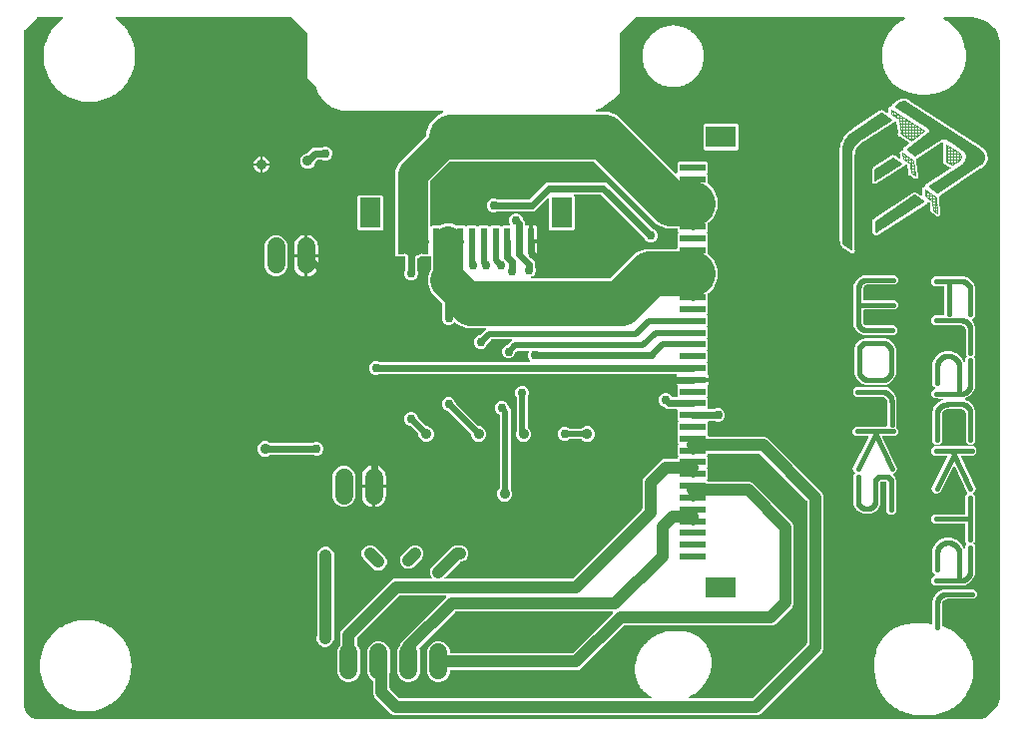
<source format=gbr>
G04 EAGLE Gerber RS-274X export*
G75*
%MOMM*%
%FSLAX34Y34*%
%LPD*%
%INTop Copper*%
%IPPOS*%
%AMOC8*
5,1,8,0,0,1.08239X$1,22.5*%
G01*
%ADD10R,2.200000X0.600000*%
%ADD11R,2.600000X1.800000*%
%ADD12C,1.524000*%
%ADD13C,0.889000*%
%ADD14C,0.076200*%
%ADD15C,0.406400*%
%ADD16R,0.600000X2.200000*%
%ADD17R,1.800000X2.600000*%
%ADD18C,0.508000*%
%ADD19C,0.756400*%
%ADD20C,0.609600*%
%ADD21C,3.810000*%
%ADD22C,2.540000*%
%ADD23C,3.048000*%
%ADD24C,1.016000*%

G36*
X923944Y90936D02*
X923944Y90936D01*
X923975Y90934D01*
X926511Y91101D01*
X926534Y91106D01*
X926658Y91125D01*
X931558Y92438D01*
X931572Y92444D01*
X931588Y92446D01*
X931741Y92514D01*
X931770Y92530D01*
X931779Y92538D01*
X931782Y92539D01*
X931785Y92541D01*
X931797Y92547D01*
X931876Y92610D01*
X931877Y92610D01*
X931878Y92611D01*
X931928Y92651D01*
X942399Y103122D01*
X942408Y103135D01*
X942421Y103145D01*
X942520Y103280D01*
X942536Y103309D01*
X942540Y103319D01*
X942542Y103322D01*
X942543Y103325D01*
X942551Y103336D01*
X942612Y103492D01*
X943925Y108392D01*
X943927Y108416D01*
X943949Y108539D01*
X944116Y111075D01*
X944114Y111094D01*
X944117Y111125D01*
X944117Y663575D01*
X944114Y663594D01*
X944116Y663625D01*
X943922Y666575D01*
X943917Y666599D01*
X943898Y666723D01*
X942371Y672423D01*
X942364Y672437D01*
X942362Y672453D01*
X942294Y672607D01*
X939344Y677717D01*
X939334Y677730D01*
X939328Y677744D01*
X939223Y677875D01*
X935050Y682048D01*
X935037Y682057D01*
X935027Y682069D01*
X934892Y682169D01*
X929782Y685119D01*
X929767Y685125D01*
X929754Y685135D01*
X929598Y685196D01*
X923898Y686723D01*
X923874Y686725D01*
X923750Y686747D01*
X920800Y686941D01*
X920781Y686939D01*
X920750Y686942D01*
X896500Y686942D01*
X896444Y686933D01*
X896387Y686934D01*
X896323Y686913D01*
X896257Y686903D01*
X896207Y686876D01*
X896153Y686858D01*
X896099Y686819D01*
X896040Y686787D01*
X896001Y686746D01*
X895955Y686712D01*
X895917Y686658D01*
X895871Y686609D01*
X895847Y686557D01*
X895814Y686511D01*
X895795Y686447D01*
X895767Y686386D01*
X895761Y686329D01*
X895745Y686275D01*
X895747Y686208D01*
X895740Y686142D01*
X895752Y686086D01*
X895754Y686029D01*
X895778Y685967D01*
X895792Y685901D01*
X895821Y685852D01*
X895842Y685799D01*
X895884Y685747D01*
X895918Y685690D01*
X895962Y685653D01*
X895998Y685609D01*
X896081Y685551D01*
X896105Y685530D01*
X896118Y685525D01*
X896135Y685513D01*
X898277Y684343D01*
X898312Y684331D01*
X898344Y684311D01*
X898428Y684290D01*
X898509Y684262D01*
X898520Y684262D01*
X898727Y684107D01*
X898756Y684092D01*
X898795Y684064D01*
X898803Y684057D01*
X898808Y684055D01*
X898818Y684048D01*
X899046Y683923D01*
X899052Y683911D01*
X899078Y683884D01*
X899098Y683852D01*
X899220Y683737D01*
X902397Y681359D01*
X902430Y681342D01*
X902458Y681318D01*
X902539Y681285D01*
X902615Y681245D01*
X902625Y681244D01*
X902808Y681061D01*
X902835Y681042D01*
X902890Y680990D01*
X903098Y680834D01*
X903103Y680821D01*
X903125Y680791D01*
X903139Y680756D01*
X903244Y680625D01*
X906050Y677819D01*
X906081Y677797D01*
X906105Y677769D01*
X906180Y677726D01*
X906250Y677675D01*
X906260Y677672D01*
X906415Y677465D01*
X906439Y677443D01*
X906486Y677383D01*
X906670Y677199D01*
X906672Y677185D01*
X906689Y677153D01*
X906699Y677117D01*
X906784Y676972D01*
X909162Y673795D01*
X909189Y673769D01*
X909210Y673738D01*
X909277Y673684D01*
X909340Y673625D01*
X909349Y673620D01*
X909473Y673393D01*
X909493Y673367D01*
X909532Y673302D01*
X909687Y673094D01*
X909688Y673080D01*
X909700Y673044D01*
X909705Y673007D01*
X909768Y672852D01*
X911670Y669369D01*
X911693Y669340D01*
X911709Y669306D01*
X911768Y669243D01*
X911822Y669175D01*
X911830Y669169D01*
X911920Y668927D01*
X911937Y668899D01*
X911965Y668828D01*
X912090Y668600D01*
X912088Y668586D01*
X912096Y668549D01*
X912095Y668512D01*
X912136Y668350D01*
X913523Y664631D01*
X913541Y664599D01*
X913552Y664563D01*
X913602Y664493D01*
X913645Y664418D01*
X913652Y664411D01*
X913707Y664158D01*
X913719Y664128D01*
X913738Y664054D01*
X913829Y663810D01*
X913825Y663797D01*
X913827Y663760D01*
X913821Y663723D01*
X913838Y663556D01*
X914682Y659678D01*
X914696Y659643D01*
X914701Y659606D01*
X914741Y659530D01*
X914772Y659449D01*
X914779Y659441D01*
X914798Y659183D01*
X914805Y659151D01*
X914813Y659076D01*
X914868Y658822D01*
X914863Y658809D01*
X914859Y658772D01*
X914848Y658736D01*
X914841Y658569D01*
X915125Y654610D01*
X915133Y654574D01*
X915133Y654537D01*
X915161Y654455D01*
X915182Y654371D01*
X915187Y654362D01*
X915169Y654104D01*
X915172Y654072D01*
X915169Y653996D01*
X915187Y653736D01*
X915180Y653724D01*
X915171Y653688D01*
X915155Y653655D01*
X915125Y653490D01*
X914874Y649983D01*
X914877Y649946D01*
X914872Y649909D01*
X914888Y649824D01*
X914896Y649738D01*
X914900Y649729D01*
X914845Y649476D01*
X914844Y649443D01*
X914830Y649368D01*
X914811Y649109D01*
X914802Y649098D01*
X914789Y649064D01*
X914768Y649033D01*
X914714Y648874D01*
X913967Y645438D01*
X913965Y645401D01*
X913955Y645366D01*
X913959Y645279D01*
X913954Y645193D01*
X913957Y645183D01*
X913867Y644941D01*
X913860Y644909D01*
X913836Y644836D01*
X913781Y644582D01*
X913770Y644573D01*
X913752Y644541D01*
X913727Y644513D01*
X913651Y644363D01*
X912423Y641069D01*
X912416Y641033D01*
X912400Y640999D01*
X912392Y640913D01*
X912375Y640828D01*
X912376Y640818D01*
X912252Y640591D01*
X912242Y640560D01*
X912207Y640492D01*
X912117Y640248D01*
X912105Y640241D01*
X912082Y640211D01*
X912053Y640187D01*
X911957Y640050D01*
X910272Y636964D01*
X910260Y636929D01*
X910240Y636898D01*
X910220Y636814D01*
X910191Y636732D01*
X910191Y636722D01*
X910036Y636515D01*
X910021Y636486D01*
X909977Y636424D01*
X909852Y636195D01*
X909840Y636189D01*
X909813Y636163D01*
X909781Y636144D01*
X909666Y636021D01*
X907560Y633207D01*
X907542Y633174D01*
X907518Y633146D01*
X907486Y633065D01*
X907446Y632989D01*
X907444Y632979D01*
X907262Y632796D01*
X907242Y632769D01*
X907190Y632714D01*
X907035Y632506D01*
X907021Y632501D01*
X906991Y632479D01*
X906957Y632465D01*
X906826Y632360D01*
X904340Y629874D01*
X904318Y629844D01*
X904290Y629819D01*
X904247Y629745D01*
X904196Y629675D01*
X904193Y629665D01*
X903986Y629510D01*
X903963Y629486D01*
X903904Y629438D01*
X903720Y629255D01*
X903706Y629252D01*
X903673Y629235D01*
X903637Y629225D01*
X903493Y629140D01*
X900679Y627034D01*
X900653Y627007D01*
X900621Y626986D01*
X900568Y626919D01*
X900508Y626856D01*
X900504Y626847D01*
X900276Y626723D01*
X900251Y626703D01*
X900185Y626664D01*
X899977Y626509D01*
X899963Y626508D01*
X899928Y626496D01*
X899891Y626491D01*
X899736Y626428D01*
X896650Y624743D01*
X896621Y624720D01*
X896587Y624704D01*
X896524Y624645D01*
X896456Y624592D01*
X896450Y624583D01*
X896208Y624493D01*
X896180Y624476D01*
X896109Y624448D01*
X895881Y624323D01*
X895867Y624325D01*
X895831Y624317D01*
X895793Y624318D01*
X895631Y624277D01*
X892337Y623049D01*
X892304Y623030D01*
X892269Y623019D01*
X892198Y622970D01*
X892123Y622927D01*
X892116Y622919D01*
X891864Y622864D01*
X891833Y622852D01*
X891759Y622833D01*
X891516Y622743D01*
X891502Y622746D01*
X891465Y622744D01*
X891428Y622750D01*
X891262Y622733D01*
X887826Y621986D01*
X887792Y621972D01*
X887755Y621966D01*
X887678Y621927D01*
X887598Y621895D01*
X887590Y621889D01*
X887332Y621870D01*
X887300Y621863D01*
X887224Y621855D01*
X886970Y621799D01*
X886957Y621805D01*
X886920Y621808D01*
X886885Y621820D01*
X886717Y621826D01*
X883271Y621580D01*
X883209Y621565D01*
X883144Y621560D01*
X883092Y621537D01*
X882705Y621537D01*
X882685Y621534D01*
X882650Y621535D01*
X882274Y621508D01*
X882248Y621519D01*
X882163Y621528D01*
X882131Y621536D01*
X882113Y621534D01*
X882082Y621537D01*
X876868Y621537D01*
X876805Y621527D01*
X876740Y621526D01*
X876686Y621508D01*
X876300Y621535D01*
X876280Y621533D01*
X876245Y621537D01*
X875868Y621537D01*
X875844Y621549D01*
X875760Y621565D01*
X875728Y621575D01*
X875709Y621574D01*
X875679Y621580D01*
X872233Y621826D01*
X872196Y621823D01*
X872159Y621828D01*
X872074Y621812D01*
X871988Y621804D01*
X871979Y621800D01*
X871726Y621855D01*
X871693Y621856D01*
X871618Y621870D01*
X871359Y621889D01*
X871348Y621898D01*
X871314Y621911D01*
X871283Y621932D01*
X871124Y621986D01*
X867688Y622733D01*
X867651Y622735D01*
X867616Y622745D01*
X867529Y622741D01*
X867443Y622746D01*
X867433Y622743D01*
X867191Y622833D01*
X867159Y622840D01*
X867086Y622864D01*
X866832Y622919D01*
X866823Y622930D01*
X866790Y622948D01*
X866763Y622973D01*
X866613Y623049D01*
X863319Y624277D01*
X863283Y624285D01*
X863249Y624300D01*
X863163Y624308D01*
X863078Y624325D01*
X863068Y624324D01*
X862841Y624448D01*
X862810Y624458D01*
X862742Y624493D01*
X862498Y624583D01*
X862491Y624595D01*
X862461Y624618D01*
X862437Y624647D01*
X862300Y624743D01*
X859214Y626428D01*
X859179Y626440D01*
X859148Y626460D01*
X859064Y626480D01*
X858982Y626509D01*
X858972Y626509D01*
X858765Y626664D01*
X858736Y626679D01*
X858674Y626723D01*
X858445Y626848D01*
X858439Y626860D01*
X858413Y626887D01*
X858394Y626919D01*
X858271Y627034D01*
X855457Y629140D01*
X855424Y629158D01*
X855396Y629182D01*
X855315Y629214D01*
X855239Y629254D01*
X855229Y629256D01*
X855046Y629438D01*
X855019Y629458D01*
X854964Y629510D01*
X854756Y629665D01*
X854751Y629679D01*
X854729Y629709D01*
X854715Y629743D01*
X854610Y629874D01*
X852124Y632360D01*
X852094Y632382D01*
X852069Y632410D01*
X851995Y632453D01*
X851925Y632504D01*
X851915Y632507D01*
X851760Y632714D01*
X851736Y632737D01*
X851688Y632796D01*
X851505Y632980D01*
X851502Y632994D01*
X851485Y633027D01*
X851475Y633063D01*
X851390Y633207D01*
X849284Y636021D01*
X849257Y636047D01*
X849236Y636079D01*
X849169Y636132D01*
X849106Y636192D01*
X849097Y636196D01*
X848973Y636423D01*
X848953Y636449D01*
X848914Y636515D01*
X848759Y636723D01*
X848758Y636737D01*
X848746Y636772D01*
X848741Y636809D01*
X848678Y636964D01*
X846993Y640050D01*
X846970Y640079D01*
X846954Y640113D01*
X846895Y640176D01*
X846842Y640244D01*
X846833Y640250D01*
X846743Y640492D01*
X846726Y640520D01*
X846698Y640591D01*
X846573Y640819D01*
X846575Y640833D01*
X846567Y640869D01*
X846568Y640907D01*
X846527Y641069D01*
X845299Y644363D01*
X845280Y644396D01*
X845269Y644431D01*
X845220Y644502D01*
X845177Y644577D01*
X845169Y644584D01*
X845114Y644836D01*
X845102Y644867D01*
X845083Y644941D01*
X844993Y645184D01*
X844996Y645198D01*
X844994Y645235D01*
X845000Y645272D01*
X844983Y645438D01*
X844236Y648874D01*
X844222Y648908D01*
X844216Y648945D01*
X844177Y649022D01*
X844145Y649102D01*
X844139Y649110D01*
X844120Y649368D01*
X844113Y649400D01*
X844105Y649476D01*
X844049Y649730D01*
X844055Y649743D01*
X844058Y649780D01*
X844070Y649815D01*
X844076Y649983D01*
X843825Y653490D01*
X843817Y653526D01*
X843817Y653563D01*
X843788Y653645D01*
X843768Y653729D01*
X843763Y653738D01*
X843781Y653996D01*
X843778Y654028D01*
X843781Y654104D01*
X843763Y654364D01*
X843770Y654376D01*
X843779Y654412D01*
X843795Y654445D01*
X843825Y654610D01*
X844109Y658569D01*
X844105Y658606D01*
X844110Y658643D01*
X844094Y658728D01*
X844086Y658814D01*
X844082Y658823D01*
X844137Y659076D01*
X844139Y659108D01*
X844152Y659183D01*
X844171Y659443D01*
X844180Y659454D01*
X844194Y659488D01*
X844215Y659519D01*
X844268Y659678D01*
X845112Y663556D01*
X845114Y663593D01*
X845124Y663629D01*
X845120Y663715D01*
X845124Y663802D01*
X845122Y663812D01*
X845212Y664054D01*
X845218Y664086D01*
X845243Y664158D01*
X845298Y664412D01*
X845308Y664422D01*
X845327Y664454D01*
X845352Y664482D01*
X845427Y664631D01*
X846814Y668350D01*
X846821Y668386D01*
X846837Y668420D01*
X846845Y668506D01*
X846862Y668591D01*
X846860Y668601D01*
X846985Y668828D01*
X846995Y668859D01*
X847030Y668927D01*
X847120Y669171D01*
X847132Y669178D01*
X847155Y669208D01*
X847184Y669232D01*
X847280Y669369D01*
X849182Y672852D01*
X849194Y672887D01*
X849214Y672919D01*
X849235Y673003D01*
X849263Y673084D01*
X849263Y673095D01*
X849418Y673302D01*
X849433Y673331D01*
X849477Y673393D01*
X849602Y673621D01*
X849614Y673627D01*
X849641Y673653D01*
X849673Y673673D01*
X849788Y673795D01*
X852166Y676972D01*
X852183Y677005D01*
X852207Y677033D01*
X852240Y677114D01*
X852280Y677190D01*
X852281Y677200D01*
X852464Y677383D01*
X852483Y677410D01*
X852535Y677465D01*
X852691Y677673D01*
X852704Y677678D01*
X852734Y677700D01*
X852769Y677714D01*
X852900Y677819D01*
X855706Y680625D01*
X855728Y680656D01*
X855756Y680680D01*
X855799Y680755D01*
X855850Y680825D01*
X855853Y680835D01*
X856060Y680990D01*
X856082Y681014D01*
X856142Y681061D01*
X856326Y681245D01*
X856340Y681247D01*
X856372Y681264D01*
X856408Y681274D01*
X856553Y681359D01*
X859730Y683737D01*
X859756Y683764D01*
X859787Y683785D01*
X859841Y683852D01*
X859900Y683915D01*
X859905Y683924D01*
X860132Y684048D01*
X860158Y684068D01*
X860223Y684107D01*
X860431Y684262D01*
X860445Y684263D01*
X860481Y684275D01*
X860518Y684280D01*
X860673Y684343D01*
X862815Y685513D01*
X862860Y685548D01*
X862910Y685575D01*
X862956Y685623D01*
X863009Y685664D01*
X863040Y685712D01*
X863079Y685753D01*
X863107Y685813D01*
X863144Y685869D01*
X863159Y685924D01*
X863183Y685976D01*
X863190Y686042D01*
X863208Y686107D01*
X863204Y686164D01*
X863210Y686220D01*
X863196Y686286D01*
X863192Y686352D01*
X863170Y686405D01*
X863158Y686461D01*
X863124Y686518D01*
X863098Y686580D01*
X863061Y686623D01*
X863032Y686672D01*
X862981Y686715D01*
X862937Y686766D01*
X862888Y686795D01*
X862845Y686832D01*
X862783Y686857D01*
X862725Y686891D01*
X862669Y686902D01*
X862617Y686924D01*
X862515Y686935D01*
X862485Y686941D01*
X862471Y686940D01*
X862450Y686942D01*
X635381Y686942D01*
X635291Y686928D01*
X635200Y686920D01*
X635170Y686908D01*
X635138Y686903D01*
X635058Y686860D01*
X634974Y686824D01*
X634942Y686798D01*
X634921Y686787D01*
X634899Y686764D01*
X634843Y686719D01*
X621762Y673638D01*
X621709Y673564D01*
X621649Y673495D01*
X621637Y673465D01*
X621618Y673439D01*
X621591Y673352D01*
X621557Y673267D01*
X621553Y673226D01*
X621546Y673203D01*
X621547Y673171D01*
X621539Y673100D01*
X621539Y622615D01*
X615635Y616711D01*
X614734Y616711D01*
X614707Y616707D01*
X614679Y616709D01*
X614586Y616687D01*
X614491Y616672D01*
X614467Y616659D01*
X614440Y616652D01*
X614358Y616601D01*
X614274Y616556D01*
X614255Y616536D01*
X614231Y616521D01*
X614118Y616397D01*
X613365Y615360D01*
X606335Y610253D01*
X601082Y608546D01*
X601078Y608544D01*
X601075Y608543D01*
X600970Y608488D01*
X600863Y608433D01*
X600861Y608430D01*
X600857Y608428D01*
X600775Y608342D01*
X600692Y608257D01*
X600691Y608253D01*
X600688Y608250D01*
X600637Y608141D01*
X600586Y608035D01*
X600586Y608031D01*
X600584Y608027D01*
X600571Y607909D01*
X600557Y607790D01*
X600557Y607786D01*
X600557Y607783D01*
X600582Y607665D01*
X600606Y607550D01*
X600608Y607546D01*
X600609Y607542D01*
X600671Y607440D01*
X600730Y607337D01*
X600733Y607334D01*
X600735Y607331D01*
X600827Y607253D01*
X600916Y607175D01*
X600919Y607174D01*
X600922Y607171D01*
X601035Y607126D01*
X601143Y607081D01*
X601147Y607081D01*
X601151Y607079D01*
X601317Y607061D01*
X612016Y607061D01*
X619764Y603851D01*
X625802Y597813D01*
X668898Y554718D01*
X668956Y554676D01*
X669008Y554627D01*
X669055Y554605D01*
X669097Y554574D01*
X669166Y554553D01*
X669231Y554523D01*
X669283Y554517D01*
X669333Y554502D01*
X669404Y554504D01*
X669475Y554496D01*
X669526Y554507D01*
X669578Y554508D01*
X669646Y554533D01*
X669716Y554548D01*
X669761Y554575D01*
X669809Y554593D01*
X669865Y554638D01*
X669927Y554674D01*
X669961Y554714D01*
X670001Y554746D01*
X670040Y554807D01*
X670087Y554861D01*
X670106Y554910D01*
X670134Y554953D01*
X670152Y555023D01*
X670179Y555089D01*
X670187Y555161D01*
X670195Y555192D01*
X670193Y555215D01*
X670197Y555256D01*
X670197Y563152D01*
X671388Y564343D01*
X695072Y564343D01*
X696263Y563152D01*
X696263Y555468D01*
X695643Y554848D01*
X695631Y554832D01*
X695616Y554820D01*
X695560Y554732D01*
X695499Y554649D01*
X695494Y554630D01*
X695483Y554613D01*
X695458Y554512D01*
X695427Y554413D01*
X695428Y554394D01*
X695423Y554374D01*
X695431Y554271D01*
X695433Y554168D01*
X695440Y554149D01*
X695442Y554129D01*
X695482Y554034D01*
X695518Y553937D01*
X695530Y553921D01*
X695538Y553903D01*
X695643Y553772D01*
X696263Y553152D01*
X696263Y546408D01*
X696277Y546318D01*
X696285Y546227D01*
X696297Y546197D01*
X696302Y546165D01*
X696345Y546085D01*
X696381Y546001D01*
X696407Y545969D01*
X696418Y545948D01*
X696441Y545926D01*
X696486Y545870D01*
X701103Y541252D01*
X704313Y533504D01*
X704313Y525116D01*
X701103Y517368D01*
X696486Y512750D01*
X696433Y512676D01*
X696373Y512607D01*
X696361Y512577D01*
X696342Y512550D01*
X696315Y512463D01*
X696281Y512379D01*
X696277Y512338D01*
X696270Y512315D01*
X696271Y512283D01*
X696263Y512212D01*
X696263Y505468D01*
X695643Y504848D01*
X695631Y504832D01*
X695616Y504820D01*
X695560Y504732D01*
X695499Y504649D01*
X695494Y504630D01*
X695483Y504613D01*
X695458Y504512D01*
X695427Y504413D01*
X695428Y504394D01*
X695423Y504374D01*
X695431Y504271D01*
X695433Y504168D01*
X695440Y504149D01*
X695442Y504129D01*
X695482Y504034D01*
X695518Y503937D01*
X695530Y503921D01*
X695538Y503903D01*
X695613Y503810D01*
X695618Y503801D01*
X695624Y503795D01*
X695643Y503772D01*
X696263Y503152D01*
X696263Y495468D01*
X695643Y494848D01*
X695631Y494832D01*
X695616Y494820D01*
X695560Y494732D01*
X695499Y494649D01*
X695494Y494630D01*
X695483Y494613D01*
X695458Y494512D01*
X695427Y494413D01*
X695428Y494394D01*
X695423Y494374D01*
X695431Y494271D01*
X695433Y494168D01*
X695440Y494149D01*
X695442Y494129D01*
X695482Y494034D01*
X695518Y493937D01*
X695530Y493921D01*
X695538Y493903D01*
X695643Y493772D01*
X696263Y493152D01*
X696263Y486408D01*
X696277Y486318D01*
X696285Y486227D01*
X696297Y486197D01*
X696302Y486165D01*
X696345Y486085D01*
X696381Y486001D01*
X696407Y485969D01*
X696418Y485948D01*
X696441Y485926D01*
X696486Y485870D01*
X701103Y481252D01*
X704313Y473504D01*
X704313Y465116D01*
X701103Y457368D01*
X696486Y452750D01*
X696433Y452676D01*
X696373Y452607D01*
X696361Y452577D01*
X696342Y452550D01*
X696315Y452463D01*
X696281Y452379D01*
X696277Y452338D01*
X696270Y452315D01*
X696271Y452283D01*
X696263Y452212D01*
X696263Y445468D01*
X695643Y444848D01*
X695631Y444832D01*
X695616Y444820D01*
X695560Y444732D01*
X695499Y444649D01*
X695494Y444630D01*
X695483Y444613D01*
X695458Y444512D01*
X695427Y444413D01*
X695428Y444394D01*
X695423Y444374D01*
X695431Y444271D01*
X695433Y444168D01*
X695440Y444149D01*
X695442Y444129D01*
X695482Y444034D01*
X695518Y443937D01*
X695530Y443921D01*
X695538Y443903D01*
X695643Y443772D01*
X696263Y443152D01*
X696263Y435468D01*
X695643Y434848D01*
X695631Y434832D01*
X695616Y434820D01*
X695560Y434732D01*
X695499Y434649D01*
X695494Y434630D01*
X695483Y434613D01*
X695458Y434512D01*
X695427Y434413D01*
X695428Y434394D01*
X695423Y434374D01*
X695431Y434271D01*
X695433Y434168D01*
X695440Y434149D01*
X695442Y434129D01*
X695482Y434034D01*
X695518Y433937D01*
X695530Y433921D01*
X695538Y433903D01*
X695643Y433772D01*
X696263Y433152D01*
X696263Y425468D01*
X695643Y424848D01*
X695631Y424832D01*
X695616Y424820D01*
X695560Y424732D01*
X695499Y424649D01*
X695494Y424630D01*
X695483Y424613D01*
X695457Y424512D01*
X695427Y424413D01*
X695428Y424394D01*
X695423Y424374D01*
X695431Y424271D01*
X695433Y424168D01*
X695440Y424149D01*
X695442Y424129D01*
X695482Y424034D01*
X695518Y423937D01*
X695530Y423921D01*
X695538Y423903D01*
X695643Y423772D01*
X696263Y423152D01*
X696263Y415468D01*
X695643Y414848D01*
X695631Y414832D01*
X695616Y414820D01*
X695560Y414732D01*
X695499Y414649D01*
X695494Y414630D01*
X695483Y414613D01*
X695458Y414512D01*
X695427Y414413D01*
X695428Y414394D01*
X695423Y414374D01*
X695431Y414271D01*
X695433Y414168D01*
X695440Y414149D01*
X695442Y414129D01*
X695482Y414034D01*
X695518Y413937D01*
X695530Y413921D01*
X695538Y413903D01*
X695643Y413772D01*
X696263Y413152D01*
X696263Y405468D01*
X695643Y404848D01*
X695631Y404832D01*
X695616Y404820D01*
X695560Y404732D01*
X695499Y404649D01*
X695494Y404630D01*
X695483Y404613D01*
X695458Y404512D01*
X695427Y404413D01*
X695428Y404394D01*
X695423Y404374D01*
X695431Y404271D01*
X695433Y404168D01*
X695440Y404149D01*
X695442Y404129D01*
X695482Y404034D01*
X695518Y403937D01*
X695530Y403921D01*
X695538Y403903D01*
X695643Y403772D01*
X696263Y403152D01*
X696263Y395468D01*
X695643Y394848D01*
X695631Y394832D01*
X695616Y394820D01*
X695560Y394732D01*
X695499Y394649D01*
X695494Y394630D01*
X695483Y394613D01*
X695458Y394512D01*
X695427Y394413D01*
X695428Y394394D01*
X695423Y394374D01*
X695431Y394271D01*
X695433Y394168D01*
X695440Y394149D01*
X695442Y394129D01*
X695482Y394034D01*
X695518Y393937D01*
X695530Y393921D01*
X695538Y393903D01*
X695643Y393772D01*
X696263Y393152D01*
X696263Y385468D01*
X696002Y385208D01*
X695991Y385191D01*
X695975Y385179D01*
X695919Y385092D01*
X695859Y385008D01*
X695853Y384989D01*
X695842Y384972D01*
X695817Y384872D01*
X695786Y384773D01*
X695787Y384753D01*
X695782Y384733D01*
X695790Y384630D01*
X695793Y384527D01*
X695800Y384508D01*
X695801Y384488D01*
X695842Y384393D01*
X695877Y384296D01*
X695890Y384280D01*
X695897Y384262D01*
X696002Y384131D01*
X696263Y383870D01*
X696598Y383291D01*
X696771Y382644D01*
X696771Y380809D01*
X683968Y380809D01*
X683949Y380806D01*
X683929Y380808D01*
X683827Y380786D01*
X683725Y380770D01*
X683708Y380760D01*
X683688Y380756D01*
X683599Y380703D01*
X683508Y380654D01*
X683494Y380640D01*
X683477Y380630D01*
X683410Y380551D01*
X683339Y380476D01*
X683330Y380458D01*
X683317Y380443D01*
X683279Y380347D01*
X683235Y380253D01*
X683233Y380233D01*
X683226Y380215D01*
X683213Y380291D01*
X683204Y380308D01*
X683200Y380328D01*
X683147Y380417D01*
X683098Y380508D01*
X683084Y380522D01*
X683074Y380539D01*
X682995Y380606D01*
X682920Y380678D01*
X682902Y380686D01*
X682887Y380699D01*
X682790Y380738D01*
X682697Y380781D01*
X682677Y380783D01*
X682659Y380791D01*
X682492Y380809D01*
X669689Y380809D01*
X669689Y382644D01*
X669857Y383271D01*
X669869Y383389D01*
X669882Y383507D01*
X669881Y383512D01*
X669882Y383516D01*
X669855Y383631D01*
X669830Y383748D01*
X669828Y383751D01*
X669827Y383755D01*
X669765Y383856D01*
X669704Y383959D01*
X669700Y383962D01*
X669698Y383965D01*
X669607Y384042D01*
X669517Y384119D01*
X669513Y384120D01*
X669510Y384123D01*
X669399Y384166D01*
X669289Y384211D01*
X669284Y384211D01*
X669280Y384213D01*
X669267Y384213D01*
X669122Y384229D01*
X417790Y384229D01*
X417725Y384219D01*
X417660Y384218D01*
X417580Y384195D01*
X417547Y384190D01*
X417530Y384180D01*
X417499Y384171D01*
X415867Y383495D01*
X413553Y383495D01*
X411416Y384381D01*
X409781Y386016D01*
X408895Y388153D01*
X408895Y390467D01*
X409781Y392604D01*
X411416Y394239D01*
X413553Y395125D01*
X415867Y395125D01*
X417499Y394449D01*
X417563Y394434D01*
X417623Y394409D01*
X417706Y394400D01*
X417738Y394393D01*
X417758Y394394D01*
X417790Y394391D01*
X544873Y394391D01*
X544944Y394402D01*
X545016Y394404D01*
X545065Y394422D01*
X545116Y394430D01*
X545179Y394464D01*
X545247Y394489D01*
X545287Y394521D01*
X545333Y394546D01*
X545383Y394598D01*
X545439Y394642D01*
X545467Y394686D01*
X545503Y394724D01*
X545533Y394789D01*
X545572Y394849D01*
X545584Y394900D01*
X545606Y394947D01*
X545614Y395018D01*
X545632Y395088D01*
X545628Y395140D01*
X545633Y395191D01*
X545618Y395262D01*
X545613Y395333D01*
X545592Y395381D01*
X545581Y395432D01*
X545544Y395493D01*
X545516Y395559D01*
X545471Y395615D01*
X545455Y395643D01*
X545437Y395658D01*
X545411Y395690D01*
X544346Y396756D01*
X543460Y398893D01*
X543460Y401207D01*
X544123Y402807D01*
X544131Y402840D01*
X544131Y402841D01*
X544134Y402851D01*
X544153Y402893D01*
X544161Y402970D01*
X544179Y403046D01*
X544175Y403092D01*
X544180Y403137D01*
X544163Y403214D01*
X544156Y403291D01*
X544137Y403333D01*
X544128Y403378D01*
X544088Y403445D01*
X544056Y403516D01*
X544025Y403550D01*
X544002Y403589D01*
X543942Y403640D01*
X543890Y403697D01*
X543849Y403719D01*
X543815Y403749D01*
X543742Y403778D01*
X543674Y403815D01*
X543629Y403824D01*
X543586Y403841D01*
X543451Y403856D01*
X543432Y403859D01*
X543427Y403858D01*
X543420Y403859D01*
X534466Y403859D01*
X534376Y403845D01*
X534285Y403837D01*
X534256Y403825D01*
X534224Y403820D01*
X534143Y403777D01*
X534059Y403741D01*
X534027Y403715D01*
X534006Y403704D01*
X533984Y403681D01*
X533928Y403636D01*
X533088Y402796D01*
X533042Y402732D01*
X533023Y402712D01*
X533019Y402704D01*
X532975Y402652D01*
X532963Y402622D01*
X532944Y402596D01*
X532917Y402509D01*
X532883Y402424D01*
X532879Y402383D01*
X532872Y402361D01*
X532873Y402329D01*
X532865Y402258D01*
X532865Y402068D01*
X531979Y399931D01*
X530344Y398296D01*
X528207Y397410D01*
X525893Y397410D01*
X523756Y398296D01*
X522121Y399931D01*
X521235Y402068D01*
X521235Y404382D01*
X522121Y406519D01*
X523756Y408154D01*
X525893Y409040D01*
X526083Y409040D01*
X526173Y409054D01*
X526264Y409062D01*
X526293Y409074D01*
X526325Y409079D01*
X526406Y409122D01*
X526490Y409158D01*
X526522Y409184D01*
X526543Y409195D01*
X526565Y409218D01*
X526621Y409263D01*
X527461Y410103D01*
X529697Y412339D01*
X529739Y412397D01*
X529788Y412449D01*
X529810Y412496D01*
X529840Y412538D01*
X529862Y412607D01*
X529892Y412672D01*
X529897Y412724D01*
X529913Y412774D01*
X529911Y412845D01*
X529919Y412916D01*
X529908Y412967D01*
X529906Y413019D01*
X529882Y413087D01*
X529867Y413157D01*
X529840Y413202D01*
X529822Y413250D01*
X529777Y413306D01*
X529740Y413368D01*
X529701Y413402D01*
X529668Y413442D01*
X529608Y413481D01*
X529554Y413528D01*
X529505Y413547D01*
X529461Y413575D01*
X529392Y413593D01*
X529325Y413620D01*
X529254Y413628D01*
X529223Y413636D01*
X529200Y413634D01*
X529159Y413638D01*
X512622Y413638D01*
X512532Y413624D01*
X512441Y413616D01*
X512412Y413604D01*
X512380Y413599D01*
X512299Y413556D01*
X512215Y413520D01*
X512183Y413494D01*
X512162Y413483D01*
X512140Y413460D01*
X512084Y413415D01*
X509466Y410797D01*
X509413Y410723D01*
X509353Y410653D01*
X509341Y410623D01*
X509322Y410597D01*
X509295Y410510D01*
X509261Y410425D01*
X509257Y410384D01*
X509250Y410362D01*
X509251Y410330D01*
X509243Y410259D01*
X509243Y410069D01*
X508357Y407932D01*
X506722Y406297D01*
X504585Y405411D01*
X502271Y405411D01*
X500134Y406297D01*
X498499Y407932D01*
X497613Y410069D01*
X497613Y412383D01*
X498499Y414520D01*
X500134Y416155D01*
X502271Y417041D01*
X502461Y417041D01*
X502551Y417055D01*
X502642Y417063D01*
X502671Y417075D01*
X502703Y417080D01*
X502784Y417123D01*
X502868Y417159D01*
X502900Y417185D01*
X502921Y417196D01*
X502943Y417219D01*
X502999Y417264D01*
X505617Y419882D01*
X507853Y422118D01*
X507895Y422176D01*
X507944Y422228D01*
X507966Y422275D01*
X507996Y422317D01*
X508018Y422386D01*
X508048Y422451D01*
X508053Y422503D01*
X508069Y422553D01*
X508067Y422624D01*
X508075Y422695D01*
X508064Y422746D01*
X508062Y422798D01*
X508038Y422866D01*
X508023Y422936D01*
X507996Y422981D01*
X507978Y423029D01*
X507933Y423085D01*
X507896Y423147D01*
X507857Y423181D01*
X507824Y423221D01*
X507764Y423260D01*
X507710Y423307D01*
X507661Y423326D01*
X507617Y423354D01*
X507548Y423372D01*
X507481Y423399D01*
X507410Y423407D01*
X507379Y423415D01*
X507356Y423413D01*
X507315Y423417D01*
X491106Y423417D01*
X483358Y426627D01*
X481867Y428117D01*
X481851Y428129D01*
X481839Y428144D01*
X481751Y428201D01*
X481667Y428261D01*
X481648Y428267D01*
X481632Y428277D01*
X481531Y428303D01*
X481432Y428333D01*
X481412Y428333D01*
X481393Y428338D01*
X481290Y428330D01*
X481186Y428327D01*
X481168Y428320D01*
X481148Y428318D01*
X481053Y428278D01*
X480955Y428242D01*
X480940Y428230D01*
X480922Y428222D01*
X480791Y428117D01*
X479544Y426871D01*
X477407Y425985D01*
X475093Y425985D01*
X472956Y426871D01*
X471321Y428506D01*
X470435Y430643D01*
X470435Y432957D01*
X470871Y434009D01*
X470880Y434044D01*
X470883Y434051D01*
X470884Y434065D01*
X470886Y434073D01*
X470911Y434134D01*
X470920Y434217D01*
X470927Y434249D01*
X470926Y434268D01*
X470929Y434301D01*
X470929Y444128D01*
X470915Y444218D01*
X470907Y444309D01*
X470895Y444339D01*
X470890Y444371D01*
X470847Y444451D01*
X470811Y444535D01*
X470785Y444567D01*
X470774Y444588D01*
X470751Y444610D01*
X470727Y444640D01*
X470725Y444644D01*
X470723Y444646D01*
X470706Y444666D01*
X461367Y454006D01*
X458737Y460354D01*
X458737Y467226D01*
X461219Y473218D01*
X461234Y473282D01*
X461259Y473343D01*
X461268Y473425D01*
X461275Y473457D01*
X461274Y473477D01*
X461277Y473509D01*
X461277Y483555D01*
X461266Y483625D01*
X461264Y483697D01*
X461246Y483746D01*
X461238Y483797D01*
X461204Y483861D01*
X461179Y483928D01*
X461147Y483969D01*
X461122Y484015D01*
X461071Y484064D01*
X461026Y484120D01*
X460982Y484148D01*
X460944Y484184D01*
X460879Y484214D01*
X460819Y484253D01*
X460768Y484266D01*
X460721Y484288D01*
X460650Y484296D01*
X460580Y484313D01*
X460528Y484309D01*
X460477Y484315D01*
X460406Y484300D01*
X460335Y484294D01*
X460287Y484274D01*
X460236Y484263D01*
X460175Y484226D01*
X460109Y484198D01*
X460053Y484153D01*
X460025Y484137D01*
X460010Y484119D01*
X459978Y484093D01*
X459852Y483967D01*
X453196Y483967D01*
X453131Y483957D01*
X453066Y483956D01*
X452986Y483933D01*
X452953Y483928D01*
X452936Y483918D01*
X452905Y483909D01*
X450051Y482727D01*
X449951Y482666D01*
X449851Y482606D01*
X449847Y482601D01*
X449842Y482597D01*
X449767Y482508D01*
X449691Y482419D01*
X449689Y482413D01*
X449685Y482408D01*
X449643Y482300D01*
X449599Y482191D01*
X449598Y482183D01*
X449597Y482178D01*
X449596Y482160D01*
X449581Y482024D01*
X449581Y472980D01*
X449591Y472915D01*
X449592Y472850D01*
X449615Y472770D01*
X449620Y472737D01*
X449630Y472720D01*
X449639Y472689D01*
X450315Y471057D01*
X450315Y468743D01*
X449429Y466606D01*
X447794Y464971D01*
X445657Y464085D01*
X443343Y464085D01*
X441206Y464971D01*
X439571Y466606D01*
X438685Y468743D01*
X438685Y471057D01*
X439361Y472689D01*
X439376Y472753D01*
X439401Y472813D01*
X439410Y472896D01*
X439417Y472928D01*
X439416Y472948D01*
X439419Y472980D01*
X439419Y483206D01*
X439416Y483226D01*
X439418Y483245D01*
X439396Y483347D01*
X439380Y483449D01*
X439370Y483466D01*
X439366Y483486D01*
X439313Y483575D01*
X439264Y483666D01*
X439250Y483680D01*
X439240Y483697D01*
X439161Y483764D01*
X439086Y483836D01*
X439068Y483844D01*
X439053Y483857D01*
X438957Y483896D01*
X438863Y483939D01*
X438843Y483941D01*
X438825Y483949D01*
X438658Y483967D01*
X432168Y483967D01*
X430977Y485158D01*
X430977Y494532D01*
X430963Y494622D01*
X430955Y494713D01*
X430943Y494743D01*
X430938Y494775D01*
X430929Y494791D01*
X430929Y499228D01*
X430959Y499301D01*
X430963Y499342D01*
X430970Y499364D01*
X430969Y499397D01*
X430977Y499468D01*
X430977Y508842D01*
X431054Y508919D01*
X431107Y508993D01*
X431167Y509062D01*
X431179Y509093D01*
X431198Y509119D01*
X431225Y509206D01*
X431259Y509291D01*
X431263Y509332D01*
X431270Y509354D01*
X431269Y509386D01*
X431277Y509457D01*
X431277Y556891D01*
X433520Y562305D01*
X456722Y585508D01*
X456775Y585581D01*
X456835Y585651D01*
X456847Y585681D01*
X456866Y585707D01*
X456893Y585794D01*
X456927Y585879D01*
X456931Y585920D01*
X456938Y585942D01*
X456937Y585975D01*
X456945Y586046D01*
X456945Y590172D01*
X460155Y597920D01*
X466086Y603851D01*
X471522Y606103D01*
X471604Y606154D01*
X471690Y606200D01*
X471708Y606219D01*
X471731Y606232D01*
X471793Y606307D01*
X471860Y606378D01*
X471871Y606402D01*
X471887Y606422D01*
X471922Y606513D01*
X471963Y606601D01*
X471966Y606627D01*
X471976Y606651D01*
X471980Y606749D01*
X471990Y606845D01*
X471985Y606871D01*
X471986Y606897D01*
X471959Y606991D01*
X471938Y607086D01*
X471925Y607108D01*
X471917Y607133D01*
X471862Y607213D01*
X471812Y607297D01*
X471792Y607314D01*
X471777Y607335D01*
X471699Y607394D01*
X471625Y607457D01*
X471601Y607467D01*
X471580Y607482D01*
X471487Y607512D01*
X471397Y607549D01*
X471364Y607552D01*
X471346Y607558D01*
X471313Y607558D01*
X471230Y607567D01*
X386180Y607567D01*
X377915Y610253D01*
X370885Y615360D01*
X365778Y622390D01*
X364145Y627414D01*
X364102Y627499D01*
X364065Y627586D01*
X364042Y627614D01*
X364033Y627632D01*
X364009Y627655D01*
X363960Y627717D01*
X356361Y635315D01*
X356361Y673100D01*
X356347Y673190D01*
X356339Y673281D01*
X356327Y673311D01*
X356322Y673343D01*
X356279Y673423D01*
X356243Y673507D01*
X356217Y673539D01*
X356206Y673560D01*
X356183Y673582D01*
X356138Y673638D01*
X343057Y686719D01*
X342983Y686772D01*
X342914Y686832D01*
X342884Y686844D01*
X342858Y686863D01*
X342771Y686890D01*
X342686Y686924D01*
X342645Y686928D01*
X342622Y686935D01*
X342590Y686934D01*
X342519Y686942D01*
X194486Y686942D01*
X194483Y686942D01*
X194481Y686942D01*
X194361Y686922D01*
X194243Y686903D01*
X194241Y686901D01*
X194238Y686901D01*
X194129Y686842D01*
X194025Y686787D01*
X194024Y686786D01*
X194021Y686784D01*
X193937Y686694D01*
X193856Y686609D01*
X193855Y686607D01*
X193853Y686605D01*
X193803Y686495D01*
X193752Y686386D01*
X193752Y686384D01*
X193751Y686381D01*
X193738Y686260D01*
X193725Y686142D01*
X193726Y686139D01*
X193726Y686137D01*
X193752Y686019D01*
X193778Y685901D01*
X193779Y685899D01*
X193779Y685897D01*
X193842Y685793D01*
X193904Y685690D01*
X193906Y685688D01*
X193907Y685686D01*
X194029Y685572D01*
X196451Y683759D01*
X196484Y683741D01*
X196513Y683717D01*
X196593Y683685D01*
X196669Y683645D01*
X196680Y683643D01*
X196862Y683461D01*
X196889Y683441D01*
X196944Y683389D01*
X197153Y683234D01*
X197157Y683220D01*
X197179Y683190D01*
X197193Y683156D01*
X197298Y683025D01*
X200425Y679898D01*
X200455Y679876D01*
X200480Y679848D01*
X200554Y679805D01*
X200624Y679755D01*
X200634Y679752D01*
X200789Y679544D01*
X200813Y679522D01*
X200861Y679462D01*
X201044Y679279D01*
X201047Y679265D01*
X201064Y679232D01*
X201074Y679196D01*
X201159Y679051D01*
X203808Y675512D01*
X203835Y675486D01*
X203856Y675454D01*
X203923Y675401D01*
X203986Y675341D01*
X203995Y675337D01*
X204119Y675110D01*
X204139Y675084D01*
X204178Y675018D01*
X204333Y674810D01*
X204334Y674796D01*
X204346Y674761D01*
X204351Y674724D01*
X204414Y674569D01*
X206533Y670688D01*
X206556Y670659D01*
X206572Y670625D01*
X206631Y670562D01*
X206685Y670494D01*
X206693Y670488D01*
X206784Y670246D01*
X206800Y670218D01*
X206829Y670147D01*
X206953Y669919D01*
X206951Y669905D01*
X206959Y669868D01*
X206958Y669831D01*
X206999Y669669D01*
X208544Y665526D01*
X208563Y665493D01*
X208573Y665458D01*
X208623Y665387D01*
X208666Y665312D01*
X208674Y665305D01*
X208729Y665052D01*
X208741Y665022D01*
X208759Y664948D01*
X208850Y664705D01*
X208847Y664691D01*
X208849Y664654D01*
X208842Y664617D01*
X208860Y664451D01*
X209800Y660130D01*
X209813Y660095D01*
X209819Y660058D01*
X209858Y659982D01*
X209890Y659901D01*
X209897Y659893D01*
X209915Y659635D01*
X209923Y659603D01*
X209931Y659528D01*
X209986Y659274D01*
X209980Y659261D01*
X209977Y659224D01*
X209966Y659188D01*
X209959Y659021D01*
X210275Y654610D01*
X210283Y654574D01*
X210283Y654537D01*
X210312Y654455D01*
X210332Y654371D01*
X210337Y654362D01*
X210319Y654104D01*
X210322Y654072D01*
X210319Y653996D01*
X210337Y653736D01*
X210330Y653724D01*
X210321Y653688D01*
X210305Y653655D01*
X210275Y653490D01*
X209959Y649079D01*
X209963Y649042D01*
X209957Y649005D01*
X209974Y648920D01*
X209981Y648834D01*
X209986Y648825D01*
X209931Y648572D01*
X209929Y648540D01*
X209915Y648465D01*
X209897Y648205D01*
X209888Y648195D01*
X209874Y648160D01*
X209853Y648129D01*
X209800Y647970D01*
X208860Y643649D01*
X208858Y643612D01*
X208848Y643576D01*
X208852Y643490D01*
X208847Y643404D01*
X208850Y643394D01*
X208759Y643152D01*
X208753Y643120D01*
X208729Y643047D01*
X208674Y642793D01*
X208663Y642784D01*
X208645Y642752D01*
X208620Y642724D01*
X208544Y642574D01*
X206999Y638431D01*
X206992Y638395D01*
X206976Y638361D01*
X206968Y638275D01*
X206951Y638190D01*
X206953Y638180D01*
X206829Y637953D01*
X206818Y637922D01*
X206784Y637854D01*
X206693Y637611D01*
X206681Y637603D01*
X206658Y637573D01*
X206629Y637549D01*
X206533Y637412D01*
X204414Y633531D01*
X204402Y633496D01*
X204382Y633465D01*
X204361Y633381D01*
X204333Y633299D01*
X204333Y633289D01*
X204178Y633082D01*
X204163Y633053D01*
X204119Y632990D01*
X203994Y632762D01*
X203982Y632756D01*
X203955Y632730D01*
X203923Y632711D01*
X203808Y632588D01*
X201159Y629049D01*
X201141Y629016D01*
X201117Y628987D01*
X201085Y628907D01*
X201045Y628831D01*
X201043Y628820D01*
X200861Y628638D01*
X200841Y628611D01*
X200789Y628555D01*
X200634Y628347D01*
X200620Y628343D01*
X200590Y628321D01*
X200556Y628307D01*
X200425Y628202D01*
X197298Y625075D01*
X197276Y625045D01*
X197248Y625020D01*
X197205Y624946D01*
X197155Y624876D01*
X197152Y624866D01*
X196945Y624711D01*
X196922Y624687D01*
X196862Y624639D01*
X196679Y624456D01*
X196665Y624453D01*
X196632Y624436D01*
X196596Y624426D01*
X196451Y624341D01*
X192912Y621692D01*
X192886Y621665D01*
X192854Y621644D01*
X192801Y621577D01*
X192741Y621514D01*
X192737Y621505D01*
X192510Y621381D01*
X192484Y621361D01*
X192418Y621322D01*
X192210Y621167D01*
X192196Y621166D01*
X192161Y621154D01*
X192124Y621149D01*
X191969Y621086D01*
X188088Y618967D01*
X188059Y618944D01*
X188025Y618928D01*
X187962Y618869D01*
X187894Y618815D01*
X187888Y618807D01*
X187646Y618716D01*
X187618Y618700D01*
X187547Y618671D01*
X187319Y618547D01*
X187305Y618549D01*
X187268Y618541D01*
X187231Y618542D01*
X187069Y618501D01*
X182926Y616956D01*
X182893Y616937D01*
X182858Y616927D01*
X182787Y616877D01*
X182712Y616834D01*
X182705Y616826D01*
X182453Y616771D01*
X182422Y616759D01*
X182348Y616741D01*
X182105Y616650D01*
X182091Y616653D01*
X182054Y616651D01*
X182017Y616658D01*
X181851Y616640D01*
X177530Y615700D01*
X177495Y615687D01*
X177458Y615681D01*
X177382Y615642D01*
X177301Y615610D01*
X177293Y615603D01*
X177035Y615585D01*
X177003Y615577D01*
X176928Y615569D01*
X176674Y615514D01*
X176661Y615520D01*
X176624Y615523D01*
X176588Y615534D01*
X176421Y615541D01*
X172010Y615225D01*
X171974Y615217D01*
X171937Y615217D01*
X171855Y615188D01*
X171771Y615168D01*
X171762Y615163D01*
X171504Y615181D01*
X171472Y615178D01*
X171396Y615181D01*
X171136Y615163D01*
X171124Y615170D01*
X171088Y615179D01*
X171055Y615195D01*
X170890Y615225D01*
X166479Y615541D01*
X166442Y615537D01*
X166405Y615543D01*
X166320Y615526D01*
X166234Y615519D01*
X166225Y615514D01*
X165972Y615569D01*
X165940Y615571D01*
X165865Y615585D01*
X165605Y615603D01*
X165595Y615612D01*
X165560Y615626D01*
X165529Y615647D01*
X165370Y615700D01*
X163180Y616177D01*
X161049Y616640D01*
X161012Y616642D01*
X160976Y616652D01*
X160890Y616648D01*
X160804Y616653D01*
X160794Y616650D01*
X160552Y616741D01*
X160520Y616747D01*
X160447Y616771D01*
X160193Y616826D01*
X160184Y616837D01*
X160152Y616855D01*
X160124Y616880D01*
X159974Y616956D01*
X155831Y618501D01*
X155795Y618508D01*
X155761Y618524D01*
X155675Y618532D01*
X155590Y618549D01*
X155580Y618547D01*
X155353Y618671D01*
X155322Y618682D01*
X155254Y618716D01*
X155011Y618807D01*
X155003Y618819D01*
X154973Y618842D01*
X154949Y618871D01*
X154812Y618967D01*
X150931Y621086D01*
X150896Y621098D01*
X150865Y621118D01*
X150781Y621139D01*
X150699Y621167D01*
X150689Y621167D01*
X150482Y621322D01*
X150453Y621337D01*
X150390Y621381D01*
X150162Y621506D01*
X150156Y621518D01*
X150130Y621545D01*
X150111Y621577D01*
X149988Y621692D01*
X146449Y624341D01*
X146416Y624359D01*
X146387Y624383D01*
X146307Y624415D01*
X146231Y624455D01*
X146220Y624457D01*
X146038Y624639D01*
X146011Y624659D01*
X145956Y624711D01*
X145747Y624866D01*
X145743Y624880D01*
X145721Y624910D01*
X145707Y624944D01*
X145602Y625075D01*
X142475Y628202D01*
X142445Y628224D01*
X142420Y628252D01*
X142346Y628295D01*
X142276Y628345D01*
X142266Y628348D01*
X142111Y628555D01*
X142087Y628578D01*
X142039Y628638D01*
X141856Y628821D01*
X141853Y628835D01*
X141836Y628868D01*
X141826Y628904D01*
X141741Y629049D01*
X139092Y632588D01*
X139065Y632614D01*
X139044Y632646D01*
X138977Y632699D01*
X138914Y632759D01*
X138905Y632763D01*
X138781Y632990D01*
X138761Y633016D01*
X138722Y633082D01*
X138567Y633290D01*
X138566Y633304D01*
X138554Y633339D01*
X138549Y633376D01*
X138486Y633531D01*
X136367Y637412D01*
X136344Y637441D01*
X136328Y637475D01*
X136269Y637538D01*
X136215Y637606D01*
X136207Y637612D01*
X136116Y637854D01*
X136100Y637882D01*
X136071Y637953D01*
X135947Y638181D01*
X135949Y638195D01*
X135941Y638232D01*
X135942Y638269D01*
X135901Y638431D01*
X134356Y642574D01*
X134337Y642607D01*
X134327Y642642D01*
X134277Y642713D01*
X134234Y642788D01*
X134226Y642795D01*
X134171Y643047D01*
X134159Y643078D01*
X134141Y643152D01*
X134050Y643395D01*
X134053Y643409D01*
X134051Y643446D01*
X134058Y643483D01*
X134040Y643649D01*
X133100Y647970D01*
X133087Y648005D01*
X133081Y648042D01*
X133042Y648118D01*
X133010Y648199D01*
X133003Y648207D01*
X132985Y648465D01*
X132977Y648497D01*
X132969Y648572D01*
X132914Y648826D01*
X132920Y648839D01*
X132923Y648876D01*
X132934Y648912D01*
X132941Y649079D01*
X132625Y653490D01*
X132617Y653526D01*
X132617Y653563D01*
X132588Y653645D01*
X132568Y653729D01*
X132563Y653738D01*
X132581Y653996D01*
X132578Y654028D01*
X132581Y654104D01*
X132563Y654364D01*
X132570Y654376D01*
X132579Y654412D01*
X132595Y654445D01*
X132625Y654610D01*
X132941Y659021D01*
X132937Y659058D01*
X132943Y659095D01*
X132926Y659180D01*
X132919Y659266D01*
X132914Y659275D01*
X132969Y659528D01*
X132971Y659560D01*
X132985Y659635D01*
X133003Y659895D01*
X133012Y659905D01*
X133026Y659940D01*
X133047Y659971D01*
X133100Y660130D01*
X134040Y664451D01*
X134042Y664488D01*
X134052Y664524D01*
X134048Y664610D01*
X134053Y664696D01*
X134050Y664706D01*
X134141Y664948D01*
X134147Y664980D01*
X134171Y665053D01*
X134226Y665307D01*
X134237Y665316D01*
X134255Y665348D01*
X134280Y665376D01*
X134356Y665526D01*
X135901Y669669D01*
X135908Y669705D01*
X135924Y669739D01*
X135932Y669825D01*
X135949Y669910D01*
X135947Y669920D01*
X136071Y670147D01*
X136082Y670178D01*
X136116Y670246D01*
X136207Y670489D01*
X136219Y670497D01*
X136242Y670527D01*
X136271Y670551D01*
X136367Y670688D01*
X138486Y674569D01*
X138498Y674604D01*
X138518Y674635D01*
X138539Y674719D01*
X138567Y674801D01*
X138567Y674811D01*
X138722Y675018D01*
X138737Y675047D01*
X138781Y675110D01*
X138906Y675338D01*
X138918Y675344D01*
X138945Y675370D01*
X138977Y675389D01*
X139092Y675512D01*
X141741Y679051D01*
X141759Y679084D01*
X141783Y679113D01*
X141815Y679193D01*
X141855Y679269D01*
X141857Y679280D01*
X142039Y679462D01*
X142059Y679489D01*
X142111Y679544D01*
X142266Y679753D01*
X142280Y679757D01*
X142310Y679779D01*
X142344Y679793D01*
X142475Y679898D01*
X145602Y683025D01*
X145624Y683055D01*
X145652Y683080D01*
X145695Y683154D01*
X145745Y683224D01*
X145748Y683234D01*
X145956Y683389D01*
X145978Y683413D01*
X146038Y683461D01*
X146221Y683644D01*
X146235Y683647D01*
X146268Y683664D01*
X146304Y683674D01*
X146449Y683759D01*
X148871Y685572D01*
X148872Y685573D01*
X148875Y685575D01*
X148958Y685662D01*
X149041Y685749D01*
X149042Y685751D01*
X149044Y685753D01*
X149095Y685863D01*
X149146Y685971D01*
X149147Y685974D01*
X149148Y685976D01*
X149161Y686095D01*
X149175Y686216D01*
X149174Y686218D01*
X149175Y686220D01*
X149149Y686339D01*
X149124Y686456D01*
X149123Y686458D01*
X149122Y686461D01*
X149061Y686564D01*
X148999Y686668D01*
X148998Y686670D01*
X148996Y686672D01*
X148904Y686751D01*
X148814Y686829D01*
X148811Y686830D01*
X148809Y686832D01*
X148696Y686878D01*
X148586Y686923D01*
X148584Y686923D01*
X148581Y686924D01*
X148414Y686942D01*
X127381Y686942D01*
X127291Y686928D01*
X127200Y686920D01*
X127170Y686908D01*
X127138Y686903D01*
X127058Y686860D01*
X126974Y686824D01*
X126942Y686798D01*
X126921Y686787D01*
X126899Y686764D01*
X126843Y686719D01*
X116556Y676432D01*
X116503Y676358D01*
X116443Y676289D01*
X116431Y676259D01*
X116412Y676233D01*
X116385Y676146D01*
X116351Y676061D01*
X116347Y676020D01*
X116340Y675997D01*
X116341Y675965D01*
X116333Y675894D01*
X116333Y101600D01*
X116336Y101578D01*
X116336Y101562D01*
X116335Y101551D01*
X116335Y101547D01*
X116335Y101540D01*
X116457Y99991D01*
X116458Y99985D01*
X116458Y99979D01*
X116492Y99815D01*
X117150Y97791D01*
X117193Y97706D01*
X117230Y97619D01*
X117253Y97591D01*
X117262Y97573D01*
X117286Y97550D01*
X117335Y97488D01*
X122888Y91935D01*
X122965Y91880D01*
X123038Y91819D01*
X123071Y91804D01*
X123088Y91792D01*
X123119Y91782D01*
X123191Y91750D01*
X125215Y91092D01*
X125221Y91091D01*
X125226Y91089D01*
X125391Y91057D01*
X126940Y90935D01*
X126962Y90937D01*
X127000Y90933D01*
X923925Y90933D01*
X923944Y90936D01*
G37*
%LPC*%
G36*
X430385Y94487D02*
X430385Y94487D01*
X427771Y95570D01*
X413070Y110271D01*
X411987Y112885D01*
X411987Y123315D01*
X411968Y123430D01*
X411951Y123546D01*
X411949Y123552D01*
X411948Y123558D01*
X411893Y123661D01*
X411840Y123765D01*
X411835Y123770D01*
X411832Y123775D01*
X411748Y123855D01*
X411664Y123938D01*
X411658Y123941D01*
X411654Y123945D01*
X411637Y123953D01*
X411517Y124019D01*
X411194Y124153D01*
X408478Y126868D01*
X407009Y130416D01*
X407009Y149496D01*
X408478Y153044D01*
X411194Y155759D01*
X414742Y157229D01*
X418582Y157229D01*
X422129Y155759D01*
X424845Y153044D01*
X426314Y149496D01*
X426314Y130416D01*
X426271Y130310D01*
X426256Y130247D01*
X426231Y130186D01*
X426222Y130103D01*
X426215Y130071D01*
X426216Y130052D01*
X426213Y130019D01*
X426213Y117562D01*
X426215Y117548D01*
X426214Y117537D01*
X426226Y117481D01*
X426227Y117471D01*
X426235Y117381D01*
X426247Y117351D01*
X426252Y117319D01*
X426295Y117238D01*
X426331Y117154D01*
X426357Y117122D01*
X426368Y117101D01*
X426391Y117079D01*
X426436Y117023D01*
X434523Y108936D01*
X434597Y108883D01*
X434667Y108823D01*
X434697Y108811D01*
X434723Y108792D01*
X434810Y108765D01*
X434895Y108731D01*
X434936Y108727D01*
X434958Y108720D01*
X434990Y108721D01*
X435062Y108713D01*
X648081Y108713D01*
X648137Y108722D01*
X648194Y108721D01*
X648258Y108742D01*
X648324Y108752D01*
X648374Y108779D01*
X648429Y108797D01*
X648482Y108836D01*
X648541Y108868D01*
X648581Y108909D01*
X648626Y108943D01*
X648665Y108997D01*
X648711Y109046D01*
X648735Y109098D01*
X648767Y109144D01*
X648786Y109208D01*
X648814Y109269D01*
X648821Y109326D01*
X648837Y109380D01*
X648834Y109447D01*
X648841Y109513D01*
X648829Y109569D01*
X648827Y109626D01*
X648803Y109689D01*
X648789Y109754D01*
X648760Y109803D01*
X648740Y109856D01*
X648697Y109908D01*
X648663Y109965D01*
X648620Y110002D01*
X648584Y110046D01*
X648500Y110104D01*
X648476Y110125D01*
X648463Y110130D01*
X648446Y110142D01*
X646747Y111070D01*
X646712Y111082D01*
X646681Y111102D01*
X646597Y111122D01*
X646515Y111151D01*
X646505Y111151D01*
X646298Y111306D01*
X646269Y111321D01*
X646207Y111365D01*
X645978Y111490D01*
X645972Y111502D01*
X645946Y111529D01*
X645927Y111561D01*
X645805Y111676D01*
X643715Y113239D01*
X643683Y113257D01*
X643654Y113281D01*
X643574Y113313D01*
X643497Y113353D01*
X643487Y113355D01*
X643304Y113537D01*
X643278Y113557D01*
X643222Y113609D01*
X643014Y113764D01*
X643010Y113778D01*
X642988Y113808D01*
X642973Y113842D01*
X642869Y113973D01*
X641023Y115819D01*
X640993Y115840D01*
X640968Y115868D01*
X640894Y115912D01*
X640824Y115962D01*
X640814Y115965D01*
X640659Y116172D01*
X640635Y116195D01*
X640587Y116254D01*
X640404Y116438D01*
X640401Y116452D01*
X640384Y116485D01*
X640375Y116521D01*
X640289Y116665D01*
X638726Y118755D01*
X638699Y118780D01*
X638678Y118812D01*
X638610Y118865D01*
X638548Y118925D01*
X638539Y118930D01*
X638415Y119157D01*
X638395Y119182D01*
X638356Y119248D01*
X638201Y119456D01*
X638200Y119470D01*
X638188Y119505D01*
X638183Y119542D01*
X638120Y119697D01*
X636869Y121988D01*
X636846Y122017D01*
X636830Y122051D01*
X636771Y122114D01*
X636718Y122182D01*
X636709Y122187D01*
X636619Y122430D01*
X636603Y122458D01*
X636574Y122529D01*
X636449Y122757D01*
X636451Y122771D01*
X636443Y122807D01*
X636444Y122845D01*
X636403Y123007D01*
X635492Y125452D01*
X635473Y125485D01*
X635462Y125520D01*
X635412Y125591D01*
X635369Y125666D01*
X635362Y125673D01*
X635307Y125925D01*
X635295Y125956D01*
X635276Y126030D01*
X635185Y126273D01*
X635189Y126287D01*
X635187Y126324D01*
X635193Y126361D01*
X635176Y126527D01*
X634621Y129077D01*
X634607Y129112D01*
X634602Y129149D01*
X634562Y129226D01*
X634531Y129306D01*
X634524Y129314D01*
X634506Y129572D01*
X634498Y129604D01*
X634490Y129680D01*
X634435Y129934D01*
X634440Y129947D01*
X634444Y129984D01*
X634455Y130019D01*
X634462Y130187D01*
X634275Y132790D01*
X634267Y132826D01*
X634267Y132863D01*
X634238Y132945D01*
X634218Y133029D01*
X634213Y133038D01*
X634231Y133296D01*
X634228Y133328D01*
X634231Y133404D01*
X634213Y133664D01*
X634220Y133676D01*
X634229Y133712D01*
X634245Y133745D01*
X634275Y133910D01*
X634526Y137417D01*
X634523Y137454D01*
X634528Y137491D01*
X634512Y137576D01*
X634504Y137662D01*
X634500Y137671D01*
X634555Y137924D01*
X634556Y137957D01*
X634570Y138032D01*
X634589Y138291D01*
X634598Y138302D01*
X634611Y138336D01*
X634632Y138367D01*
X634686Y138526D01*
X635433Y141962D01*
X635435Y141999D01*
X635445Y142034D01*
X635441Y142121D01*
X635446Y142207D01*
X635443Y142217D01*
X635533Y142459D01*
X635538Y142481D01*
X635543Y142493D01*
X635544Y142505D01*
X635564Y142564D01*
X635619Y142818D01*
X635630Y142827D01*
X635648Y142859D01*
X635673Y142887D01*
X635749Y143037D01*
X636977Y146331D01*
X636984Y146367D01*
X637000Y146401D01*
X637008Y146487D01*
X637025Y146572D01*
X637024Y146582D01*
X637148Y146809D01*
X637158Y146840D01*
X637193Y146908D01*
X637283Y147152D01*
X637295Y147159D01*
X637318Y147189D01*
X637347Y147213D01*
X637443Y147350D01*
X639128Y150436D01*
X639140Y150471D01*
X639160Y150502D01*
X639180Y150586D01*
X639209Y150668D01*
X639209Y150678D01*
X639364Y150885D01*
X639379Y150914D01*
X639423Y150976D01*
X639548Y151205D01*
X639560Y151211D01*
X639575Y151225D01*
X639578Y151226D01*
X639588Y151238D01*
X639619Y151256D01*
X639734Y151379D01*
X641840Y154193D01*
X641858Y154226D01*
X641882Y154254D01*
X641914Y154335D01*
X641954Y154411D01*
X641956Y154421D01*
X642138Y154604D01*
X642158Y154631D01*
X642210Y154686D01*
X642365Y154894D01*
X642379Y154899D01*
X642409Y154921D01*
X642443Y154935D01*
X642574Y155040D01*
X645060Y157526D01*
X645082Y157556D01*
X645110Y157581D01*
X645153Y157655D01*
X645204Y157725D01*
X645207Y157735D01*
X645414Y157890D01*
X645437Y157914D01*
X645496Y157962D01*
X645680Y158145D01*
X645694Y158148D01*
X645727Y158165D01*
X645763Y158175D01*
X645907Y158260D01*
X648721Y160366D01*
X648747Y160393D01*
X648779Y160414D01*
X648832Y160481D01*
X648892Y160544D01*
X648896Y160553D01*
X649123Y160677D01*
X649149Y160697D01*
X649215Y160736D01*
X649423Y160891D01*
X649437Y160892D01*
X649472Y160904D01*
X649509Y160909D01*
X649664Y160972D01*
X652750Y162657D01*
X652779Y162680D01*
X652813Y162696D01*
X652876Y162755D01*
X652944Y162808D01*
X652950Y162817D01*
X653192Y162907D01*
X653220Y162924D01*
X653291Y162952D01*
X653519Y163077D01*
X653533Y163075D01*
X653569Y163083D01*
X653607Y163082D01*
X653769Y163123D01*
X657063Y164351D01*
X657096Y164370D01*
X657131Y164381D01*
X657202Y164430D01*
X657277Y164473D01*
X657284Y164481D01*
X657536Y164536D01*
X657567Y164548D01*
X657641Y164567D01*
X657884Y164657D01*
X657898Y164654D01*
X657935Y164656D01*
X657972Y164650D01*
X658138Y164667D01*
X661574Y165414D01*
X661608Y165428D01*
X661645Y165434D01*
X661722Y165473D01*
X661802Y165505D01*
X661810Y165511D01*
X662068Y165530D01*
X662100Y165537D01*
X662176Y165545D01*
X662430Y165601D01*
X662443Y165595D01*
X662480Y165592D01*
X662515Y165580D01*
X662683Y165574D01*
X666129Y165820D01*
X666191Y165835D01*
X666256Y165840D01*
X666308Y165863D01*
X666695Y165863D01*
X666715Y165866D01*
X666750Y165865D01*
X667126Y165892D01*
X667152Y165881D01*
X667237Y165872D01*
X667269Y165864D01*
X667287Y165866D01*
X667318Y165863D01*
X672532Y165863D01*
X672595Y165873D01*
X672659Y165874D01*
X672714Y165892D01*
X673100Y165865D01*
X673120Y165867D01*
X673155Y165863D01*
X673532Y165863D01*
X673556Y165851D01*
X673640Y165835D01*
X673672Y165825D01*
X673691Y165826D01*
X673721Y165820D01*
X676263Y165638D01*
X676300Y165642D01*
X676337Y165637D01*
X676422Y165653D01*
X676508Y165661D01*
X676518Y165665D01*
X676770Y165610D01*
X676803Y165608D01*
X676878Y165594D01*
X677137Y165576D01*
X677148Y165567D01*
X677183Y165553D01*
X677214Y165532D01*
X677373Y165479D01*
X679923Y164924D01*
X679960Y164922D01*
X679995Y164912D01*
X680082Y164916D01*
X680168Y164911D01*
X680178Y164914D01*
X680420Y164824D01*
X680452Y164818D01*
X680525Y164793D01*
X680779Y164738D01*
X680788Y164728D01*
X680820Y164709D01*
X680848Y164684D01*
X680998Y164608D01*
X683443Y163697D01*
X683479Y163689D01*
X683513Y163674D01*
X683599Y163666D01*
X683684Y163649D01*
X683694Y163650D01*
X683921Y163526D01*
X683952Y163516D01*
X684020Y163481D01*
X684264Y163390D01*
X684272Y163379D01*
X684301Y163356D01*
X684325Y163327D01*
X684462Y163231D01*
X686753Y161980D01*
X686788Y161968D01*
X686819Y161948D01*
X686903Y161928D01*
X686985Y161899D01*
X686995Y161899D01*
X687202Y161744D01*
X687231Y161729D01*
X687293Y161685D01*
X687522Y161560D01*
X687528Y161548D01*
X687554Y161521D01*
X687573Y161489D01*
X687695Y161374D01*
X689785Y159811D01*
X689817Y159793D01*
X689846Y159769D01*
X689926Y159737D01*
X690003Y159697D01*
X690013Y159695D01*
X690196Y159513D01*
X690222Y159493D01*
X690278Y159441D01*
X690486Y159286D01*
X690490Y159272D01*
X690512Y159242D01*
X690527Y159208D01*
X690631Y159077D01*
X692477Y157231D01*
X692507Y157210D01*
X692532Y157182D01*
X692606Y157138D01*
X692676Y157088D01*
X692686Y157085D01*
X692841Y156878D01*
X692865Y156855D01*
X692913Y156796D01*
X693096Y156612D01*
X693099Y156598D01*
X693116Y156565D01*
X693125Y156529D01*
X693211Y156385D01*
X694774Y154295D01*
X694801Y154270D01*
X694822Y154238D01*
X694890Y154185D01*
X694952Y154125D01*
X694961Y154120D01*
X695085Y153893D01*
X695105Y153868D01*
X695144Y153802D01*
X695299Y153594D01*
X695300Y153580D01*
X695312Y153545D01*
X695317Y153508D01*
X695380Y153353D01*
X696631Y151062D01*
X696654Y151033D01*
X696670Y150999D01*
X696729Y150936D01*
X696782Y150868D01*
X696791Y150863D01*
X696881Y150620D01*
X696897Y150592D01*
X696926Y150521D01*
X697051Y150293D01*
X697049Y150279D01*
X697050Y150274D01*
X697050Y150271D01*
X697057Y150241D01*
X697056Y150205D01*
X697097Y150043D01*
X698008Y147598D01*
X698027Y147565D01*
X698038Y147530D01*
X698088Y147459D01*
X698131Y147384D01*
X698138Y147377D01*
X698193Y147125D01*
X698205Y147094D01*
X698224Y147020D01*
X698315Y146777D01*
X698311Y146763D01*
X698313Y146726D01*
X698307Y146689D01*
X698324Y146523D01*
X698879Y143973D01*
X698893Y143938D01*
X698898Y143901D01*
X698938Y143824D01*
X698969Y143744D01*
X698976Y143736D01*
X698994Y143478D01*
X699002Y143446D01*
X699010Y143370D01*
X699065Y143117D01*
X699060Y143104D01*
X699056Y143066D01*
X699045Y143031D01*
X699038Y142863D01*
X699225Y140260D01*
X699233Y140224D01*
X699233Y140187D01*
X699262Y140105D01*
X699282Y140021D01*
X699287Y140012D01*
X699269Y139754D01*
X699272Y139722D01*
X699269Y139646D01*
X699287Y139386D01*
X699280Y139374D01*
X699271Y139338D01*
X699255Y139305D01*
X699225Y139140D01*
X698974Y135633D01*
X698977Y135596D01*
X698972Y135559D01*
X698988Y135474D01*
X698996Y135388D01*
X699000Y135379D01*
X698945Y135126D01*
X698944Y135093D01*
X698930Y135018D01*
X698911Y134759D01*
X698902Y134748D01*
X698889Y134714D01*
X698868Y134683D01*
X698814Y134524D01*
X698067Y131088D01*
X698065Y131051D01*
X698055Y131015D01*
X698059Y130929D01*
X698054Y130843D01*
X698057Y130833D01*
X697967Y130591D01*
X697960Y130559D01*
X697936Y130486D01*
X697881Y130232D01*
X697870Y130223D01*
X697852Y130190D01*
X697827Y130163D01*
X697751Y130013D01*
X696523Y126719D01*
X696515Y126683D01*
X696500Y126649D01*
X696492Y126563D01*
X696475Y126478D01*
X696476Y126468D01*
X696352Y126241D01*
X696342Y126210D01*
X696307Y126142D01*
X696217Y125898D01*
X696205Y125891D01*
X696182Y125861D01*
X696153Y125837D01*
X696057Y125700D01*
X694372Y122614D01*
X694360Y122579D01*
X694340Y122548D01*
X694320Y122464D01*
X694291Y122382D01*
X694291Y122372D01*
X694136Y122165D01*
X694121Y122136D01*
X694077Y122073D01*
X693952Y121845D01*
X693940Y121839D01*
X693913Y121813D01*
X693881Y121794D01*
X693766Y121671D01*
X691660Y118857D01*
X691642Y118824D01*
X691618Y118796D01*
X691586Y118715D01*
X691546Y118639D01*
X691544Y118629D01*
X691362Y118446D01*
X691342Y118419D01*
X691290Y118364D01*
X691135Y118156D01*
X691121Y118152D01*
X691091Y118130D01*
X691057Y118115D01*
X690926Y118010D01*
X688440Y115524D01*
X688418Y115494D01*
X688390Y115469D01*
X688347Y115395D01*
X688296Y115325D01*
X688293Y115315D01*
X688086Y115160D01*
X688067Y115140D01*
X688064Y115138D01*
X688056Y115130D01*
X688004Y115088D01*
X687820Y114905D01*
X687806Y114902D01*
X687773Y114885D01*
X687737Y114875D01*
X687593Y114790D01*
X684779Y112684D01*
X684753Y112657D01*
X684721Y112636D01*
X684668Y112569D01*
X684608Y112506D01*
X684604Y112497D01*
X684377Y112373D01*
X684351Y112353D01*
X684285Y112314D01*
X684077Y112159D01*
X684063Y112158D01*
X684028Y112146D01*
X683991Y112141D01*
X683836Y112078D01*
X680750Y110393D01*
X680721Y110370D01*
X680687Y110354D01*
X680624Y110295D01*
X680556Y110242D01*
X680550Y110233D01*
X680428Y110187D01*
X680331Y110132D01*
X680234Y110080D01*
X680225Y110071D01*
X680214Y110065D01*
X680140Y109982D01*
X680064Y109902D01*
X680059Y109891D01*
X680051Y109881D01*
X680007Y109780D01*
X679961Y109679D01*
X679959Y109667D01*
X679954Y109655D01*
X679946Y109544D01*
X679933Y109435D01*
X679936Y109422D01*
X679935Y109410D01*
X679962Y109302D01*
X679986Y109194D01*
X679992Y109183D01*
X679995Y109171D01*
X680055Y109078D01*
X680112Y108983D01*
X680121Y108975D01*
X680128Y108964D01*
X680215Y108895D01*
X680299Y108823D01*
X680310Y108818D01*
X680320Y108811D01*
X680424Y108773D01*
X680527Y108731D01*
X680542Y108730D01*
X680551Y108726D01*
X680579Y108725D01*
X680694Y108713D01*
X733338Y108713D01*
X733429Y108727D01*
X733519Y108735D01*
X733549Y108747D01*
X733581Y108752D01*
X733662Y108795D01*
X733746Y108831D01*
X733778Y108857D01*
X733799Y108868D01*
X733821Y108891D01*
X733877Y108936D01*
X780064Y155123D01*
X780110Y155186D01*
X780133Y155211D01*
X780137Y155221D01*
X780177Y155267D01*
X780189Y155297D01*
X780208Y155323D01*
X780235Y155410D01*
X780269Y155495D01*
X780273Y155536D01*
X780280Y155558D01*
X780279Y155590D01*
X780287Y155662D01*
X780287Y276138D01*
X780273Y276229D01*
X780265Y276319D01*
X780253Y276349D01*
X780248Y276381D01*
X780205Y276462D01*
X780169Y276546D01*
X780143Y276578D01*
X780132Y276599D01*
X780109Y276621D01*
X780064Y276677D01*
X740227Y316514D01*
X740153Y316567D01*
X740083Y316627D01*
X740053Y316639D01*
X740027Y316658D01*
X739940Y316685D01*
X739855Y316719D01*
X739814Y316723D01*
X739792Y316730D01*
X739760Y316729D01*
X739688Y316737D01*
X697024Y316737D01*
X697004Y316734D01*
X696985Y316736D01*
X696883Y316714D01*
X696781Y316698D01*
X696764Y316688D01*
X696744Y316684D01*
X696655Y316631D01*
X696564Y316582D01*
X696550Y316568D01*
X696533Y316558D01*
X696466Y316479D01*
X696394Y316404D01*
X696386Y316386D01*
X696373Y316371D01*
X696334Y316275D01*
X696291Y316181D01*
X696289Y316161D01*
X696281Y316143D01*
X696263Y315976D01*
X696263Y315468D01*
X695643Y314848D01*
X695631Y314832D01*
X695616Y314820D01*
X695560Y314732D01*
X695499Y314649D01*
X695494Y314630D01*
X695483Y314613D01*
X695458Y314512D01*
X695427Y314413D01*
X695428Y314394D01*
X695423Y314374D01*
X695431Y314271D01*
X695433Y314168D01*
X695440Y314149D01*
X695442Y314129D01*
X695482Y314034D01*
X695518Y313937D01*
X695530Y313921D01*
X695538Y313903D01*
X695643Y313772D01*
X696263Y313152D01*
X696263Y305468D01*
X695643Y304848D01*
X695631Y304832D01*
X695616Y304820D01*
X695560Y304732D01*
X695499Y304649D01*
X695494Y304630D01*
X695483Y304613D01*
X695458Y304512D01*
X695427Y304413D01*
X695428Y304394D01*
X695423Y304374D01*
X695431Y304271D01*
X695433Y304168D01*
X695440Y304149D01*
X695442Y304129D01*
X695482Y304034D01*
X695518Y303937D01*
X695530Y303921D01*
X695538Y303903D01*
X695643Y303772D01*
X696263Y303152D01*
X696263Y295468D01*
X695643Y294848D01*
X695631Y294832D01*
X695616Y294820D01*
X695560Y294732D01*
X695499Y294649D01*
X695494Y294630D01*
X695483Y294613D01*
X695458Y294512D01*
X695427Y294413D01*
X695428Y294394D01*
X695423Y294374D01*
X695431Y294271D01*
X695433Y294168D01*
X695440Y294149D01*
X695442Y294129D01*
X695482Y294034D01*
X695518Y293937D01*
X695530Y293921D01*
X695538Y293903D01*
X695643Y293772D01*
X696329Y293086D01*
X696403Y293033D01*
X696472Y292973D01*
X696503Y292961D01*
X696529Y292942D01*
X696616Y292915D01*
X696701Y292881D01*
X696742Y292877D01*
X696764Y292870D01*
X696796Y292871D01*
X696867Y292863D01*
X731665Y292863D01*
X734279Y291780D01*
X768030Y258029D01*
X769113Y255415D01*
X769113Y189085D01*
X768030Y186471D01*
X753329Y171770D01*
X750715Y170687D01*
X625562Y170687D01*
X625471Y170673D01*
X625381Y170665D01*
X625351Y170653D01*
X625319Y170648D01*
X625238Y170605D01*
X625154Y170569D01*
X625122Y170543D01*
X625101Y170532D01*
X625079Y170509D01*
X625023Y170464D01*
X588485Y133926D01*
X585871Y132843D01*
X477876Y132843D01*
X477856Y132840D01*
X477836Y132842D01*
X477735Y132820D01*
X477633Y132803D01*
X477615Y132794D01*
X477596Y132790D01*
X477507Y132737D01*
X477415Y132688D01*
X477402Y132674D01*
X477385Y132664D01*
X477317Y132585D01*
X477246Y132510D01*
X477238Y132492D01*
X477225Y132477D01*
X477186Y132380D01*
X477142Y132287D01*
X477140Y132267D01*
X477133Y132249D01*
X477114Y132082D01*
X477114Y130416D01*
X475645Y126868D01*
X472929Y124153D01*
X469382Y122683D01*
X465542Y122683D01*
X461994Y124153D01*
X459278Y126868D01*
X457809Y130416D01*
X457809Y149496D01*
X459278Y153044D01*
X461994Y155759D01*
X465542Y157229D01*
X469382Y157229D01*
X472929Y155759D01*
X475645Y153044D01*
X477114Y149496D01*
X477114Y147830D01*
X477118Y147810D01*
X477115Y147790D01*
X477137Y147689D01*
X477154Y147587D01*
X477163Y147569D01*
X477168Y147550D01*
X477221Y147461D01*
X477269Y147370D01*
X477284Y147356D01*
X477294Y147339D01*
X477373Y147272D01*
X477448Y147200D01*
X477466Y147192D01*
X477481Y147179D01*
X477577Y147140D01*
X477671Y147097D01*
X477690Y147094D01*
X477709Y147087D01*
X477876Y147069D01*
X581194Y147069D01*
X581284Y147083D01*
X581375Y147090D01*
X581405Y147103D01*
X581437Y147108D01*
X581518Y147151D01*
X581602Y147187D01*
X581634Y147212D01*
X581654Y147223D01*
X581677Y147247D01*
X581733Y147292D01*
X615513Y181072D01*
X615555Y181130D01*
X615604Y181182D01*
X615626Y181229D01*
X615656Y181271D01*
X615677Y181340D01*
X615708Y181405D01*
X615713Y181457D01*
X615729Y181507D01*
X615727Y181578D01*
X615735Y181649D01*
X615724Y181700D01*
X615722Y181752D01*
X615698Y181820D01*
X615683Y181890D01*
X615656Y181935D01*
X615638Y181983D01*
X615593Y182039D01*
X615556Y182101D01*
X615517Y182135D01*
X615484Y182175D01*
X615424Y182214D01*
X615369Y182261D01*
X615321Y182280D01*
X615277Y182308D01*
X615208Y182326D01*
X615141Y182353D01*
X615070Y182361D01*
X615039Y182369D01*
X615015Y182367D01*
X614975Y182371D01*
X482151Y182371D01*
X482061Y182357D01*
X481970Y182349D01*
X481941Y182337D01*
X481909Y182332D01*
X481828Y182289D01*
X481744Y182253D01*
X481712Y182227D01*
X481691Y182216D01*
X481669Y182193D01*
X481613Y182148D01*
X451267Y151803D01*
X451199Y151708D01*
X451129Y151614D01*
X451128Y151608D01*
X451124Y151603D01*
X451090Y151492D01*
X451053Y151380D01*
X451053Y151374D01*
X451052Y151368D01*
X451055Y151251D01*
X451056Y151134D01*
X451058Y151127D01*
X451058Y151122D01*
X451064Y151105D01*
X451102Y150973D01*
X451714Y149496D01*
X451714Y130416D01*
X450245Y126868D01*
X447529Y124153D01*
X443982Y122683D01*
X440142Y122683D01*
X436594Y124153D01*
X433878Y126868D01*
X432409Y130416D01*
X432409Y149496D01*
X433878Y153044D01*
X434873Y154038D01*
X434911Y154091D01*
X434957Y154138D01*
X434997Y154211D01*
X435016Y154237D01*
X435022Y154256D01*
X435038Y154285D01*
X436032Y156685D01*
X438140Y158793D01*
X474135Y194788D01*
X474176Y194846D01*
X474226Y194898D01*
X474248Y194945D01*
X474278Y194987D01*
X474299Y195056D01*
X474329Y195121D01*
X474335Y195173D01*
X474351Y195223D01*
X474349Y195294D01*
X474357Y195365D01*
X474345Y195416D01*
X474344Y195468D01*
X474320Y195536D01*
X474304Y195606D01*
X474278Y195651D01*
X474260Y195699D01*
X474215Y195755D01*
X474178Y195817D01*
X474139Y195851D01*
X474106Y195891D01*
X474046Y195930D01*
X473991Y195977D01*
X473943Y195996D01*
X473899Y196024D01*
X473830Y196042D01*
X473763Y196069D01*
X473692Y196077D01*
X473661Y196085D01*
X473637Y196083D01*
X473596Y196087D01*
X435062Y196087D01*
X434971Y196073D01*
X434881Y196065D01*
X434851Y196053D01*
X434819Y196048D01*
X434738Y196005D01*
X434654Y195969D01*
X434622Y195943D01*
X434601Y195932D01*
X434579Y195909D01*
X434523Y195864D01*
X398597Y159938D01*
X398544Y159864D01*
X398485Y159795D01*
X398473Y159765D01*
X398454Y159739D01*
X398427Y159652D01*
X398393Y159567D01*
X398388Y159526D01*
X398381Y159504D01*
X398382Y159471D01*
X398374Y159400D01*
X398374Y154429D01*
X398389Y154339D01*
X398396Y154248D01*
X398409Y154219D01*
X398414Y154187D01*
X398457Y154106D01*
X398492Y154022D01*
X398518Y153990D01*
X398529Y153969D01*
X398552Y153947D01*
X398597Y153891D01*
X399445Y153044D01*
X400914Y149496D01*
X400914Y130416D01*
X399445Y126868D01*
X396729Y124153D01*
X393182Y122683D01*
X389342Y122683D01*
X385794Y124153D01*
X383078Y126868D01*
X381609Y130416D01*
X381609Y149496D01*
X383078Y153044D01*
X383926Y153891D01*
X383979Y153965D01*
X384038Y154035D01*
X384051Y154065D01*
X384069Y154091D01*
X384096Y154178D01*
X384130Y154263D01*
X384135Y154304D01*
X384142Y154326D01*
X384141Y154358D01*
X384149Y154429D01*
X384149Y164076D01*
X385232Y166691D01*
X427771Y209230D01*
X430385Y210313D01*
X461381Y210313D01*
X461451Y210324D01*
X461523Y210326D01*
X461572Y210344D01*
X461623Y210352D01*
X461687Y210386D01*
X461754Y210411D01*
X461795Y210443D01*
X461841Y210468D01*
X461890Y210519D01*
X461946Y210564D01*
X461974Y210608D01*
X462010Y210646D01*
X462040Y210711D01*
X462079Y210771D01*
X462092Y210822D01*
X462114Y210869D01*
X462122Y210940D01*
X462139Y211010D01*
X462135Y211062D01*
X462141Y211113D01*
X462126Y211184D01*
X462120Y211255D01*
X462100Y211303D01*
X462089Y211354D01*
X462052Y211415D01*
X462024Y211481D01*
X461979Y211537D01*
X461963Y211565D01*
X461945Y211580D01*
X461919Y211612D01*
X461432Y212100D01*
X460349Y214714D01*
X460349Y217543D01*
X461432Y220158D01*
X479079Y237805D01*
X481693Y238888D01*
X487190Y238888D01*
X489804Y237805D01*
X491805Y235804D01*
X492888Y233190D01*
X492888Y230360D01*
X491805Y227746D01*
X489804Y225745D01*
X487190Y224662D01*
X486370Y224662D01*
X486279Y224648D01*
X486189Y224640D01*
X486159Y224628D01*
X486127Y224623D01*
X486046Y224580D01*
X485962Y224544D01*
X485930Y224518D01*
X485909Y224507D01*
X485887Y224484D01*
X485831Y224439D01*
X473004Y211612D01*
X472962Y211554D01*
X472913Y211502D01*
X472891Y211455D01*
X472861Y211413D01*
X472840Y211344D01*
X472809Y211279D01*
X472804Y211227D01*
X472788Y211177D01*
X472790Y211106D01*
X472782Y211035D01*
X472793Y210984D01*
X472795Y210932D01*
X472819Y210864D01*
X472834Y210794D01*
X472861Y210749D01*
X472879Y210701D01*
X472924Y210645D01*
X472961Y210583D01*
X473000Y210549D01*
X473033Y210509D01*
X473093Y210470D01*
X473148Y210423D01*
X473196Y210404D01*
X473240Y210376D01*
X473309Y210358D01*
X473376Y210331D01*
X473447Y210323D01*
X473478Y210315D01*
X473502Y210317D01*
X473542Y210313D01*
X580938Y210313D01*
X581029Y210327D01*
X581119Y210335D01*
X581149Y210347D01*
X581181Y210352D01*
X581262Y210395D01*
X581346Y210431D01*
X581378Y210457D01*
X581399Y210468D01*
X581421Y210491D01*
X581477Y210536D01*
X640364Y269423D01*
X640417Y269497D01*
X640477Y269567D01*
X640489Y269597D01*
X640508Y269623D01*
X640535Y269710D01*
X640569Y269795D01*
X640573Y269836D01*
X640580Y269858D01*
X640579Y269890D01*
X640587Y269962D01*
X640587Y293515D01*
X641670Y296129D01*
X656371Y310830D01*
X658985Y311913D01*
X669436Y311913D01*
X669456Y311916D01*
X669475Y311914D01*
X669577Y311936D01*
X669679Y311952D01*
X669696Y311962D01*
X669716Y311966D01*
X669805Y312019D01*
X669896Y312068D01*
X669910Y312082D01*
X669927Y312092D01*
X669994Y312171D01*
X670066Y312246D01*
X670074Y312264D01*
X670087Y312279D01*
X670126Y312375D01*
X670169Y312469D01*
X670171Y312489D01*
X670179Y312507D01*
X670197Y312674D01*
X670197Y313152D01*
X670817Y313772D01*
X670829Y313788D01*
X670844Y313800D01*
X670900Y313888D01*
X670961Y313971D01*
X670966Y313990D01*
X670977Y314007D01*
X671002Y314108D01*
X671033Y314207D01*
X671032Y314226D01*
X671037Y314246D01*
X671029Y314349D01*
X671027Y314452D01*
X671020Y314471D01*
X671018Y314491D01*
X670978Y314586D01*
X670942Y314683D01*
X670930Y314699D01*
X670922Y314717D01*
X670817Y314848D01*
X670197Y315468D01*
X670197Y323152D01*
X670817Y323772D01*
X670829Y323788D01*
X670844Y323800D01*
X670900Y323888D01*
X670961Y323971D01*
X670966Y323990D01*
X670977Y324007D01*
X671002Y324108D01*
X671033Y324207D01*
X671032Y324226D01*
X671037Y324246D01*
X671029Y324349D01*
X671027Y324452D01*
X671020Y324471D01*
X671018Y324491D01*
X670978Y324586D01*
X670942Y324683D01*
X670930Y324699D01*
X670922Y324717D01*
X670817Y324848D01*
X670197Y325468D01*
X670197Y333152D01*
X670817Y333772D01*
X670829Y333788D01*
X670844Y333800D01*
X670900Y333888D01*
X670961Y333971D01*
X670966Y333990D01*
X670977Y334007D01*
X671002Y334108D01*
X671033Y334207D01*
X671032Y334226D01*
X671037Y334246D01*
X671029Y334349D01*
X671027Y334452D01*
X671020Y334471D01*
X671018Y334491D01*
X670978Y334586D01*
X670942Y334683D01*
X670930Y334699D01*
X670922Y334717D01*
X670817Y334848D01*
X670197Y335468D01*
X670197Y343152D01*
X670817Y343772D01*
X670829Y343788D01*
X670844Y343800D01*
X670900Y343888D01*
X670961Y343971D01*
X670966Y343990D01*
X670977Y344007D01*
X671002Y344108D01*
X671033Y344207D01*
X671032Y344226D01*
X671037Y344246D01*
X671029Y344349D01*
X671027Y344452D01*
X671020Y344471D01*
X671018Y344491D01*
X670978Y344586D01*
X670942Y344683D01*
X670930Y344699D01*
X670922Y344717D01*
X670817Y344848D01*
X670197Y345468D01*
X670197Y353467D01*
X670194Y353485D01*
X670197Y353507D01*
X670188Y353550D01*
X670188Y353594D01*
X670166Y353656D01*
X670158Y353710D01*
X670150Y353725D01*
X670145Y353748D01*
X670122Y353785D01*
X670108Y353827D01*
X670068Y353879D01*
X670042Y353927D01*
X670031Y353939D01*
X670019Y353959D01*
X669985Y353987D01*
X669959Y354022D01*
X669904Y354059D01*
X669864Y354097D01*
X669849Y354104D01*
X669832Y354119D01*
X669791Y354135D01*
X669755Y354160D01*
X669691Y354177D01*
X669641Y354200D01*
X669625Y354202D01*
X669603Y354211D01*
X669546Y354217D01*
X669518Y354225D01*
X669490Y354223D01*
X669437Y354229D01*
X660935Y354229D01*
X658985Y356179D01*
X658932Y356218D01*
X658885Y356264D01*
X658812Y356304D01*
X658786Y356323D01*
X658767Y356329D01*
X658738Y356344D01*
X657106Y357021D01*
X655471Y358656D01*
X654585Y360793D01*
X654585Y363107D01*
X655471Y365244D01*
X657106Y366879D01*
X659243Y367765D01*
X661557Y367765D01*
X663694Y366879D01*
X665329Y365244D01*
X665488Y364861D01*
X665550Y364762D01*
X665610Y364661D01*
X665614Y364657D01*
X665618Y364652D01*
X665707Y364578D01*
X665797Y364501D01*
X665803Y364499D01*
X665807Y364495D01*
X665915Y364453D01*
X666025Y364409D01*
X666032Y364408D01*
X666037Y364407D01*
X666055Y364406D01*
X666191Y364391D01*
X669437Y364391D01*
X669459Y364394D01*
X669475Y364392D01*
X669530Y364404D01*
X669596Y364408D01*
X669636Y364423D01*
X669679Y364430D01*
X669700Y364441D01*
X669716Y364445D01*
X669763Y364473D01*
X669825Y364497D01*
X669858Y364525D01*
X669897Y364546D01*
X669913Y364563D01*
X669927Y364571D01*
X669962Y364612D01*
X670013Y364655D01*
X670036Y364692D01*
X670066Y364724D01*
X670076Y364745D01*
X670087Y364758D01*
X670107Y364809D01*
X670142Y364865D01*
X670151Y364907D01*
X670170Y364947D01*
X670172Y364970D01*
X670179Y364986D01*
X670188Y365066D01*
X670197Y365105D01*
X670194Y365126D01*
X670197Y365153D01*
X670197Y373152D01*
X670458Y373412D01*
X670469Y373429D01*
X670485Y373441D01*
X670541Y373528D01*
X670601Y373612D01*
X670607Y373631D01*
X670618Y373648D01*
X670643Y373748D01*
X670674Y373847D01*
X670673Y373867D01*
X670678Y373887D01*
X670670Y373990D01*
X670667Y374093D01*
X670660Y374112D01*
X670659Y374132D01*
X670618Y374227D01*
X670583Y374324D01*
X670570Y374340D01*
X670563Y374358D01*
X670458Y374489D01*
X670197Y374750D01*
X669862Y375329D01*
X669689Y375976D01*
X669689Y377811D01*
X682492Y377811D01*
X682511Y377814D01*
X682531Y377812D01*
X682633Y377834D01*
X682735Y377850D01*
X682752Y377860D01*
X682772Y377864D01*
X682861Y377917D01*
X682952Y377966D01*
X682966Y377980D01*
X682983Y377990D01*
X683050Y378069D01*
X683121Y378144D01*
X683130Y378162D01*
X683143Y378177D01*
X683181Y378273D01*
X683225Y378367D01*
X683227Y378387D01*
X683234Y378405D01*
X683247Y378329D01*
X683256Y378312D01*
X683260Y378292D01*
X683313Y378203D01*
X683362Y378112D01*
X683376Y378098D01*
X683386Y378081D01*
X683465Y378014D01*
X683540Y377942D01*
X683558Y377934D01*
X683573Y377921D01*
X683670Y377882D01*
X683763Y377839D01*
X683783Y377837D01*
X683801Y377829D01*
X683968Y377811D01*
X696771Y377811D01*
X696771Y375976D01*
X696598Y375329D01*
X696263Y374750D01*
X696002Y374489D01*
X695991Y374473D01*
X695975Y374460D01*
X695919Y374373D01*
X695859Y374289D01*
X695853Y374270D01*
X695842Y374254D01*
X695817Y374153D01*
X695786Y374054D01*
X695787Y374034D01*
X695782Y374015D01*
X695790Y373912D01*
X695793Y373808D01*
X695800Y373790D01*
X695801Y373770D01*
X695842Y373675D01*
X695877Y373577D01*
X695890Y373562D01*
X695897Y373543D01*
X696002Y373412D01*
X696263Y373152D01*
X696263Y365468D01*
X695643Y364848D01*
X695631Y364832D01*
X695616Y364820D01*
X695560Y364732D01*
X695499Y364649D01*
X695494Y364629D01*
X695483Y364613D01*
X695458Y364512D01*
X695427Y364413D01*
X695428Y364394D01*
X695423Y364374D01*
X695431Y364271D01*
X695433Y364168D01*
X695440Y364149D01*
X695442Y364129D01*
X695482Y364034D01*
X695518Y363937D01*
X695530Y363921D01*
X695538Y363903D01*
X695643Y363772D01*
X696263Y363152D01*
X696263Y355370D01*
X696260Y355362D01*
X696230Y355297D01*
X696224Y355245D01*
X696209Y355196D01*
X696211Y355124D01*
X696203Y355053D01*
X696214Y355002D01*
X696215Y354950D01*
X696240Y354882D01*
X696255Y354812D01*
X696282Y354768D01*
X696300Y354719D01*
X696345Y354663D01*
X696381Y354601D01*
X696421Y354567D01*
X696453Y354527D01*
X696514Y354488D01*
X696568Y354441D01*
X696617Y354422D01*
X696660Y354394D01*
X696730Y354376D01*
X696797Y354349D01*
X696868Y354341D01*
X696899Y354333D01*
X696922Y354335D01*
X696963Y354331D01*
X701770Y354331D01*
X701835Y354341D01*
X701900Y354342D01*
X701980Y354365D01*
X702013Y354370D01*
X702030Y354380D01*
X702061Y354389D01*
X703693Y355065D01*
X706007Y355065D01*
X708144Y354179D01*
X709779Y352544D01*
X710665Y350407D01*
X710665Y348093D01*
X709779Y345956D01*
X708144Y344321D01*
X706007Y343435D01*
X703693Y343435D01*
X702061Y344111D01*
X701997Y344126D01*
X701937Y344151D01*
X701854Y344160D01*
X701822Y344167D01*
X701802Y344166D01*
X701770Y344169D01*
X697024Y344169D01*
X697004Y344166D01*
X696985Y344168D01*
X696883Y344146D01*
X696781Y344130D01*
X696764Y344120D01*
X696744Y344116D01*
X696655Y344063D01*
X696564Y344014D01*
X696550Y344000D01*
X696533Y343990D01*
X696466Y343911D01*
X696394Y343836D01*
X696386Y343818D01*
X696373Y343803D01*
X696334Y343707D01*
X696291Y343613D01*
X696289Y343593D01*
X696281Y343575D01*
X696263Y343408D01*
X696263Y335468D01*
X695643Y334848D01*
X695631Y334832D01*
X695616Y334820D01*
X695560Y334732D01*
X695499Y334649D01*
X695494Y334630D01*
X695483Y334613D01*
X695458Y334512D01*
X695427Y334413D01*
X695428Y334394D01*
X695423Y334374D01*
X695431Y334271D01*
X695433Y334168D01*
X695440Y334149D01*
X695442Y334129D01*
X695482Y334034D01*
X695518Y333937D01*
X695530Y333921D01*
X695538Y333903D01*
X695643Y333772D01*
X696263Y333152D01*
X696263Y331724D01*
X696266Y331704D01*
X696264Y331685D01*
X696286Y331583D01*
X696302Y331481D01*
X696312Y331464D01*
X696316Y331444D01*
X696369Y331355D01*
X696418Y331264D01*
X696432Y331250D01*
X696442Y331233D01*
X696521Y331166D01*
X696596Y331094D01*
X696614Y331086D01*
X696629Y331073D01*
X696725Y331034D01*
X696819Y330991D01*
X696839Y330989D01*
X696857Y330981D01*
X697024Y330963D01*
X744365Y330963D01*
X746979Y329880D01*
X793430Y283429D01*
X794513Y280815D01*
X794513Y150985D01*
X793430Y148371D01*
X740629Y95570D01*
X738015Y94487D01*
X430385Y94487D01*
G37*
%LPD*%
G36*
X613342Y465597D02*
X613342Y465597D01*
X613433Y465605D01*
X613463Y465617D01*
X613495Y465622D01*
X613575Y465665D01*
X613659Y465701D01*
X613691Y465727D01*
X613712Y465738D01*
X613734Y465761D01*
X613790Y465806D01*
X635168Y487183D01*
X642916Y490393D01*
X669436Y490393D01*
X669456Y490396D01*
X669475Y490394D01*
X669577Y490416D01*
X669679Y490432D01*
X669696Y490442D01*
X669716Y490446D01*
X669805Y490499D01*
X669896Y490548D01*
X669910Y490562D01*
X669927Y490572D01*
X669994Y490651D01*
X670066Y490726D01*
X670074Y490744D01*
X670087Y490759D01*
X670126Y490855D01*
X670169Y490949D01*
X670171Y490969D01*
X670179Y490987D01*
X670197Y491154D01*
X670197Y493152D01*
X670817Y493772D01*
X670829Y493788D01*
X670844Y493800D01*
X670900Y493888D01*
X670961Y493971D01*
X670966Y493990D01*
X670977Y494007D01*
X671002Y494108D01*
X671033Y494207D01*
X671032Y494226D01*
X671037Y494246D01*
X671029Y494349D01*
X671027Y494452D01*
X671020Y494471D01*
X671018Y494491D01*
X670978Y494586D01*
X670942Y494683D01*
X670930Y494699D01*
X670922Y494717D01*
X670817Y494848D01*
X670197Y495468D01*
X670197Y503152D01*
X670817Y503772D01*
X670829Y503788D01*
X670844Y503800D01*
X670874Y503847D01*
X670890Y503863D01*
X670902Y503890D01*
X670961Y503971D01*
X670966Y503990D01*
X670977Y504007D01*
X671002Y504108D01*
X671033Y504207D01*
X671032Y504226D01*
X671037Y504246D01*
X671029Y504349D01*
X671027Y504452D01*
X671020Y504471D01*
X671018Y504491D01*
X670978Y504586D01*
X670942Y504683D01*
X670930Y504699D01*
X670922Y504717D01*
X670817Y504848D01*
X670197Y505468D01*
X670197Y507466D01*
X670194Y507486D01*
X670196Y507505D01*
X670174Y507607D01*
X670158Y507709D01*
X670148Y507726D01*
X670144Y507746D01*
X670091Y507835D01*
X670042Y507926D01*
X670028Y507940D01*
X670018Y507957D01*
X669939Y508024D01*
X669864Y508096D01*
X669846Y508104D01*
X669831Y508117D01*
X669735Y508156D01*
X669641Y508199D01*
X669621Y508201D01*
X669603Y508209D01*
X669436Y508227D01*
X660296Y508227D01*
X652548Y511437D01*
X599312Y564672D01*
X599238Y564725D01*
X599169Y564785D01*
X599139Y564797D01*
X599112Y564816D01*
X599025Y564843D01*
X598941Y564877D01*
X598900Y564881D01*
X598877Y564888D01*
X598845Y564887D01*
X598774Y564895D01*
X478096Y564895D01*
X478006Y564881D01*
X477915Y564873D01*
X477885Y564861D01*
X477853Y564856D01*
X477772Y564813D01*
X477689Y564777D01*
X477656Y564751D01*
X477636Y564740D01*
X477614Y564717D01*
X477558Y564672D01*
X460966Y548080D01*
X460913Y548007D01*
X460853Y547937D01*
X460841Y547907D01*
X460822Y547881D01*
X460795Y547794D01*
X460761Y547709D01*
X460757Y547668D01*
X460750Y547646D01*
X460751Y547613D01*
X460743Y547542D01*
X460743Y510445D01*
X460754Y510375D01*
X460756Y510303D01*
X460774Y510254D01*
X460782Y510203D01*
X460816Y510139D01*
X460841Y510072D01*
X460873Y510031D01*
X460898Y509985D01*
X460949Y509936D01*
X460994Y509880D01*
X461038Y509852D01*
X461076Y509816D01*
X461141Y509786D01*
X461201Y509747D01*
X461252Y509734D01*
X461299Y509712D01*
X461370Y509704D01*
X461440Y509687D01*
X461492Y509691D01*
X461543Y509685D01*
X461614Y509700D01*
X461685Y509706D01*
X461733Y509726D01*
X461784Y509737D01*
X461845Y509774D01*
X461911Y509802D01*
X461967Y509847D01*
X461995Y509863D01*
X462010Y509881D01*
X462042Y509907D01*
X462168Y510033D01*
X468824Y510033D01*
X468889Y510043D01*
X468954Y510044D01*
X469034Y510067D01*
X469067Y510072D01*
X469084Y510082D01*
X469115Y510091D01*
X473079Y511733D01*
X478941Y511733D01*
X482905Y510091D01*
X482969Y510076D01*
X483029Y510051D01*
X483112Y510042D01*
X483144Y510035D01*
X483164Y510036D01*
X483196Y510033D01*
X489852Y510033D01*
X490472Y509413D01*
X490488Y509401D01*
X490500Y509386D01*
X490588Y509330D01*
X490671Y509269D01*
X490690Y509264D01*
X490707Y509253D01*
X490808Y509228D01*
X490907Y509197D01*
X490926Y509198D01*
X490946Y509193D01*
X491049Y509201D01*
X491152Y509203D01*
X491171Y509210D01*
X491191Y509212D01*
X491286Y509252D01*
X491383Y509288D01*
X491399Y509300D01*
X491417Y509308D01*
X491548Y509413D01*
X492168Y510033D01*
X499852Y510033D01*
X500472Y509413D01*
X500488Y509401D01*
X500500Y509386D01*
X500588Y509330D01*
X500671Y509269D01*
X500690Y509264D01*
X500707Y509253D01*
X500808Y509228D01*
X500907Y509197D01*
X500926Y509198D01*
X500946Y509193D01*
X501049Y509201D01*
X501152Y509203D01*
X501171Y509210D01*
X501191Y509212D01*
X501286Y509252D01*
X501383Y509288D01*
X501399Y509300D01*
X501417Y509308D01*
X501548Y509413D01*
X502168Y510033D01*
X509852Y510033D01*
X510472Y509413D01*
X510488Y509401D01*
X510500Y509386D01*
X510588Y509330D01*
X510671Y509269D01*
X510690Y509264D01*
X510707Y509253D01*
X510808Y509228D01*
X510907Y509197D01*
X510926Y509198D01*
X510946Y509193D01*
X511049Y509201D01*
X511152Y509203D01*
X511171Y509210D01*
X511191Y509212D01*
X511286Y509252D01*
X511383Y509288D01*
X511399Y509300D01*
X511417Y509308D01*
X511548Y509413D01*
X512168Y510033D01*
X519852Y510033D01*
X520472Y509413D01*
X520488Y509401D01*
X520500Y509386D01*
X520588Y509330D01*
X520671Y509269D01*
X520690Y509264D01*
X520707Y509253D01*
X520808Y509228D01*
X520907Y509197D01*
X520926Y509198D01*
X520946Y509193D01*
X521049Y509201D01*
X521152Y509203D01*
X521171Y509210D01*
X521191Y509212D01*
X521286Y509252D01*
X521383Y509288D01*
X521399Y509300D01*
X521417Y509308D01*
X521548Y509413D01*
X522168Y510033D01*
X527755Y510033D01*
X527800Y510040D01*
X527846Y510038D01*
X527921Y510060D01*
X527998Y510072D01*
X528038Y510094D01*
X528083Y510107D01*
X528147Y510151D01*
X528215Y510188D01*
X528247Y510221D01*
X528285Y510247D01*
X528331Y510310D01*
X528385Y510366D01*
X528404Y510408D01*
X528431Y510444D01*
X528456Y510518D01*
X528488Y510589D01*
X528493Y510635D01*
X528508Y510678D01*
X528507Y510756D01*
X528515Y510833D01*
X528506Y510878D01*
X528505Y510924D01*
X528467Y511056D01*
X528463Y511074D01*
X528461Y511078D01*
X528458Y511085D01*
X527585Y513193D01*
X527585Y515507D01*
X528471Y517644D01*
X530106Y519279D01*
X532243Y520165D01*
X534557Y520165D01*
X536694Y519279D01*
X538329Y517644D01*
X539006Y516012D01*
X539040Y515956D01*
X539066Y515896D01*
X539118Y515831D01*
X539135Y515803D01*
X539150Y515790D01*
X539171Y515765D01*
X541091Y513845D01*
X541091Y511108D01*
X541110Y510992D01*
X541128Y510873D01*
X541130Y510870D01*
X541130Y510865D01*
X541186Y510760D01*
X541241Y510655D01*
X541244Y510652D01*
X541246Y510648D01*
X541333Y510565D01*
X541417Y510483D01*
X541421Y510482D01*
X541424Y510479D01*
X541532Y510428D01*
X541639Y510377D01*
X541643Y510377D01*
X541647Y510375D01*
X541765Y510362D01*
X541883Y510348D01*
X541888Y510348D01*
X541891Y510348D01*
X541905Y510351D01*
X542049Y510373D01*
X542676Y510541D01*
X544511Y510541D01*
X544511Y497738D01*
X544514Y497719D01*
X544512Y497699D01*
X544534Y497597D01*
X544550Y497495D01*
X544560Y497478D01*
X544564Y497458D01*
X544617Y497369D01*
X544666Y497278D01*
X544680Y497264D01*
X544690Y497247D01*
X544769Y497180D01*
X544844Y497109D01*
X544862Y497100D01*
X544877Y497087D01*
X544973Y497049D01*
X545067Y497005D01*
X545087Y497003D01*
X545105Y496996D01*
X545029Y496983D01*
X545012Y496974D01*
X544992Y496970D01*
X544903Y496917D01*
X544812Y496868D01*
X544798Y496854D01*
X544781Y496844D01*
X544714Y496765D01*
X544642Y496690D01*
X544634Y496672D01*
X544621Y496657D01*
X544582Y496560D01*
X544539Y496467D01*
X544537Y496447D01*
X544529Y496429D01*
X544511Y496262D01*
X544511Y484578D01*
X544525Y484488D01*
X544533Y484397D01*
X544545Y484367D01*
X544550Y484335D01*
X544593Y484255D01*
X544629Y484171D01*
X544655Y484138D01*
X544666Y484118D01*
X544689Y484096D01*
X544734Y484040D01*
X546210Y482563D01*
X546268Y482522D01*
X546320Y482472D01*
X546367Y482450D01*
X546409Y482420D01*
X546450Y482407D01*
X546481Y482357D01*
X546509Y482291D01*
X546553Y482235D01*
X546570Y482207D01*
X546588Y482192D01*
X546613Y482160D01*
X549657Y479117D01*
X549657Y475520D01*
X549667Y475455D01*
X549668Y475390D01*
X549691Y475310D01*
X549696Y475277D01*
X549706Y475260D01*
X549715Y475229D01*
X550391Y473597D01*
X550391Y471283D01*
X549505Y469146D01*
X547870Y467511D01*
X546751Y467047D01*
X546669Y466996D01*
X546583Y466950D01*
X546565Y466931D01*
X546542Y466918D01*
X546480Y466843D01*
X546413Y466772D01*
X546402Y466748D01*
X546386Y466728D01*
X546351Y466637D01*
X546310Y466549D01*
X546307Y466523D01*
X546297Y466499D01*
X546293Y466401D01*
X546283Y466305D01*
X546288Y466279D01*
X546287Y466253D01*
X546314Y466159D01*
X546335Y466064D01*
X546348Y466042D01*
X546356Y466017D01*
X546411Y465937D01*
X546461Y465853D01*
X546481Y465836D01*
X546496Y465815D01*
X546574Y465756D01*
X546648Y465693D01*
X546672Y465683D01*
X546693Y465668D01*
X546786Y465638D01*
X546876Y465601D01*
X546909Y465598D01*
X546927Y465592D01*
X546960Y465592D01*
X547043Y465583D01*
X613252Y465583D01*
X613342Y465597D01*
G37*
%LPC*%
G36*
X817862Y486667D02*
X817862Y486667D01*
X817857Y486670D01*
X817853Y486672D01*
X817848Y486674D01*
X817842Y486680D01*
X817738Y486722D01*
X817637Y486766D01*
X817625Y486767D01*
X817614Y486772D01*
X817447Y486790D01*
X817388Y486790D01*
X816917Y487262D01*
X816905Y487270D01*
X816793Y487362D01*
X812928Y489874D01*
X812882Y489894D01*
X812841Y489923D01*
X812770Y489943D01*
X812703Y489973D01*
X812653Y489978D01*
X812605Y489992D01*
X812568Y489992D01*
X811914Y490528D01*
X811889Y490542D01*
X811846Y490577D01*
X811224Y490982D01*
X811141Y491018D01*
X811063Y491061D01*
X811021Y491071D01*
X810998Y491081D01*
X810981Y491083D01*
X810574Y491601D01*
X810573Y491602D01*
X810572Y491603D01*
X810456Y491721D01*
X809898Y492178D01*
X809856Y492243D01*
X809806Y492329D01*
X809788Y492344D01*
X809775Y492364D01*
X809707Y492417D01*
X809390Y493080D01*
X809388Y493082D01*
X809302Y493222D01*
X808857Y493789D01*
X808829Y493861D01*
X808799Y493956D01*
X808785Y493976D01*
X808776Y493998D01*
X808722Y494064D01*
X808557Y494780D01*
X808556Y494782D01*
X808502Y494937D01*
X808190Y495588D01*
X808179Y495665D01*
X808171Y495764D01*
X808161Y495786D01*
X808158Y495809D01*
X808119Y495886D01*
X808113Y496620D01*
X808113Y496621D01*
X808113Y496623D01*
X808094Y496786D01*
X807947Y497420D01*
X807986Y497482D01*
X807989Y497488D01*
X807993Y497493D01*
X808036Y497601D01*
X808081Y497709D01*
X808082Y497715D01*
X808084Y497721D01*
X808102Y497888D01*
X808100Y498333D01*
X808100Y498334D01*
X808100Y498336D01*
X808091Y499601D01*
X808096Y499647D01*
X807850Y572088D01*
X807840Y572151D01*
X807839Y572215D01*
X807820Y572272D01*
X807810Y572331D01*
X807780Y572387D01*
X807779Y572390D01*
X807844Y573330D01*
X807842Y573350D01*
X807846Y573385D01*
X807843Y574320D01*
X807857Y574341D01*
X807876Y574402D01*
X807904Y574459D01*
X807919Y574544D01*
X807929Y574576D01*
X807929Y574594D01*
X807934Y574624D01*
X807974Y575203D01*
X807971Y575239D01*
X807976Y575275D01*
X807959Y575361D01*
X807951Y575448D01*
X807937Y575481D01*
X807930Y575516D01*
X807882Y575614D01*
X808047Y576374D01*
X808049Y576406D01*
X808063Y576483D01*
X808117Y577256D01*
X808129Y577265D01*
X808178Y577337D01*
X808234Y577405D01*
X808247Y577438D01*
X808267Y577468D01*
X808321Y577627D01*
X808472Y578321D01*
X808474Y578357D01*
X808484Y578392D01*
X808481Y578479D01*
X808485Y578567D01*
X808476Y578602D01*
X808474Y578638D01*
X808440Y578741D01*
X808715Y579469D01*
X808721Y579501D01*
X808746Y579575D01*
X808911Y580332D01*
X808925Y580339D01*
X808984Y580403D01*
X809049Y580462D01*
X809066Y580493D01*
X809091Y580520D01*
X809167Y580670D01*
X809417Y581334D01*
X809424Y581369D01*
X809439Y581402D01*
X809448Y581489D01*
X809466Y581575D01*
X809461Y581611D01*
X809465Y581647D01*
X809446Y581754D01*
X809823Y582434D01*
X809834Y582465D01*
X809870Y582535D01*
X810143Y583260D01*
X810157Y583265D01*
X810225Y583320D01*
X810298Y583369D01*
X810320Y583397D01*
X810348Y583420D01*
X810445Y583557D01*
X810789Y584178D01*
X810801Y584212D01*
X810821Y584242D01*
X810842Y584327D01*
X810872Y584410D01*
X810872Y584446D01*
X810881Y584481D01*
X810879Y584589D01*
X811350Y585208D01*
X811366Y585237D01*
X811411Y585301D01*
X811786Y585978D01*
X811801Y585981D01*
X811876Y586026D01*
X811955Y586064D01*
X811981Y586089D01*
X812012Y586107D01*
X812128Y586229D01*
X812558Y586793D01*
X812576Y586825D01*
X812599Y586852D01*
X812633Y586933D01*
X812674Y587010D01*
X812680Y587046D01*
X812694Y587079D01*
X812707Y587187D01*
X813263Y587731D01*
X813283Y587757D01*
X813336Y587814D01*
X813806Y588430D01*
X813821Y588431D01*
X813902Y588464D01*
X813986Y588490D01*
X814015Y588511D01*
X814049Y588525D01*
X814181Y588628D01*
X814688Y589124D01*
X814710Y589153D01*
X814737Y589177D01*
X814782Y589252D01*
X814834Y589322D01*
X814845Y589357D01*
X814864Y589388D01*
X814893Y589493D01*
X815522Y589950D01*
X815545Y589973D01*
X815606Y590021D01*
X816160Y590563D01*
X816175Y590562D01*
X816260Y590583D01*
X816347Y590596D01*
X816379Y590613D01*
X816414Y590621D01*
X816560Y590704D01*
X816992Y591019D01*
X817044Y591071D01*
X817102Y591116D01*
X817130Y591158D01*
X817165Y591194D01*
X817174Y591212D01*
X818016Y591764D01*
X818027Y591774D01*
X818046Y591785D01*
X818870Y592384D01*
X818884Y592389D01*
X818956Y592403D01*
X819017Y592434D01*
X819048Y592445D01*
X819067Y592460D01*
X819106Y592479D01*
X841932Y607459D01*
X841981Y607504D01*
X842036Y607541D01*
X842089Y607603D01*
X842113Y607626D01*
X842123Y607643D01*
X842145Y607669D01*
X842349Y607971D01*
X842715Y608041D01*
X842775Y608063D01*
X842839Y608076D01*
X842914Y608115D01*
X842946Y608126D01*
X842960Y608138D01*
X842988Y608152D01*
X843300Y608357D01*
X843656Y608283D01*
X843722Y608280D01*
X843788Y608267D01*
X843869Y608274D01*
X843902Y608272D01*
X843921Y608278D01*
X843955Y608280D01*
X844312Y608349D01*
X844621Y608141D01*
X844679Y608114D01*
X844733Y608078D01*
X844814Y608051D01*
X844844Y608038D01*
X844863Y608036D01*
X844893Y608026D01*
X845257Y607950D01*
X845457Y607646D01*
X845502Y607597D01*
X845539Y607542D01*
X845601Y607489D01*
X845624Y607465D01*
X845641Y607455D01*
X845667Y607433D01*
X847806Y605986D01*
X847917Y605935D01*
X848028Y605883D01*
X848029Y605883D01*
X848030Y605883D01*
X848153Y605869D01*
X848272Y605856D01*
X848273Y605856D01*
X848274Y605856D01*
X848393Y605882D01*
X848513Y605908D01*
X848514Y605909D01*
X848515Y605909D01*
X848622Y605973D01*
X848724Y606034D01*
X848725Y606035D01*
X848725Y606036D01*
X848805Y606129D01*
X848884Y606221D01*
X848884Y606222D01*
X848885Y606223D01*
X848926Y606327D01*
X848976Y606450D01*
X848976Y606451D01*
X848976Y606455D01*
X848994Y606616D01*
X848994Y608229D01*
X848994Y608230D01*
X848975Y608397D01*
X848833Y609026D01*
X848877Y609095D01*
X848880Y609102D01*
X848884Y609107D01*
X848928Y609215D01*
X848973Y609322D01*
X848973Y609329D01*
X848976Y609335D01*
X848994Y609502D01*
X848994Y609584D01*
X849450Y610040D01*
X849451Y610040D01*
X849451Y610041D01*
X849556Y610172D01*
X849900Y610717D01*
X849980Y610735D01*
X849986Y610738D01*
X849993Y610738D01*
X850100Y610784D01*
X850208Y610828D01*
X850213Y610832D01*
X850219Y610835D01*
X850350Y610940D01*
X850408Y610998D01*
X851053Y610998D01*
X851054Y610998D01*
X851221Y611017D01*
X851275Y611029D01*
X851359Y611063D01*
X851445Y611089D01*
X851472Y611109D01*
X851503Y611121D01*
X851572Y611180D01*
X851645Y611233D01*
X851672Y611266D01*
X851690Y611281D01*
X851706Y611309D01*
X851750Y611364D01*
X852060Y611852D01*
X852089Y611920D01*
X852126Y611984D01*
X852144Y612050D01*
X852156Y612079D01*
X852158Y612103D01*
X852170Y612146D01*
X852219Y612474D01*
X852545Y612714D01*
X852585Y612755D01*
X852631Y612788D01*
X852695Y612868D01*
X852717Y612890D01*
X852723Y612902D01*
X852736Y612919D01*
X852953Y613261D01*
X853277Y613333D01*
X853345Y613361D01*
X853417Y613379D01*
X853475Y613413D01*
X853505Y613425D01*
X853524Y613441D01*
X853562Y613463D01*
X856956Y615964D01*
X856990Y615999D01*
X857030Y616027D01*
X857075Y616087D01*
X857128Y616140D01*
X857149Y616184D01*
X857178Y616223D01*
X857194Y616262D01*
X857922Y616682D01*
X857945Y616701D01*
X857994Y616729D01*
X858439Y617057D01*
X858499Y617119D01*
X858566Y617175D01*
X858592Y617214D01*
X858611Y617233D01*
X858624Y617261D01*
X858640Y617284D01*
X859259Y617475D01*
X859260Y617475D01*
X859262Y617475D01*
X859415Y617543D01*
X860110Y617943D01*
X860910Y618002D01*
X860911Y618003D01*
X860913Y618002D01*
X861078Y618034D01*
X861844Y618269D01*
X862637Y618149D01*
X862638Y618149D01*
X862640Y618149D01*
X862807Y618142D01*
X863607Y618202D01*
X864353Y617908D01*
X864355Y617907D01*
X864356Y617907D01*
X864518Y617863D01*
X865311Y617743D01*
X865973Y617290D01*
X865974Y617290D01*
X865975Y617289D01*
X866124Y617211D01*
X866721Y616975D01*
X866755Y616897D01*
X866758Y616892D01*
X866760Y616886D01*
X866825Y616788D01*
X866888Y616690D01*
X866893Y616687D01*
X866896Y616682D01*
X867023Y616572D01*
X867213Y616442D01*
X867221Y616439D01*
X867230Y616431D01*
X927710Y577444D01*
X927759Y577423D01*
X927803Y577393D01*
X927871Y577374D01*
X927935Y577346D01*
X927989Y577342D01*
X928040Y577328D01*
X928057Y577328D01*
X928733Y576789D01*
X928757Y576776D01*
X928795Y576745D01*
X929640Y576200D01*
X929730Y576161D01*
X929819Y576116D01*
X929835Y576112D01*
X930283Y575575D01*
X930297Y575563D01*
X930393Y575467D01*
X930944Y575029D01*
X930966Y574938D01*
X930973Y574928D01*
X930976Y574917D01*
X931039Y574825D01*
X931099Y574731D01*
X931108Y574723D01*
X931115Y574714D01*
X931203Y574647D01*
X931291Y574577D01*
X931304Y574571D01*
X931311Y574565D01*
X931333Y574558D01*
X931660Y573946D01*
X931672Y573931D01*
X931747Y573818D01*
X932197Y573277D01*
X932201Y573184D01*
X932205Y573172D01*
X932206Y573161D01*
X932249Y573058D01*
X932289Y572954D01*
X932296Y572945D01*
X932301Y572934D01*
X932374Y572850D01*
X932445Y572764D01*
X932457Y572756D01*
X932463Y572749D01*
X932483Y572737D01*
X932680Y572072D01*
X932688Y572054D01*
X932738Y571929D01*
X933070Y571308D01*
X933055Y571216D01*
X933057Y571204D01*
X933055Y571192D01*
X933077Y571083D01*
X933094Y570973D01*
X933100Y570962D01*
X933102Y570951D01*
X933158Y570853D01*
X933209Y570755D01*
X933219Y570745D01*
X933224Y570737D01*
X933241Y570721D01*
X933299Y570030D01*
X933303Y570012D01*
X933327Y569878D01*
X933526Y569204D01*
X933525Y569203D01*
X933525Y569198D01*
X933493Y569116D01*
X933493Y569104D01*
X933489Y569093D01*
X933487Y568981D01*
X933483Y568870D01*
X933486Y568859D01*
X933486Y568847D01*
X933520Y568740D01*
X933551Y568634D01*
X933559Y568622D01*
X933562Y568613D01*
X933575Y568594D01*
X933492Y567906D01*
X933493Y567886D01*
X933489Y567751D01*
X933548Y567049D01*
X933497Y566971D01*
X933494Y566959D01*
X933488Y566949D01*
X933465Y566840D01*
X933437Y566732D01*
X933438Y566720D01*
X933436Y566708D01*
X933448Y566598D01*
X933457Y566487D01*
X933462Y566473D01*
X933463Y566464D01*
X933472Y566443D01*
X933251Y565785D01*
X933248Y565766D01*
X933217Y565634D01*
X933133Y564935D01*
X933068Y564869D01*
X933064Y564861D01*
X933061Y564858D01*
X933060Y564856D01*
X933054Y564849D01*
X933009Y564748D01*
X932961Y564647D01*
X932960Y564639D01*
X932958Y564635D01*
X932957Y564632D01*
X932954Y564625D01*
X932944Y564515D01*
X932930Y564403D01*
X932931Y564395D01*
X932931Y564391D01*
X932932Y564386D01*
X932931Y564380D01*
X932936Y564357D01*
X932587Y563758D01*
X932580Y563740D01*
X932523Y563617D01*
X932299Y562950D01*
X932221Y562898D01*
X932214Y562888D01*
X932205Y562881D01*
X932140Y562791D01*
X932072Y562702D01*
X932068Y562691D01*
X932061Y562681D01*
X932028Y562575D01*
X931992Y562470D01*
X931992Y562455D01*
X931989Y562446D01*
X931989Y562423D01*
X931526Y561907D01*
X931516Y561891D01*
X931469Y561827D01*
X931455Y561813D01*
X931450Y561803D01*
X931435Y561782D01*
X931080Y561174D01*
X930994Y561138D01*
X930985Y561130D01*
X930974Y561126D01*
X930892Y561050D01*
X930808Y560977D01*
X930802Y560967D01*
X930793Y560959D01*
X930740Y560861D01*
X930683Y560765D01*
X930679Y560752D01*
X930675Y560743D01*
X930671Y560721D01*
X930113Y560309D01*
X930099Y560295D01*
X929998Y560205D01*
X929541Y559696D01*
X929464Y559679D01*
X929349Y559656D01*
X929342Y559652D01*
X929337Y559651D01*
X929322Y559642D01*
X929199Y559579D01*
X928498Y559117D01*
X928487Y559106D01*
X928466Y559094D01*
X927663Y558502D01*
X927631Y558491D01*
X927561Y558477D01*
X927497Y558444D01*
X927466Y558433D01*
X927448Y558419D01*
X927412Y558400D01*
X893123Y535784D01*
X893079Y535743D01*
X893028Y535710D01*
X892967Y535640D01*
X892943Y535618D01*
X892935Y535604D01*
X892918Y535584D01*
X892688Y535255D01*
X892627Y535233D01*
X892520Y535198D01*
X892511Y535192D01*
X892501Y535189D01*
X892413Y535120D01*
X892322Y535052D01*
X892316Y535044D01*
X892308Y535037D01*
X892246Y534943D01*
X892181Y534851D01*
X892178Y534841D01*
X892172Y534832D01*
X892143Y534723D01*
X892112Y534615D01*
X892112Y534602D01*
X892109Y534594D01*
X892111Y534569D01*
X892110Y534447D01*
X892153Y534000D01*
X892158Y533981D01*
X892160Y533947D01*
X892317Y533020D01*
X892309Y533003D01*
X892300Y532938D01*
X892282Y532876D01*
X892281Y532791D01*
X892277Y532759D01*
X892280Y532740D01*
X892280Y532708D01*
X893424Y521042D01*
X893429Y521024D01*
X893430Y520991D01*
X893586Y520058D01*
X893580Y520046D01*
X893572Y519990D01*
X892965Y519251D01*
X892955Y519234D01*
X892934Y519210D01*
X892384Y518440D01*
X892371Y518436D01*
X892326Y518402D01*
X891374Y518308D01*
X891356Y518303D01*
X891323Y518302D01*
X890390Y518146D01*
X890378Y518152D01*
X890322Y518160D01*
X889583Y518767D01*
X889566Y518777D01*
X889542Y518798D01*
X887045Y520581D01*
X886986Y520611D01*
X886931Y520649D01*
X886876Y520665D01*
X886825Y520690D01*
X886772Y520697D01*
X886028Y521306D01*
X886012Y521315D01*
X885989Y521336D01*
X885216Y521888D01*
X885213Y521897D01*
X885180Y521940D01*
X885085Y522896D01*
X885080Y522914D01*
X885078Y522946D01*
X884922Y523883D01*
X884926Y523891D01*
X884935Y523957D01*
X884954Y524021D01*
X884954Y524102D01*
X884959Y524135D01*
X884955Y524155D01*
X884955Y524189D01*
X884453Y529209D01*
X884424Y529317D01*
X884399Y529426D01*
X884393Y529435D01*
X884390Y529446D01*
X884328Y529539D01*
X884269Y529635D01*
X884258Y529644D01*
X884254Y529651D01*
X884233Y529668D01*
X884145Y529748D01*
X883626Y530127D01*
X883587Y530147D01*
X883552Y530175D01*
X883478Y530202D01*
X883407Y530238D01*
X883363Y530244D01*
X883321Y530260D01*
X883242Y530262D01*
X883164Y530273D01*
X883120Y530265D01*
X883075Y530267D01*
X883000Y530243D01*
X882922Y530229D01*
X882883Y530208D01*
X882840Y530195D01*
X882776Y530149D01*
X882706Y530110D01*
X882676Y530077D01*
X882640Y530052D01*
X882551Y529940D01*
X882540Y529929D01*
X882539Y529925D01*
X882535Y529921D01*
X882453Y529792D01*
X882433Y529745D01*
X882404Y529702D01*
X882367Y529591D01*
X882356Y529566D01*
X882356Y529557D01*
X882351Y529543D01*
X882261Y529124D01*
X882003Y528956D01*
X881944Y528903D01*
X881880Y528857D01*
X881843Y528811D01*
X881821Y528791D01*
X881808Y528767D01*
X881775Y528726D01*
X881610Y528467D01*
X881191Y528374D01*
X881143Y528354D01*
X881093Y528345D01*
X880989Y528292D01*
X880963Y528282D01*
X880956Y528276D01*
X880943Y528270D01*
X841879Y502964D01*
X841860Y502947D01*
X841837Y502935D01*
X841769Y502864D01*
X841696Y502799D01*
X841684Y502776D01*
X841666Y502758D01*
X841589Y502614D01*
X841007Y502366D01*
X840936Y502322D01*
X840862Y502285D01*
X840822Y502250D01*
X840799Y502235D01*
X840780Y502212D01*
X840737Y502173D01*
X840543Y501956D01*
X840505Y501954D01*
X840394Y501930D01*
X840283Y501908D01*
X840272Y501903D01*
X840265Y501901D01*
X840243Y501888D01*
X840210Y501872D01*
X840201Y501874D01*
X840175Y501875D01*
X840151Y501883D01*
X840053Y501881D01*
X839955Y501886D01*
X839930Y501879D01*
X839905Y501878D01*
X839744Y501830D01*
X839386Y501678D01*
X838911Y501820D01*
X838863Y501826D01*
X838818Y501842D01*
X838689Y501849D01*
X838667Y501852D01*
X838660Y501851D01*
X838650Y501851D01*
X838155Y501823D01*
X837755Y502119D01*
X837713Y502141D01*
X837675Y502170D01*
X837557Y502221D01*
X837537Y502231D01*
X837530Y502232D01*
X837521Y502236D01*
X837045Y502378D01*
X836770Y502791D01*
X836737Y502826D01*
X836712Y502867D01*
X836617Y502955D01*
X836602Y502971D01*
X836596Y502974D01*
X836589Y502981D01*
X836190Y503276D01*
X836071Y503759D01*
X836053Y503800D01*
X836051Y503810D01*
X836050Y503811D01*
X836042Y503849D01*
X835983Y503964D01*
X835974Y503985D01*
X835970Y503990D01*
X835965Y503998D01*
X835950Y504022D01*
X835934Y504038D01*
X835854Y504138D01*
X835753Y504239D01*
X835747Y504279D01*
X835739Y504294D01*
X835736Y504310D01*
X835715Y504350D01*
X835771Y504633D01*
X835772Y504656D01*
X835786Y504782D01*
X835786Y504820D01*
X835785Y504828D01*
X835786Y504836D01*
X835764Y505003D01*
X835617Y505599D01*
X835677Y505697D01*
X835720Y505805D01*
X835768Y505924D01*
X835768Y505925D01*
X835768Y505928D01*
X835786Y506091D01*
X835786Y512890D01*
X835784Y512904D01*
X835786Y512918D01*
X835764Y513025D01*
X835747Y513133D01*
X835740Y513145D01*
X835737Y513159D01*
X835661Y513309D01*
X835634Y513348D01*
X835771Y514012D01*
X835771Y514031D01*
X835786Y514165D01*
X835786Y514842D01*
X835820Y514875D01*
X835828Y514887D01*
X835840Y514896D01*
X835900Y514987D01*
X835963Y515075D01*
X835968Y515089D01*
X835976Y515101D01*
X836027Y515261D01*
X836037Y515307D01*
X836602Y515680D01*
X836617Y515693D01*
X836722Y515777D01*
X837200Y516256D01*
X837248Y516256D01*
X837262Y516258D01*
X837276Y516256D01*
X837383Y516278D01*
X837491Y516295D01*
X837503Y516302D01*
X837517Y516305D01*
X837667Y516381D01*
X869833Y537582D01*
X869889Y537634D01*
X869951Y537678D01*
X869991Y537728D01*
X870014Y537749D01*
X870026Y537771D01*
X870056Y537809D01*
X870228Y538079D01*
X870634Y538169D01*
X870685Y538190D01*
X870738Y538201D01*
X870834Y538250D01*
X870862Y538261D01*
X870871Y538269D01*
X870888Y538277D01*
X871234Y538506D01*
X871549Y538441D01*
X871625Y538438D01*
X871700Y538425D01*
X871764Y538432D01*
X871795Y538431D01*
X871820Y538438D01*
X871867Y538444D01*
X872180Y538513D01*
X872531Y538290D01*
X872581Y538269D01*
X872627Y538238D01*
X872729Y538205D01*
X872757Y538193D01*
X872769Y538192D01*
X872786Y538187D01*
X873193Y538103D01*
X873370Y537835D01*
X873421Y537779D01*
X873466Y537717D01*
X873516Y537677D01*
X873536Y537654D01*
X873559Y537642D01*
X873597Y537612D01*
X876362Y535852D01*
X876406Y535833D01*
X876444Y535807D01*
X876518Y535785D01*
X876589Y535755D01*
X876635Y535751D01*
X876681Y535738D01*
X876757Y535742D01*
X876834Y535735D01*
X876879Y535747D01*
X876926Y535749D01*
X876998Y535776D01*
X877072Y535795D01*
X877112Y535820D01*
X877156Y535837D01*
X877215Y535886D01*
X877280Y535927D01*
X877309Y535964D01*
X877345Y535994D01*
X877365Y536027D01*
X877385Y536048D01*
X877550Y536273D01*
X877564Y536303D01*
X877586Y536328D01*
X877620Y536412D01*
X877661Y536493D01*
X877665Y536525D01*
X877678Y536556D01*
X877696Y536722D01*
X877696Y540245D01*
X877691Y540277D01*
X877686Y540372D01*
X877563Y541099D01*
X877568Y541109D01*
X877586Y541130D01*
X877622Y541219D01*
X877664Y541305D01*
X877667Y541333D01*
X877678Y541358D01*
X877695Y541510D01*
X878215Y542030D01*
X878233Y542056D01*
X878297Y542128D01*
X878724Y542728D01*
X878735Y542732D01*
X878762Y542734D01*
X878850Y542772D01*
X878941Y542803D01*
X878963Y542819D01*
X878989Y542830D01*
X879108Y542926D01*
X879611Y542926D01*
X879697Y542940D01*
X879783Y542946D01*
X879817Y542960D01*
X879854Y542965D01*
X879930Y543006D01*
X880011Y543039D01*
X880038Y543063D01*
X880071Y543081D01*
X880131Y543143D01*
X880196Y543201D01*
X880215Y543232D01*
X880240Y543259D01*
X880277Y543338D01*
X880321Y543413D01*
X880328Y543449D01*
X880344Y543482D01*
X880353Y543568D01*
X880371Y543653D01*
X880368Y543701D01*
X880371Y543726D01*
X880364Y543757D01*
X880360Y543821D01*
X880352Y543866D01*
X880557Y544159D01*
X880586Y544221D01*
X880624Y544277D01*
X880649Y544352D01*
X880663Y544381D01*
X880665Y544402D01*
X880677Y544436D01*
X880751Y544786D01*
X881069Y544992D01*
X881116Y545035D01*
X881168Y545070D01*
X881226Y545136D01*
X881251Y545158D01*
X881260Y545174D01*
X881279Y545196D01*
X881495Y545506D01*
X881848Y545569D01*
X881912Y545592D01*
X881978Y545605D01*
X882048Y545640D01*
X882080Y545651D01*
X882096Y545664D01*
X882128Y545680D01*
X901778Y558435D01*
X901802Y558457D01*
X901830Y558472D01*
X901892Y558539D01*
X901960Y558601D01*
X901976Y558629D01*
X901998Y558652D01*
X902035Y558736D01*
X902080Y558816D01*
X902086Y558847D01*
X902099Y558876D01*
X902108Y558968D01*
X902125Y559057D01*
X902120Y559089D01*
X902123Y559121D01*
X902103Y559210D01*
X902090Y559301D01*
X902076Y559330D01*
X902069Y559361D01*
X901988Y559508D01*
X901906Y559628D01*
X901847Y559688D01*
X901794Y559755D01*
X901753Y559785D01*
X901734Y559804D01*
X901708Y559818D01*
X901658Y559854D01*
X897679Y562128D01*
X897573Y562167D01*
X897468Y562210D01*
X897455Y562211D01*
X897448Y562214D01*
X897423Y562215D01*
X897301Y562228D01*
X897144Y562228D01*
X896738Y562635D01*
X896724Y562645D01*
X896713Y562659D01*
X896577Y562757D01*
X896078Y563042D01*
X896037Y563193D01*
X895990Y563297D01*
X895946Y563400D01*
X895938Y563410D01*
X895935Y563417D01*
X895918Y563435D01*
X895841Y563531D01*
X895730Y563642D01*
X895730Y564217D01*
X895727Y564234D01*
X895729Y564251D01*
X895703Y564417D01*
X895552Y564971D01*
X895630Y565107D01*
X895669Y565213D01*
X895712Y565318D01*
X895713Y565331D01*
X895716Y565338D01*
X895717Y565363D01*
X895730Y565485D01*
X895730Y578814D01*
X895726Y578840D01*
X895716Y578959D01*
X895551Y579808D01*
X895538Y579843D01*
X895534Y579880D01*
X895519Y579911D01*
X895513Y579935D01*
X895489Y579975D01*
X895466Y580039D01*
X895443Y580068D01*
X895426Y580101D01*
X895395Y580133D01*
X895387Y580146D01*
X895362Y580168D01*
X895311Y580230D01*
X895280Y580250D01*
X895254Y580277D01*
X895206Y580301D01*
X895200Y580306D01*
X895182Y580313D01*
X895177Y580316D01*
X895104Y580363D01*
X895068Y580371D01*
X895035Y580388D01*
X894974Y580397D01*
X894972Y580398D01*
X894958Y580400D01*
X894949Y580401D01*
X894865Y580422D01*
X894828Y580419D01*
X894792Y580424D01*
X894706Y580409D01*
X894620Y580402D01*
X894586Y580387D01*
X894550Y580380D01*
X894399Y580307D01*
X874055Y567507D01*
X874006Y567464D01*
X873951Y567428D01*
X873895Y567366D01*
X873871Y567344D01*
X873861Y567327D01*
X873840Y567303D01*
X873626Y567002D01*
X873458Y566973D01*
X873452Y566971D01*
X873445Y566971D01*
X873335Y566931D01*
X873225Y566893D01*
X873220Y566889D01*
X873213Y566887D01*
X873122Y566814D01*
X873030Y566744D01*
X873027Y566738D01*
X873021Y566734D01*
X872958Y566635D01*
X872893Y566539D01*
X872892Y566533D01*
X872888Y566527D01*
X872859Y566414D01*
X872828Y566302D01*
X872829Y566295D01*
X872827Y566289D01*
X872831Y566121D01*
X872837Y566080D01*
X872842Y566062D01*
X872845Y566033D01*
X873032Y565097D01*
X873030Y565092D01*
X873023Y565025D01*
X873006Y564960D01*
X873008Y564880D01*
X873005Y564848D01*
X873009Y564827D01*
X873010Y564792D01*
X874615Y552872D01*
X874620Y552855D01*
X874623Y552824D01*
X874810Y551889D01*
X874808Y551884D01*
X874802Y551835D01*
X874217Y551067D01*
X874208Y551050D01*
X874188Y551027D01*
X873659Y550233D01*
X873654Y550232D01*
X873616Y550200D01*
X872658Y550071D01*
X872641Y550066D01*
X872610Y550063D01*
X871675Y549876D01*
X871670Y549878D01*
X871621Y549884D01*
X870852Y550470D01*
X870836Y550478D01*
X870813Y550498D01*
X868070Y552326D01*
X868012Y552353D01*
X867959Y552388D01*
X867901Y552403D01*
X867846Y552428D01*
X867783Y552434D01*
X867779Y552435D01*
X867036Y553013D01*
X867018Y553023D01*
X866991Y553046D01*
X866213Y553564D01*
X866204Y553589D01*
X866164Y553638D01*
X866162Y553641D01*
X866045Y554576D01*
X866039Y554596D01*
X866036Y554631D01*
X865853Y555546D01*
X865864Y555570D01*
X865870Y555633D01*
X865887Y555695D01*
X865886Y555782D01*
X865889Y555815D01*
X865885Y555833D01*
X865884Y555863D01*
X865195Y561377D01*
X865162Y561490D01*
X865129Y561605D01*
X865127Y561608D01*
X865126Y561613D01*
X865057Y561710D01*
X864991Y561808D01*
X864987Y561811D01*
X864984Y561814D01*
X864973Y561823D01*
X864862Y561916D01*
X864542Y562129D01*
X864518Y562140D01*
X864498Y562156D01*
X864407Y562190D01*
X864318Y562231D01*
X864292Y562233D01*
X864268Y562242D01*
X864171Y562246D01*
X864073Y562256D01*
X864048Y562250D01*
X864022Y562251D01*
X863929Y562223D01*
X863833Y562201D01*
X863811Y562188D01*
X863787Y562180D01*
X863707Y562124D01*
X863623Y562073D01*
X863607Y562053D01*
X863586Y562039D01*
X863480Y561908D01*
X863386Y561762D01*
X863367Y561720D01*
X863340Y561682D01*
X863295Y561555D01*
X863287Y561537D01*
X863287Y561532D01*
X863284Y561524D01*
X863181Y561085D01*
X862939Y560935D01*
X862876Y560879D01*
X862806Y560831D01*
X862774Y560791D01*
X862754Y560773D01*
X862739Y560747D01*
X862700Y560700D01*
X862546Y560461D01*
X862105Y560366D01*
X862062Y560349D01*
X862016Y560341D01*
X861895Y560283D01*
X861876Y560276D01*
X861872Y560273D01*
X861865Y560269D01*
X839276Y546274D01*
X839273Y546271D01*
X839270Y546270D01*
X839139Y546165D01*
X838692Y545718D01*
X838596Y545718D01*
X838592Y545718D01*
X838589Y545718D01*
X838469Y545698D01*
X838353Y545679D01*
X838350Y545677D01*
X838346Y545676D01*
X838195Y545604D01*
X838113Y545554D01*
X837498Y545698D01*
X837494Y545698D01*
X837491Y545700D01*
X837324Y545718D01*
X836692Y545718D01*
X836624Y545786D01*
X836621Y545788D01*
X836619Y545791D01*
X836522Y545860D01*
X836425Y545930D01*
X836421Y545931D01*
X836418Y545933D01*
X836260Y545989D01*
X836167Y546011D01*
X835834Y546548D01*
X835831Y546551D01*
X835830Y546554D01*
X835764Y546637D01*
X835755Y546651D01*
X835746Y546659D01*
X835725Y546685D01*
X835278Y547132D01*
X835278Y547228D01*
X835278Y547232D01*
X835278Y547235D01*
X835258Y547354D01*
X835239Y547471D01*
X835237Y547474D01*
X835236Y547478D01*
X835164Y547629D01*
X835114Y547711D01*
X835258Y548326D01*
X835258Y548330D01*
X835260Y548333D01*
X835278Y548500D01*
X835278Y556582D01*
X835276Y556595D01*
X835278Y556609D01*
X835256Y556717D01*
X835239Y556825D01*
X835232Y556837D01*
X835230Y556850D01*
X835154Y556999D01*
X835125Y557042D01*
X835262Y557702D01*
X835263Y557720D01*
X835278Y557857D01*
X835278Y558530D01*
X835315Y558566D01*
X835323Y558577D01*
X835333Y558586D01*
X835366Y558635D01*
X835403Y558673D01*
X835423Y558717D01*
X835458Y558766D01*
X835462Y558779D01*
X835470Y558790D01*
X835500Y558882D01*
X835507Y558896D01*
X835508Y558906D01*
X835522Y558950D01*
X835532Y559000D01*
X836095Y559369D01*
X836109Y559382D01*
X836216Y559468D01*
X836692Y559944D01*
X836744Y559944D01*
X836757Y559946D01*
X836771Y559944D01*
X836878Y559966D01*
X836987Y559983D01*
X836998Y559990D01*
X837012Y559992D01*
X837161Y560068D01*
X851300Y569340D01*
X851355Y569390D01*
X851416Y569434D01*
X851458Y569485D01*
X851481Y569506D01*
X851493Y569528D01*
X851522Y569564D01*
X851700Y569839D01*
X852100Y569925D01*
X852152Y569945D01*
X852207Y569956D01*
X852300Y570004D01*
X852328Y570015D01*
X852338Y570023D01*
X852357Y570032D01*
X852698Y570257D01*
X853019Y570190D01*
X853094Y570187D01*
X853168Y570174D01*
X853233Y570181D01*
X853265Y570180D01*
X853289Y570187D01*
X853334Y570191D01*
X853654Y570260D01*
X853998Y570039D01*
X854050Y570016D01*
X854096Y569985D01*
X854195Y569953D01*
X854224Y569940D01*
X854236Y569939D01*
X854256Y569933D01*
X854656Y569850D01*
X854836Y569576D01*
X854886Y569521D01*
X854930Y569460D01*
X854981Y569418D01*
X855002Y569395D01*
X855024Y569383D01*
X855060Y569354D01*
X858265Y567286D01*
X858309Y567267D01*
X858348Y567239D01*
X858421Y567218D01*
X858491Y567187D01*
X858538Y567183D01*
X858584Y567170D01*
X858660Y567173D01*
X858736Y567166D01*
X858782Y567177D01*
X858830Y567179D01*
X858901Y567206D01*
X858975Y567224D01*
X859015Y567250D01*
X859060Y567267D01*
X859118Y567315D01*
X859183Y567356D01*
X859213Y567393D01*
X859250Y567423D01*
X859290Y567487D01*
X859338Y567546D01*
X859355Y567591D01*
X859380Y567631D01*
X859398Y567705D01*
X859424Y567777D01*
X859426Y567824D01*
X859437Y567871D01*
X859432Y568000D01*
X859433Y568022D01*
X859431Y568029D01*
X859431Y568038D01*
X858938Y571320D01*
X858934Y571333D01*
X858932Y571356D01*
X858737Y572329D01*
X859327Y573127D01*
X859331Y573133D01*
X859334Y573137D01*
X859337Y573144D01*
X859348Y573157D01*
X859899Y573982D01*
X860880Y574130D01*
X860893Y574134D01*
X860916Y574136D01*
X861265Y574206D01*
X861274Y574209D01*
X861282Y574209D01*
X861388Y574252D01*
X861496Y574292D01*
X861502Y574298D01*
X861510Y574301D01*
X861598Y574376D01*
X861686Y574448D01*
X861691Y574455D01*
X861697Y574461D01*
X861756Y574559D01*
X861817Y574656D01*
X861819Y574664D01*
X861824Y574672D01*
X861848Y574783D01*
X861875Y574895D01*
X861874Y574904D01*
X861876Y574912D01*
X861867Y575080D01*
X861815Y575384D01*
X861955Y575581D01*
X861996Y575665D01*
X862044Y575747D01*
X862054Y575782D01*
X862063Y575802D01*
X862067Y575834D01*
X862087Y575909D01*
X862123Y576148D01*
X862519Y576441D01*
X862544Y576467D01*
X862575Y576487D01*
X862687Y576612D01*
X862972Y577014D01*
X863211Y577055D01*
X863300Y577085D01*
X863391Y577109D01*
X863423Y577128D01*
X863443Y577135D01*
X863469Y577155D01*
X863536Y577193D01*
X866914Y579692D01*
X866947Y579726D01*
X866985Y579751D01*
X867032Y579813D01*
X867086Y579869D01*
X867106Y579910D01*
X867134Y579947D01*
X867159Y580021D01*
X867192Y580090D01*
X867198Y580136D01*
X867213Y580180D01*
X867213Y580258D01*
X867222Y580335D01*
X867213Y580380D01*
X867213Y580426D01*
X867189Y580500D01*
X867173Y580576D01*
X867150Y580616D01*
X867135Y580659D01*
X867088Y580721D01*
X867049Y580788D01*
X867015Y580819D01*
X866987Y580856D01*
X866879Y580938D01*
X866864Y580950D01*
X866860Y580952D01*
X866853Y580957D01*
X859480Y585381D01*
X859440Y585397D01*
X859403Y585421D01*
X859326Y585442D01*
X859252Y585472D01*
X859208Y585474D01*
X859166Y585485D01*
X859097Y585485D01*
X858456Y585989D01*
X858429Y586004D01*
X858377Y586043D01*
X857682Y586460D01*
X857646Y586522D01*
X857615Y586596D01*
X857585Y586628D01*
X857563Y586666D01*
X857514Y586714D01*
X857417Y587524D01*
X857409Y587554D01*
X857400Y587618D01*
X857203Y588404D01*
X857222Y588474D01*
X857252Y588548D01*
X857254Y588592D01*
X857265Y588634D01*
X857264Y588779D01*
X857265Y588794D01*
X857264Y588797D01*
X857264Y588802D01*
X856102Y598488D01*
X856101Y598489D01*
X856064Y598617D01*
X856033Y598724D01*
X856033Y598725D01*
X855958Y598833D01*
X855893Y598927D01*
X855892Y598927D01*
X855790Y599004D01*
X855696Y599073D01*
X855695Y599074D01*
X855577Y599112D01*
X855462Y599150D01*
X855461Y599150D01*
X855342Y599149D01*
X855216Y599148D01*
X855215Y599147D01*
X855093Y599105D01*
X854984Y599067D01*
X854983Y599067D01*
X854983Y599066D01*
X854890Y598994D01*
X854789Y598917D01*
X854789Y598916D01*
X854788Y598916D01*
X854725Y598821D01*
X854653Y598712D01*
X854652Y598711D01*
X854600Y598551D01*
X854586Y598481D01*
X854280Y598280D01*
X854231Y598235D01*
X854177Y598198D01*
X854124Y598136D01*
X854099Y598113D01*
X854090Y598096D01*
X854068Y598070D01*
X853863Y597767D01*
X853499Y597697D01*
X853438Y597675D01*
X853374Y597662D01*
X853299Y597624D01*
X853268Y597612D01*
X853253Y597600D01*
X853225Y597586D01*
X825662Y579459D01*
X825646Y579444D01*
X825613Y579423D01*
X824282Y578388D01*
X824260Y578364D01*
X824193Y578306D01*
X823130Y577166D01*
X823112Y577138D01*
X823055Y577071D01*
X822186Y575776D01*
X822173Y575746D01*
X822127Y575671D01*
X821475Y574255D01*
X821466Y574223D01*
X821433Y574141D01*
X821117Y573009D01*
X821014Y572639D01*
X821010Y572606D01*
X820991Y572520D01*
X820807Y570898D01*
X820808Y570869D01*
X820802Y570812D01*
X820802Y489537D01*
X820804Y489522D01*
X820818Y489379D01*
X820957Y488727D01*
X820925Y488678D01*
X820920Y488667D01*
X820912Y488658D01*
X820870Y488554D01*
X820826Y488453D01*
X820825Y488441D01*
X820820Y488430D01*
X820802Y488263D01*
X820802Y488204D01*
X820330Y487733D01*
X820322Y487721D01*
X820230Y487609D01*
X819867Y487050D01*
X819810Y487038D01*
X819798Y487034D01*
X819787Y487033D01*
X819685Y486989D01*
X819580Y486949D01*
X819571Y486941D01*
X819560Y486937D01*
X819429Y486832D01*
X819388Y486790D01*
X818721Y486790D01*
X818706Y486788D01*
X818563Y486774D01*
X817911Y486635D01*
X817862Y486667D01*
G37*
%LPD*%
%LPC*%
G36*
X909226Y204677D02*
X909226Y204677D01*
X909154Y204697D01*
X909085Y204726D01*
X909019Y204734D01*
X908989Y204742D01*
X908964Y204741D01*
X908919Y204746D01*
X888029Y204998D01*
X885677Y207407D01*
X885718Y210775D01*
X888146Y213145D01*
X888183Y213158D01*
X888229Y213165D01*
X888297Y213200D01*
X888369Y213226D01*
X888406Y213256D01*
X888448Y213278D01*
X888501Y213332D01*
X888561Y213380D01*
X888587Y213420D01*
X888620Y213454D01*
X888653Y213523D01*
X888694Y213587D01*
X888706Y213633D01*
X888726Y213676D01*
X888735Y213751D01*
X888754Y213825D01*
X888750Y213873D01*
X888756Y213920D01*
X888741Y213995D01*
X888735Y214071D01*
X888716Y214114D01*
X888707Y214161D01*
X888668Y214227D01*
X888639Y214297D01*
X888599Y214347D01*
X888583Y214374D01*
X888564Y214391D01*
X888534Y214428D01*
X886713Y216248D01*
X886713Y234781D01*
X888756Y239617D01*
X892521Y243277D01*
X897413Y245183D01*
X898038Y245165D01*
X900036Y245109D01*
X902879Y245029D01*
X908057Y242677D01*
X911917Y238501D01*
X912521Y236836D01*
X912531Y236819D01*
X912532Y236813D01*
X912562Y236762D01*
X912594Y236689D01*
X912628Y236646D01*
X912641Y236622D01*
X912652Y236612D01*
X912658Y236602D01*
X912674Y236589D01*
X912699Y236558D01*
X913131Y236126D01*
X913131Y235290D01*
X913132Y235281D01*
X913131Y235272D01*
X913153Y235106D01*
X913166Y235077D01*
X913170Y235048D01*
X913170Y235047D01*
X913171Y235047D01*
X913214Y234965D01*
X913251Y234880D01*
X913271Y234857D01*
X913286Y234830D01*
X913353Y234766D01*
X913415Y234697D01*
X913442Y234682D01*
X913464Y234661D01*
X913548Y234621D01*
X913629Y234576D01*
X913659Y234570D01*
X913687Y234557D01*
X913779Y234547D01*
X913871Y234529D01*
X913901Y234533D01*
X913931Y234530D01*
X914022Y234550D01*
X914115Y234562D01*
X914142Y234576D01*
X914172Y234582D01*
X914252Y234630D01*
X914335Y234671D01*
X914357Y234693D01*
X914383Y234708D01*
X914443Y234779D01*
X914509Y234845D01*
X914523Y234872D01*
X914543Y234895D01*
X914578Y234982D01*
X914619Y235065D01*
X914623Y235095D01*
X914635Y235123D01*
X914653Y235290D01*
X914653Y238920D01*
X915479Y239746D01*
X915491Y239762D01*
X915507Y239774D01*
X915563Y239862D01*
X915623Y239945D01*
X915629Y239964D01*
X915640Y239981D01*
X915665Y240082D01*
X915695Y240181D01*
X915695Y240200D01*
X915700Y240220D01*
X915692Y240323D01*
X915689Y240426D01*
X915682Y240445D01*
X915680Y240465D01*
X915640Y240560D01*
X915604Y240657D01*
X915592Y240673D01*
X915584Y240691D01*
X915479Y240822D01*
X914399Y241902D01*
X914399Y256286D01*
X914396Y256306D01*
X914398Y256325D01*
X914376Y256427D01*
X914360Y256529D01*
X914350Y256546D01*
X914346Y256566D01*
X914293Y256655D01*
X914244Y256746D01*
X914230Y256760D01*
X914220Y256777D01*
X914141Y256844D01*
X914066Y256916D01*
X914048Y256924D01*
X914033Y256937D01*
X913937Y256976D01*
X913843Y257019D01*
X913823Y257021D01*
X913805Y257029D01*
X913638Y257047D01*
X888332Y257047D01*
X885951Y259428D01*
X885951Y262796D01*
X888332Y265177D01*
X913638Y265177D01*
X913658Y265180D01*
X913677Y265178D01*
X913779Y265200D01*
X913881Y265216D01*
X913898Y265226D01*
X913918Y265230D01*
X914007Y265283D01*
X914098Y265332D01*
X914112Y265346D01*
X914129Y265356D01*
X914196Y265435D01*
X914268Y265510D01*
X914276Y265528D01*
X914289Y265543D01*
X914328Y265639D01*
X914371Y265733D01*
X914373Y265753D01*
X914381Y265771D01*
X914399Y265938D01*
X914399Y280830D01*
X915982Y282412D01*
X915990Y282423D01*
X916001Y282432D01*
X916061Y282523D01*
X916125Y282612D01*
X916129Y282625D01*
X916137Y282636D01*
X916166Y282742D01*
X916198Y282847D01*
X916197Y282861D01*
X916201Y282874D01*
X916194Y282983D01*
X916191Y283093D01*
X916187Y283106D01*
X916186Y283119D01*
X916131Y283278D01*
X905509Y305584D01*
X905494Y305606D01*
X905485Y305631D01*
X905424Y305707D01*
X905369Y305787D01*
X905347Y305802D01*
X905331Y305823D01*
X905249Y305875D01*
X905171Y305933D01*
X905146Y305942D01*
X905124Y305956D01*
X905029Y305980D01*
X904937Y306010D01*
X904911Y306009D01*
X904885Y306016D01*
X904788Y306008D01*
X904691Y306007D01*
X904666Y305999D01*
X904640Y305996D01*
X904551Y305958D01*
X904459Y305927D01*
X904438Y305910D01*
X904414Y305900D01*
X904341Y305835D01*
X904264Y305776D01*
X904250Y305754D01*
X904230Y305736D01*
X904139Y305595D01*
X893164Y283452D01*
X889973Y282376D01*
X886956Y283872D01*
X885880Y287063D01*
X899037Y313606D01*
X899058Y313674D01*
X899088Y313739D01*
X899093Y313791D01*
X899109Y313841D01*
X899107Y313913D01*
X899115Y313983D01*
X899104Y314035D01*
X899102Y314087D01*
X899078Y314154D01*
X899063Y314224D01*
X899036Y314269D01*
X899018Y314318D01*
X898973Y314374D01*
X898936Y314435D01*
X898897Y314469D01*
X898864Y314510D01*
X898804Y314548D01*
X898749Y314595D01*
X898701Y314614D01*
X898657Y314643D01*
X898588Y314660D01*
X898521Y314687D01*
X898450Y314695D01*
X898418Y314703D01*
X898395Y314701D01*
X898355Y314705D01*
X888078Y314705D01*
X885697Y317086D01*
X885697Y320454D01*
X888078Y322835D01*
X890502Y322835D01*
X890618Y322854D01*
X890737Y322872D01*
X890741Y322874D01*
X890745Y322874D01*
X890849Y322930D01*
X890955Y322985D01*
X890958Y322988D01*
X890962Y322990D01*
X891043Y323075D01*
X891127Y323161D01*
X891129Y323165D01*
X891131Y323168D01*
X891181Y323275D01*
X891233Y323383D01*
X891233Y323387D01*
X891235Y323391D01*
X891248Y323505D01*
X891263Y323627D01*
X891262Y323631D01*
X891262Y323635D01*
X891237Y323751D01*
X891213Y323868D01*
X891211Y323872D01*
X891210Y323876D01*
X891149Y323978D01*
X891089Y324081D01*
X891086Y324083D01*
X891084Y324087D01*
X890993Y324165D01*
X890904Y324242D01*
X890900Y324244D01*
X890897Y324247D01*
X890786Y324291D01*
X890677Y324337D01*
X890672Y324338D01*
X890669Y324339D01*
X890590Y324347D01*
X890510Y324357D01*
X888796Y324376D01*
X886441Y326783D01*
X886697Y350074D01*
X886694Y350097D01*
X886696Y350120D01*
X886675Y350218D01*
X886660Y350318D01*
X886649Y350338D01*
X886645Y350361D01*
X886567Y350509D01*
X886467Y350656D01*
X886704Y351881D01*
X886705Y351911D01*
X886718Y352017D01*
X886732Y353264D01*
X886859Y353388D01*
X886872Y353407D01*
X886890Y353421D01*
X886945Y353505D01*
X887005Y353586D01*
X887012Y353608D01*
X887024Y353628D01*
X887074Y353788D01*
X887336Y355141D01*
X890799Y359757D01*
X895115Y361974D01*
X895165Y362011D01*
X895220Y362039D01*
X895263Y362084D01*
X895313Y362121D01*
X895348Y362171D01*
X895392Y362216D01*
X895418Y362271D01*
X895454Y362322D01*
X895471Y362382D01*
X895498Y362438D01*
X895505Y362499D01*
X895523Y362558D01*
X895520Y362620D01*
X895528Y362682D01*
X895516Y362742D01*
X895513Y362804D01*
X895491Y362862D01*
X895479Y362923D01*
X895448Y362976D01*
X895425Y363034D01*
X895386Y363082D01*
X895355Y363135D01*
X895308Y363176D01*
X895269Y363224D01*
X895217Y363257D01*
X895170Y363297D01*
X895113Y363321D01*
X895060Y363354D01*
X895000Y363368D01*
X894943Y363392D01*
X894853Y363403D01*
X894821Y363411D01*
X894804Y363409D01*
X894776Y363413D01*
X888029Y363494D01*
X885677Y365903D01*
X885718Y369271D01*
X888146Y371641D01*
X888183Y371654D01*
X888229Y371661D01*
X888297Y371696D01*
X888369Y371722D01*
X888406Y371752D01*
X888448Y371774D01*
X888501Y371828D01*
X888561Y371876D01*
X888587Y371916D01*
X888620Y371950D01*
X888653Y372019D01*
X888694Y372083D01*
X888706Y372129D01*
X888726Y372172D01*
X888735Y372247D01*
X888754Y372321D01*
X888750Y372369D01*
X888756Y372416D01*
X888741Y372491D01*
X888735Y372567D01*
X888716Y372610D01*
X888707Y372657D01*
X888668Y372723D01*
X888639Y372793D01*
X888599Y372843D01*
X888583Y372869D01*
X888564Y372887D01*
X888534Y372924D01*
X886713Y374744D01*
X886713Y393277D01*
X888756Y398113D01*
X892521Y401773D01*
X897413Y403679D01*
X898038Y403661D01*
X900036Y403605D01*
X902879Y403525D01*
X908057Y401173D01*
X911917Y396997D01*
X912521Y395332D01*
X912562Y395260D01*
X912594Y395185D01*
X912628Y395142D01*
X912641Y395118D01*
X912663Y395098D01*
X912699Y395054D01*
X913131Y394622D01*
X913131Y393786D01*
X913135Y393763D01*
X913146Y393637D01*
X913163Y393591D01*
X913170Y393544D01*
X913171Y393543D01*
X913206Y393477D01*
X913232Y393407D01*
X913263Y393369D01*
X913286Y393326D01*
X913340Y393274D01*
X913388Y393216D01*
X913429Y393190D01*
X913464Y393157D01*
X913532Y393125D01*
X913596Y393085D01*
X913643Y393073D01*
X913687Y393053D01*
X913762Y393045D01*
X913835Y393027D01*
X913883Y393031D01*
X913931Y393026D01*
X914005Y393042D01*
X914080Y393048D01*
X914124Y393068D01*
X914172Y393078D01*
X914236Y393117D01*
X914305Y393147D01*
X914341Y393179D01*
X914383Y393204D01*
X914432Y393262D01*
X914488Y393312D01*
X914511Y393354D01*
X914543Y393391D01*
X914571Y393461D01*
X914608Y393527D01*
X914617Y393574D01*
X914635Y393619D01*
X914649Y393746D01*
X914653Y393768D01*
X914652Y393777D01*
X914653Y393786D01*
X914653Y397416D01*
X915733Y398496D01*
X915745Y398512D01*
X915761Y398524D01*
X915817Y398612D01*
X915877Y398695D01*
X915883Y398714D01*
X915894Y398731D01*
X915919Y398832D01*
X915949Y398931D01*
X915949Y398950D01*
X915954Y398970D01*
X915946Y399073D01*
X915943Y399176D01*
X915936Y399195D01*
X915934Y399215D01*
X915894Y399310D01*
X915858Y399407D01*
X915846Y399423D01*
X915838Y399441D01*
X915733Y399572D01*
X914907Y400398D01*
X914907Y421640D01*
X914903Y421666D01*
X914903Y421716D01*
X914837Y422373D01*
X914830Y422403D01*
X914829Y422433D01*
X914781Y422594D01*
X914269Y423805D01*
X914232Y423863D01*
X914204Y423925D01*
X914155Y423985D01*
X914137Y424013D01*
X914121Y424026D01*
X914097Y424055D01*
X913154Y424970D01*
X913097Y425009D01*
X913047Y425056D01*
X912979Y425092D01*
X912952Y425110D01*
X912931Y425116D01*
X912899Y425133D01*
X911673Y425608D01*
X911643Y425615D01*
X911615Y425628D01*
X911450Y425658D01*
X910870Y425698D01*
X910853Y425697D01*
X910826Y425700D01*
X910644Y425702D01*
X910631Y425700D01*
X910611Y425702D01*
X908978Y425652D01*
X908970Y425657D01*
X908898Y425677D01*
X908828Y425706D01*
X908763Y425714D01*
X908733Y425723D01*
X908707Y425721D01*
X908662Y425727D01*
X888282Y425978D01*
X885931Y428389D01*
X885972Y431756D01*
X888383Y434107D01*
X895595Y434018D01*
X895619Y434022D01*
X895643Y434019D01*
X895740Y434040D01*
X895838Y434055D01*
X895860Y434066D01*
X895884Y434071D01*
X895969Y434122D01*
X896057Y434167D01*
X896074Y434185D01*
X896095Y434198D01*
X896159Y434273D01*
X896228Y434344D01*
X896239Y434366D01*
X896255Y434384D01*
X896292Y434476D01*
X896335Y434565D01*
X896338Y434590D01*
X896347Y434613D01*
X896365Y434779D01*
X896365Y457962D01*
X896362Y457982D01*
X896364Y458001D01*
X896342Y458103D01*
X896326Y458205D01*
X896316Y458222D01*
X896312Y458242D01*
X896259Y458331D01*
X896210Y458422D01*
X896196Y458436D01*
X896186Y458453D01*
X896107Y458520D01*
X896032Y458592D01*
X896014Y458600D01*
X895999Y458613D01*
X895903Y458652D01*
X895809Y458695D01*
X895789Y458697D01*
X895771Y458705D01*
X895604Y458723D01*
X888332Y458723D01*
X885951Y461104D01*
X885951Y464472D01*
X888332Y466853D01*
X913676Y466853D01*
X917971Y465074D01*
X921258Y461787D01*
X923037Y457492D01*
X923037Y456368D01*
X923051Y456283D01*
X923056Y456197D01*
X923060Y456187D01*
X923037Y454384D01*
X923037Y454380D01*
X923037Y454374D01*
X923037Y452570D01*
X923032Y452557D01*
X923026Y452510D01*
X923018Y452485D01*
X923019Y452454D01*
X923011Y452391D01*
X922761Y433112D01*
X920214Y430630D01*
X920196Y430605D01*
X920172Y430586D01*
X920123Y430507D01*
X920068Y430432D01*
X920058Y430403D01*
X920042Y430377D01*
X920021Y430287D01*
X919992Y430198D01*
X919993Y430167D01*
X919986Y430138D01*
X919994Y430045D01*
X919995Y429952D01*
X920006Y429923D01*
X920008Y429893D01*
X920046Y429808D01*
X920077Y429720D01*
X920096Y429696D01*
X920108Y429668D01*
X920215Y429538D01*
X921107Y428673D01*
X923037Y424115D01*
X923037Y400398D01*
X921957Y399318D01*
X921945Y399302D01*
X921929Y399290D01*
X921873Y399202D01*
X921813Y399119D01*
X921807Y399100D01*
X921796Y399083D01*
X921771Y398982D01*
X921741Y398883D01*
X921741Y398864D01*
X921736Y398844D01*
X921744Y398741D01*
X921747Y398638D01*
X921754Y398619D01*
X921756Y398599D01*
X921796Y398504D01*
X921832Y398407D01*
X921844Y398391D01*
X921852Y398373D01*
X921957Y398242D01*
X922783Y397416D01*
X922783Y372213D01*
X919642Y366638D01*
X914552Y363554D01*
X914521Y363528D01*
X914485Y363509D01*
X914428Y363448D01*
X914365Y363394D01*
X914344Y363359D01*
X914316Y363330D01*
X914281Y363255D01*
X914238Y363183D01*
X914230Y363144D01*
X914213Y363107D01*
X914204Y363024D01*
X914186Y362943D01*
X914190Y362903D01*
X914186Y362863D01*
X914204Y362781D01*
X914213Y362698D01*
X914230Y362662D01*
X914238Y362622D01*
X914281Y362551D01*
X914316Y362475D01*
X914344Y362446D01*
X914365Y362411D01*
X914428Y362357D01*
X914486Y362297D01*
X914521Y362278D01*
X914552Y362252D01*
X914701Y362183D01*
X914703Y362181D01*
X914704Y362181D01*
X917265Y361322D01*
X920997Y357920D01*
X923037Y353299D01*
X923037Y326738D01*
X920656Y324357D01*
X917288Y324357D01*
X914907Y326738D01*
X914907Y350774D01*
X914903Y350801D01*
X914903Y350853D01*
X914837Y351489D01*
X914828Y351523D01*
X914827Y351557D01*
X914776Y351717D01*
X914262Y352881D01*
X914222Y352943D01*
X914190Y353010D01*
X914145Y353061D01*
X914128Y353087D01*
X914108Y353103D01*
X914079Y353136D01*
X913139Y353993D01*
X913077Y354034D01*
X913020Y354082D01*
X912959Y354110D01*
X912933Y354127D01*
X912909Y354134D01*
X912868Y354152D01*
X911662Y354557D01*
X911628Y354562D01*
X911595Y354576D01*
X911429Y354596D01*
X911139Y354600D01*
X911129Y354598D01*
X911113Y354600D01*
X910595Y354588D01*
X910575Y354584D01*
X910542Y354585D01*
X909017Y354444D01*
X908965Y354463D01*
X908914Y354493D01*
X908851Y354507D01*
X908790Y354529D01*
X908706Y354537D01*
X908673Y354544D01*
X908655Y354541D01*
X908623Y354544D01*
X900995Y354375D01*
X898996Y354330D01*
X898968Y354325D01*
X898911Y354323D01*
X898095Y354212D01*
X898052Y354199D01*
X898007Y354195D01*
X897877Y354145D01*
X897860Y354140D01*
X897856Y354138D01*
X897850Y354135D01*
X896396Y353388D01*
X896325Y353336D01*
X896250Y353290D01*
X896218Y353257D01*
X896198Y353242D01*
X896180Y353216D01*
X896135Y353168D01*
X895154Y351860D01*
X895133Y351820D01*
X895104Y351785D01*
X895048Y351658D01*
X895040Y351642D01*
X895039Y351638D01*
X895036Y351631D01*
X894871Y351105D01*
X894867Y351077D01*
X894856Y351051D01*
X894836Y350885D01*
X894570Y326694D01*
X891960Y324140D01*
X891915Y324079D01*
X891862Y324024D01*
X891842Y323981D01*
X891814Y323942D01*
X891791Y323870D01*
X891759Y323801D01*
X891754Y323753D01*
X891739Y323708D01*
X891740Y323632D01*
X891732Y323557D01*
X891742Y323510D01*
X891743Y323462D01*
X891768Y323390D01*
X891784Y323316D01*
X891809Y323275D01*
X891825Y323230D01*
X891871Y323170D01*
X891910Y323105D01*
X891947Y323074D01*
X891976Y323036D01*
X892039Y322994D01*
X892097Y322945D01*
X892142Y322927D01*
X892182Y322901D01*
X892255Y322882D01*
X892325Y322853D01*
X892389Y322846D01*
X892419Y322838D01*
X892445Y322840D01*
X892492Y322835D01*
X902642Y322835D01*
X902726Y322848D01*
X902810Y322854D01*
X902858Y322870D01*
X902884Y322874D01*
X902911Y322889D01*
X902969Y322909D01*
X903505Y323164D01*
X904308Y322879D01*
X904353Y322870D01*
X904396Y322853D01*
X904532Y322838D01*
X904550Y322835D01*
X904555Y322836D01*
X904563Y322835D01*
X921672Y322835D01*
X924053Y320454D01*
X924053Y317086D01*
X921672Y314705D01*
X911375Y314705D01*
X911311Y314695D01*
X911245Y314694D01*
X911190Y314675D01*
X911133Y314666D01*
X911075Y314635D01*
X911013Y314613D01*
X910967Y314578D01*
X910915Y314550D01*
X910870Y314503D01*
X910818Y314463D01*
X910786Y314414D01*
X910746Y314372D01*
X910718Y314313D01*
X910682Y314258D01*
X910667Y314202D01*
X910642Y314149D01*
X910635Y314084D01*
X910618Y314021D01*
X910622Y313962D01*
X910615Y313905D01*
X910629Y313841D01*
X910633Y313775D01*
X910660Y313697D01*
X910667Y313664D01*
X910677Y313647D01*
X910688Y313617D01*
X923366Y286993D01*
X922240Y283820D01*
X921383Y283412D01*
X921361Y283397D01*
X921337Y283388D01*
X921261Y283327D01*
X921181Y283272D01*
X921165Y283251D01*
X921145Y283234D01*
X921092Y283152D01*
X921034Y283074D01*
X921026Y283050D01*
X921012Y283027D01*
X920988Y282933D01*
X920958Y282841D01*
X920958Y282814D01*
X920952Y282789D01*
X920959Y282692D01*
X920960Y282595D01*
X920969Y282570D01*
X920971Y282544D01*
X921009Y282454D01*
X921041Y282362D01*
X921057Y282342D01*
X921067Y282317D01*
X921172Y282186D01*
X922529Y280830D01*
X922529Y263365D01*
X922543Y263275D01*
X922551Y263184D01*
X922563Y263154D01*
X922568Y263122D01*
X922611Y263042D01*
X922647Y262958D01*
X922673Y262926D01*
X922684Y262905D01*
X922707Y262883D01*
X922752Y262827D01*
X922783Y262796D01*
X922783Y259428D01*
X922752Y259397D01*
X922699Y259323D01*
X922639Y259254D01*
X922627Y259224D01*
X922608Y259198D01*
X922581Y259111D01*
X922547Y259026D01*
X922543Y258985D01*
X922536Y258962D01*
X922537Y258930D01*
X922529Y258859D01*
X922529Y241902D01*
X921703Y241076D01*
X921691Y241060D01*
X921675Y241048D01*
X921619Y240960D01*
X921559Y240877D01*
X921553Y240858D01*
X921542Y240841D01*
X921517Y240740D01*
X921487Y240641D01*
X921487Y240622D01*
X921482Y240602D01*
X921490Y240499D01*
X921493Y240396D01*
X921500Y240377D01*
X921502Y240357D01*
X921542Y240262D01*
X921578Y240165D01*
X921590Y240149D01*
X921598Y240131D01*
X921703Y240000D01*
X922783Y238920D01*
X922783Y213717D01*
X919642Y208142D01*
X914170Y204827D01*
X912848Y204785D01*
X912775Y204770D01*
X912700Y204766D01*
X912655Y204747D01*
X912607Y204737D01*
X912546Y204702D01*
X910901Y204722D01*
X910888Y204720D01*
X910867Y204722D01*
X909237Y204670D01*
X909226Y204677D01*
G37*
%LPD*%
%LPC*%
G36*
X876300Y94485D02*
X876300Y94485D01*
X876280Y94483D01*
X876245Y94487D01*
X875868Y94487D01*
X875844Y94499D01*
X875760Y94515D01*
X875728Y94525D01*
X875709Y94524D01*
X875679Y94530D01*
X871329Y94841D01*
X871292Y94837D01*
X871255Y94843D01*
X871170Y94826D01*
X871084Y94819D01*
X871075Y94814D01*
X870822Y94869D01*
X870790Y94871D01*
X870715Y94885D01*
X870455Y94903D01*
X870445Y94912D01*
X870410Y94926D01*
X870379Y94947D01*
X870220Y95000D01*
X865899Y95940D01*
X865862Y95942D01*
X865826Y95952D01*
X865740Y95948D01*
X865654Y95953D01*
X865644Y95950D01*
X865402Y96041D01*
X865370Y96047D01*
X865297Y96071D01*
X865043Y96126D01*
X865034Y96137D01*
X865002Y96155D01*
X864974Y96180D01*
X864824Y96256D01*
X860681Y97801D01*
X860645Y97808D01*
X860611Y97824D01*
X860525Y97832D01*
X860440Y97849D01*
X860430Y97847D01*
X860203Y97971D01*
X860172Y97982D01*
X860104Y98016D01*
X859861Y98107D01*
X859853Y98119D01*
X859823Y98142D01*
X859799Y98171D01*
X859662Y98267D01*
X855781Y100386D01*
X855746Y100398D01*
X855715Y100418D01*
X855631Y100439D01*
X855549Y100467D01*
X855539Y100467D01*
X855332Y100622D01*
X855303Y100637D01*
X855240Y100681D01*
X855012Y100806D01*
X855006Y100818D01*
X854980Y100845D01*
X854961Y100877D01*
X854838Y100992D01*
X851299Y103641D01*
X851266Y103659D01*
X851237Y103683D01*
X851157Y103715D01*
X851081Y103755D01*
X851070Y103757D01*
X850888Y103939D01*
X850861Y103959D01*
X850806Y104011D01*
X850597Y104166D01*
X850593Y104180D01*
X850571Y104210D01*
X850557Y104244D01*
X850452Y104375D01*
X847325Y107502D01*
X847295Y107524D01*
X847270Y107552D01*
X847196Y107595D01*
X847126Y107645D01*
X847116Y107648D01*
X846961Y107856D01*
X846937Y107878D01*
X846889Y107938D01*
X846706Y108121D01*
X846703Y108135D01*
X846686Y108168D01*
X846676Y108204D01*
X846591Y108349D01*
X843942Y111888D01*
X843915Y111914D01*
X843894Y111946D01*
X843827Y111999D01*
X843764Y112059D01*
X843755Y112063D01*
X843631Y112290D01*
X843611Y112316D01*
X843572Y112382D01*
X843417Y112590D01*
X843416Y112604D01*
X843404Y112639D01*
X843399Y112676D01*
X843336Y112831D01*
X841217Y116712D01*
X841194Y116741D01*
X841178Y116775D01*
X841119Y116838D01*
X841065Y116906D01*
X841057Y116912D01*
X840966Y117154D01*
X840950Y117182D01*
X840921Y117253D01*
X840797Y117481D01*
X840799Y117495D01*
X840791Y117532D01*
X840792Y117569D01*
X840751Y117731D01*
X839206Y121874D01*
X839187Y121907D01*
X839177Y121942D01*
X839127Y122013D01*
X839084Y122088D01*
X839076Y122095D01*
X839021Y122347D01*
X839009Y122378D01*
X838991Y122452D01*
X838900Y122695D01*
X838903Y122709D01*
X838901Y122746D01*
X838908Y122783D01*
X838890Y122949D01*
X837950Y127270D01*
X837937Y127305D01*
X837931Y127342D01*
X837892Y127418D01*
X837860Y127499D01*
X837853Y127507D01*
X837835Y127765D01*
X837827Y127797D01*
X837819Y127872D01*
X837764Y128126D01*
X837770Y128139D01*
X837773Y128176D01*
X837784Y128212D01*
X837791Y128379D01*
X837480Y132729D01*
X837465Y132791D01*
X837460Y132856D01*
X837437Y132908D01*
X837437Y133295D01*
X837434Y133315D01*
X837435Y133350D01*
X837408Y133726D01*
X837419Y133752D01*
X837428Y133837D01*
X837436Y133869D01*
X837434Y133887D01*
X837437Y133918D01*
X837437Y139132D01*
X837427Y139195D01*
X837426Y139260D01*
X837408Y139314D01*
X837435Y139700D01*
X837433Y139720D01*
X837437Y139755D01*
X837437Y140132D01*
X837449Y140156D01*
X837465Y140240D01*
X837475Y140272D01*
X837474Y140291D01*
X837480Y140321D01*
X837726Y143767D01*
X837723Y143804D01*
X837728Y143841D01*
X837712Y143926D01*
X837704Y144012D01*
X837700Y144021D01*
X837755Y144274D01*
X837756Y144307D01*
X837770Y144382D01*
X837789Y144641D01*
X837798Y144652D01*
X837811Y144686D01*
X837832Y144717D01*
X837886Y144876D01*
X838633Y148312D01*
X838635Y148349D01*
X838645Y148385D01*
X838641Y148471D01*
X838646Y148557D01*
X838643Y148567D01*
X838733Y148809D01*
X838740Y148841D01*
X838764Y148914D01*
X838819Y149168D01*
X838830Y149177D01*
X838848Y149210D01*
X838873Y149237D01*
X838949Y149387D01*
X840177Y152681D01*
X840185Y152717D01*
X840200Y152751D01*
X840208Y152837D01*
X840225Y152922D01*
X840224Y152932D01*
X840348Y153159D01*
X840358Y153190D01*
X840393Y153258D01*
X840483Y153502D01*
X840495Y153509D01*
X840518Y153539D01*
X840547Y153563D01*
X840643Y153700D01*
X842328Y156786D01*
X842340Y156821D01*
X842360Y156852D01*
X842379Y156931D01*
X842391Y156956D01*
X842393Y156971D01*
X842409Y157018D01*
X842409Y157028D01*
X842564Y157235D01*
X842579Y157264D01*
X842623Y157326D01*
X842748Y157555D01*
X842760Y157561D01*
X842787Y157587D01*
X842819Y157606D01*
X842934Y157729D01*
X845040Y160543D01*
X845058Y160576D01*
X845082Y160604D01*
X845114Y160685D01*
X845154Y160761D01*
X845156Y160771D01*
X845338Y160954D01*
X845358Y160981D01*
X845410Y161036D01*
X845565Y161244D01*
X845579Y161249D01*
X845609Y161271D01*
X845643Y161285D01*
X845774Y161390D01*
X848260Y163876D01*
X848282Y163906D01*
X848310Y163931D01*
X848353Y164005D01*
X848404Y164075D01*
X848407Y164085D01*
X848614Y164240D01*
X848637Y164264D01*
X848696Y164312D01*
X848880Y164495D01*
X848894Y164498D01*
X848927Y164515D01*
X848963Y164525D01*
X849107Y164610D01*
X851921Y166716D01*
X851947Y166743D01*
X851979Y166764D01*
X852032Y166831D01*
X852092Y166894D01*
X852096Y166903D01*
X852324Y167027D01*
X852349Y167047D01*
X852415Y167086D01*
X852623Y167241D01*
X852637Y167242D01*
X852672Y167254D01*
X852709Y167259D01*
X852864Y167322D01*
X855950Y169007D01*
X855979Y169030D01*
X856013Y169046D01*
X856076Y169105D01*
X856144Y169158D01*
X856150Y169167D01*
X856392Y169257D01*
X856420Y169274D01*
X856491Y169302D01*
X856719Y169427D01*
X856733Y169425D01*
X856769Y169433D01*
X856807Y169432D01*
X856969Y169473D01*
X860263Y170701D01*
X860296Y170720D01*
X860331Y170731D01*
X860402Y170780D01*
X860477Y170823D01*
X860484Y170831D01*
X860736Y170886D01*
X860767Y170898D01*
X860777Y170901D01*
X860796Y170904D01*
X860802Y170907D01*
X860841Y170917D01*
X861084Y171007D01*
X861098Y171004D01*
X861135Y171006D01*
X861172Y171000D01*
X861338Y171017D01*
X864774Y171764D01*
X864808Y171778D01*
X864845Y171784D01*
X864922Y171823D01*
X865002Y171855D01*
X865010Y171861D01*
X865268Y171880D01*
X865300Y171887D01*
X865376Y171895D01*
X865630Y171951D01*
X865643Y171945D01*
X865680Y171942D01*
X865715Y171930D01*
X865883Y171924D01*
X869329Y172170D01*
X869391Y172185D01*
X869456Y172190D01*
X869508Y172213D01*
X869895Y172213D01*
X869915Y172216D01*
X869950Y172215D01*
X870326Y172242D01*
X870352Y172231D01*
X870437Y172222D01*
X870469Y172214D01*
X870487Y172216D01*
X870518Y172213D01*
X882082Y172213D01*
X882145Y172223D01*
X882210Y172224D01*
X882264Y172242D01*
X882650Y172215D01*
X882670Y172217D01*
X882705Y172213D01*
X883082Y172213D01*
X883106Y172201D01*
X883190Y172185D01*
X883222Y172175D01*
X883241Y172176D01*
X883271Y172170D01*
X885687Y171997D01*
X885729Y172001D01*
X885772Y171996D01*
X885851Y172012D01*
X885932Y172020D01*
X885971Y172037D01*
X886013Y172045D01*
X886083Y172086D01*
X886157Y172119D01*
X886189Y172148D01*
X886225Y172169D01*
X886279Y172230D01*
X886339Y172285D01*
X886359Y172322D01*
X886387Y172354D01*
X886419Y172429D01*
X886458Y172500D01*
X886466Y172542D01*
X886482Y172581D01*
X886501Y172732D01*
X886503Y172742D01*
X886502Y172744D01*
X886503Y172747D01*
X886692Y188282D01*
X886683Y188340D01*
X886685Y188399D01*
X886665Y188461D01*
X886655Y188525D01*
X886629Y188577D01*
X886611Y188634D01*
X886566Y188702D01*
X886713Y190184D01*
X886711Y190208D01*
X886716Y190250D01*
X886734Y191738D01*
X886757Y191760D01*
X886787Y191817D01*
X886826Y191870D01*
X886844Y191926D01*
X886871Y191978D01*
X886891Y192074D01*
X886901Y192104D01*
X886901Y192119D01*
X886906Y192142D01*
X887033Y193440D01*
X890438Y198534D01*
X895842Y201423D01*
X921926Y201423D01*
X924307Y199042D01*
X924307Y195674D01*
X921926Y193293D01*
X898906Y193293D01*
X898876Y193288D01*
X898813Y193288D01*
X898001Y193187D01*
X897947Y193172D01*
X897891Y193166D01*
X897795Y193127D01*
X897765Y193118D01*
X897754Y193111D01*
X897735Y193103D01*
X896303Y192338D01*
X896222Y192276D01*
X896137Y192218D01*
X896121Y192198D01*
X896108Y192188D01*
X896090Y192162D01*
X896029Y192090D01*
X895127Y190740D01*
X895104Y190688D01*
X895072Y190642D01*
X895038Y190544D01*
X895025Y190516D01*
X895024Y190503D01*
X895017Y190483D01*
X894857Y189769D01*
X894856Y189754D01*
X894838Y189612D01*
X894609Y170802D01*
X894611Y170790D01*
X894609Y170778D01*
X894629Y170668D01*
X894646Y170558D01*
X894651Y170548D01*
X894654Y170536D01*
X894707Y170439D01*
X894758Y170340D01*
X894767Y170331D01*
X894773Y170321D01*
X894855Y170246D01*
X894934Y170168D01*
X894945Y170163D01*
X894954Y170155D01*
X895104Y170079D01*
X898269Y168899D01*
X898305Y168892D01*
X898339Y168876D01*
X898425Y168868D01*
X898510Y168851D01*
X898520Y168853D01*
X898747Y168729D01*
X898778Y168718D01*
X898846Y168684D01*
X899089Y168593D01*
X899097Y168581D01*
X899127Y168558D01*
X899151Y168529D01*
X899288Y168433D01*
X903169Y166314D01*
X903204Y166302D01*
X903235Y166282D01*
X903319Y166261D01*
X903401Y166233D01*
X903411Y166233D01*
X903618Y166078D01*
X903647Y166063D01*
X903710Y166019D01*
X903938Y165894D01*
X903944Y165882D01*
X903970Y165855D01*
X903989Y165823D01*
X904112Y165708D01*
X907651Y163059D01*
X907684Y163041D01*
X907713Y163017D01*
X907793Y162985D01*
X907869Y162945D01*
X907880Y162943D01*
X908062Y162761D01*
X908089Y162741D01*
X908145Y162689D01*
X908353Y162534D01*
X908357Y162520D01*
X908379Y162490D01*
X908393Y162456D01*
X908498Y162325D01*
X911625Y159198D01*
X911655Y159176D01*
X911680Y159148D01*
X911754Y159105D01*
X911824Y159055D01*
X911834Y159052D01*
X911989Y158845D01*
X912013Y158822D01*
X912061Y158762D01*
X912244Y158579D01*
X912247Y158565D01*
X912264Y158532D01*
X912274Y158496D01*
X912359Y158351D01*
X915008Y154812D01*
X915035Y154786D01*
X915056Y154754D01*
X915123Y154701D01*
X915186Y154641D01*
X915195Y154637D01*
X915319Y154410D01*
X915339Y154384D01*
X915378Y154318D01*
X915533Y154110D01*
X915534Y154096D01*
X915546Y154061D01*
X915551Y154024D01*
X915614Y153869D01*
X917733Y149988D01*
X917756Y149959D01*
X917772Y149925D01*
X917831Y149862D01*
X917885Y149794D01*
X917893Y149788D01*
X917984Y149546D01*
X918000Y149518D01*
X918029Y149447D01*
X918153Y149219D01*
X918151Y149205D01*
X918159Y149168D01*
X918158Y149131D01*
X918199Y148969D01*
X919744Y144826D01*
X919763Y144793D01*
X919773Y144758D01*
X919823Y144687D01*
X919866Y144612D01*
X919874Y144605D01*
X919929Y144353D01*
X919941Y144322D01*
X919959Y144248D01*
X920050Y144005D01*
X920047Y143991D01*
X920049Y143954D01*
X920042Y143917D01*
X920060Y143751D01*
X921000Y139430D01*
X921013Y139395D01*
X921019Y139358D01*
X921058Y139282D01*
X921090Y139201D01*
X921097Y139193D01*
X921115Y138935D01*
X921123Y138903D01*
X921131Y138828D01*
X921186Y138574D01*
X921180Y138561D01*
X921177Y138524D01*
X921166Y138488D01*
X921159Y138321D01*
X921475Y133910D01*
X921483Y133874D01*
X921483Y133837D01*
X921512Y133755D01*
X921532Y133671D01*
X921537Y133662D01*
X921519Y133404D01*
X921522Y133372D01*
X921519Y133296D01*
X921537Y133036D01*
X921530Y133024D01*
X921521Y132988D01*
X921505Y132955D01*
X921475Y132790D01*
X921159Y128379D01*
X921163Y128342D01*
X921157Y128305D01*
X921174Y128220D01*
X921181Y128134D01*
X921186Y128125D01*
X921131Y127872D01*
X921129Y127840D01*
X921115Y127765D01*
X921097Y127505D01*
X921088Y127495D01*
X921074Y127460D01*
X921053Y127429D01*
X921000Y127270D01*
X920060Y122949D01*
X920058Y122912D01*
X920048Y122876D01*
X920052Y122790D01*
X920047Y122704D01*
X920050Y122694D01*
X919959Y122452D01*
X919953Y122420D01*
X919929Y122347D01*
X919874Y122093D01*
X919863Y122084D01*
X919845Y122052D01*
X919820Y122024D01*
X919744Y121874D01*
X918199Y117731D01*
X918192Y117695D01*
X918176Y117661D01*
X918168Y117575D01*
X918151Y117490D01*
X918153Y117480D01*
X918029Y117253D01*
X918018Y117222D01*
X917984Y117154D01*
X917893Y116911D01*
X917881Y116903D01*
X917858Y116873D01*
X917829Y116849D01*
X917733Y116712D01*
X915614Y112831D01*
X915602Y112796D01*
X915582Y112765D01*
X915561Y112681D01*
X915533Y112599D01*
X915533Y112589D01*
X915378Y112382D01*
X915363Y112353D01*
X915319Y112290D01*
X915194Y112062D01*
X915182Y112056D01*
X915155Y112030D01*
X915123Y112011D01*
X915008Y111888D01*
X912359Y108349D01*
X912341Y108316D01*
X912317Y108287D01*
X912285Y108207D01*
X912245Y108131D01*
X912243Y108120D01*
X912061Y107938D01*
X912041Y107911D01*
X911989Y107856D01*
X911834Y107647D01*
X911820Y107643D01*
X911790Y107621D01*
X911756Y107607D01*
X911625Y107502D01*
X908498Y104375D01*
X908476Y104345D01*
X908448Y104320D01*
X908405Y104246D01*
X908355Y104176D01*
X908352Y104166D01*
X908145Y104011D01*
X908122Y103987D01*
X908062Y103939D01*
X907879Y103756D01*
X907865Y103753D01*
X907832Y103736D01*
X907796Y103726D01*
X907651Y103641D01*
X904112Y100992D01*
X904086Y100965D01*
X904054Y100944D01*
X904001Y100877D01*
X903941Y100814D01*
X903937Y100805D01*
X903710Y100681D01*
X903684Y100661D01*
X903618Y100622D01*
X903410Y100467D01*
X903396Y100466D01*
X903361Y100454D01*
X903324Y100449D01*
X903169Y100386D01*
X899288Y98267D01*
X899259Y98244D01*
X899225Y98228D01*
X899162Y98169D01*
X899094Y98115D01*
X899088Y98107D01*
X898846Y98016D01*
X898818Y98000D01*
X898747Y97971D01*
X898519Y97847D01*
X898505Y97849D01*
X898468Y97841D01*
X898431Y97842D01*
X898269Y97801D01*
X894126Y96256D01*
X894093Y96237D01*
X894058Y96227D01*
X893987Y96177D01*
X893912Y96134D01*
X893905Y96126D01*
X893653Y96071D01*
X893622Y96059D01*
X893548Y96041D01*
X893305Y95950D01*
X893291Y95953D01*
X893254Y95951D01*
X893217Y95958D01*
X893051Y95940D01*
X888730Y95000D01*
X888695Y94987D01*
X888658Y94981D01*
X888582Y94942D01*
X888501Y94910D01*
X888493Y94903D01*
X888235Y94885D01*
X888203Y94877D01*
X888128Y94869D01*
X887874Y94814D01*
X887861Y94820D01*
X887824Y94823D01*
X887788Y94834D01*
X887621Y94841D01*
X883271Y94530D01*
X883209Y94515D01*
X883144Y94510D01*
X883092Y94487D01*
X882705Y94487D01*
X882685Y94484D01*
X882650Y94485D01*
X882274Y94458D01*
X882248Y94469D01*
X882163Y94478D01*
X882131Y94486D01*
X882112Y94484D01*
X882082Y94487D01*
X876868Y94487D01*
X876805Y94477D01*
X876741Y94476D01*
X876686Y94458D01*
X876300Y94485D01*
G37*
%LPD*%
%LPC*%
G36*
X167949Y97645D02*
X167949Y97645D01*
X167913Y97654D01*
X167880Y97670D01*
X167715Y97700D01*
X163304Y98016D01*
X163267Y98012D01*
X163230Y98018D01*
X163145Y98001D01*
X163059Y97994D01*
X163050Y97989D01*
X162797Y98044D01*
X162765Y98046D01*
X162690Y98060D01*
X162430Y98078D01*
X162420Y98087D01*
X162385Y98101D01*
X162354Y98122D01*
X162195Y98175D01*
X157874Y99115D01*
X157837Y99117D01*
X157801Y99127D01*
X157715Y99123D01*
X157629Y99128D01*
X157619Y99125D01*
X157377Y99216D01*
X157345Y99222D01*
X157272Y99246D01*
X157018Y99301D01*
X157009Y99312D01*
X156977Y99330D01*
X156949Y99355D01*
X156799Y99431D01*
X152656Y100976D01*
X152620Y100983D01*
X152586Y100999D01*
X152500Y101007D01*
X152415Y101024D01*
X152405Y101022D01*
X152178Y101146D01*
X152147Y101157D01*
X152079Y101191D01*
X151836Y101282D01*
X151828Y101294D01*
X151798Y101317D01*
X151774Y101346D01*
X151637Y101442D01*
X147756Y103561D01*
X147721Y103573D01*
X147690Y103593D01*
X147606Y103614D01*
X147524Y103642D01*
X147514Y103642D01*
X147307Y103797D01*
X147278Y103812D01*
X147215Y103856D01*
X146987Y103981D01*
X146981Y103993D01*
X146955Y104020D01*
X146936Y104052D01*
X146813Y104167D01*
X143274Y106816D01*
X143241Y106834D01*
X143212Y106858D01*
X143132Y106890D01*
X143056Y106930D01*
X143045Y106932D01*
X142863Y107114D01*
X142836Y107134D01*
X142781Y107186D01*
X142572Y107341D01*
X142568Y107355D01*
X142546Y107385D01*
X142532Y107419D01*
X142427Y107550D01*
X139300Y110677D01*
X139270Y110699D01*
X139245Y110727D01*
X139171Y110770D01*
X139101Y110820D01*
X139091Y110823D01*
X138936Y111030D01*
X138912Y111053D01*
X138864Y111113D01*
X138681Y111296D01*
X138678Y111310D01*
X138661Y111343D01*
X138651Y111379D01*
X138566Y111524D01*
X135917Y115063D01*
X135890Y115089D01*
X135869Y115121D01*
X135802Y115174D01*
X135739Y115234D01*
X135730Y115238D01*
X135606Y115465D01*
X135586Y115491D01*
X135547Y115557D01*
X135392Y115765D01*
X135391Y115779D01*
X135379Y115814D01*
X135374Y115851D01*
X135311Y116006D01*
X133192Y119887D01*
X133169Y119916D01*
X133153Y119950D01*
X133094Y120013D01*
X133040Y120081D01*
X133032Y120087D01*
X132941Y120329D01*
X132925Y120357D01*
X132896Y120428D01*
X132772Y120656D01*
X132774Y120670D01*
X132766Y120707D01*
X132767Y120744D01*
X132726Y120906D01*
X131181Y125049D01*
X131162Y125082D01*
X131152Y125117D01*
X131102Y125188D01*
X131059Y125263D01*
X131051Y125270D01*
X130996Y125522D01*
X130984Y125553D01*
X130966Y125627D01*
X130875Y125870D01*
X130878Y125884D01*
X130876Y125921D01*
X130883Y125958D01*
X130865Y126124D01*
X129925Y130445D01*
X129912Y130480D01*
X129906Y130517D01*
X129867Y130593D01*
X129835Y130674D01*
X129828Y130682D01*
X129810Y130940D01*
X129802Y130972D01*
X129794Y131047D01*
X129739Y131301D01*
X129745Y131314D01*
X129748Y131351D01*
X129759Y131387D01*
X129766Y131554D01*
X129450Y135965D01*
X129442Y136001D01*
X129442Y136038D01*
X129413Y136120D01*
X129393Y136204D01*
X129388Y136213D01*
X129406Y136471D01*
X129403Y136503D01*
X129406Y136579D01*
X129388Y136839D01*
X129395Y136851D01*
X129404Y136887D01*
X129420Y136920D01*
X129450Y137085D01*
X129766Y141496D01*
X129762Y141533D01*
X129768Y141570D01*
X129751Y141655D01*
X129744Y141741D01*
X129739Y141750D01*
X129794Y142003D01*
X129796Y142035D01*
X129810Y142110D01*
X129828Y142370D01*
X129837Y142380D01*
X129851Y142415D01*
X129872Y142446D01*
X129925Y142605D01*
X130865Y146926D01*
X130867Y146963D01*
X130877Y146999D01*
X130873Y147085D01*
X130878Y147171D01*
X130875Y147181D01*
X130966Y147423D01*
X130972Y147455D01*
X130996Y147528D01*
X131051Y147782D01*
X131062Y147791D01*
X131080Y147823D01*
X131105Y147851D01*
X131181Y148001D01*
X132726Y152144D01*
X132733Y152180D01*
X132749Y152214D01*
X132757Y152300D01*
X132774Y152385D01*
X132772Y152395D01*
X132896Y152622D01*
X132907Y152653D01*
X132941Y152721D01*
X133032Y152964D01*
X133044Y152972D01*
X133067Y153002D01*
X133096Y153026D01*
X133192Y153163D01*
X135311Y157044D01*
X135323Y157079D01*
X135343Y157110D01*
X135364Y157194D01*
X135392Y157276D01*
X135392Y157286D01*
X135547Y157493D01*
X135562Y157522D01*
X135606Y157585D01*
X135731Y157813D01*
X135743Y157819D01*
X135770Y157845D01*
X135802Y157864D01*
X135917Y157987D01*
X138566Y161526D01*
X138584Y161559D01*
X138608Y161588D01*
X138640Y161668D01*
X138680Y161744D01*
X138682Y161755D01*
X138864Y161937D01*
X138884Y161964D01*
X138936Y162019D01*
X139091Y162228D01*
X139105Y162232D01*
X139135Y162254D01*
X139169Y162268D01*
X139300Y162373D01*
X142427Y165500D01*
X142449Y165530D01*
X142477Y165555D01*
X142520Y165629D01*
X142570Y165699D01*
X142573Y165709D01*
X142780Y165864D01*
X142803Y165888D01*
X142863Y165936D01*
X143046Y166119D01*
X143060Y166122D01*
X143093Y166139D01*
X143129Y166149D01*
X143274Y166234D01*
X146813Y168883D01*
X146839Y168910D01*
X146871Y168931D01*
X146924Y168998D01*
X146984Y169061D01*
X146988Y169070D01*
X147215Y169194D01*
X147241Y169214D01*
X147307Y169253D01*
X147515Y169408D01*
X147529Y169409D01*
X147564Y169421D01*
X147601Y169426D01*
X147756Y169489D01*
X151637Y171608D01*
X151666Y171631D01*
X151700Y171647D01*
X151763Y171706D01*
X151831Y171760D01*
X151837Y171768D01*
X152079Y171859D01*
X152107Y171875D01*
X152178Y171904D01*
X152406Y172028D01*
X152420Y172026D01*
X152457Y172034D01*
X152494Y172033D01*
X152656Y172074D01*
X156799Y173619D01*
X156832Y173638D01*
X156867Y173648D01*
X156938Y173698D01*
X157013Y173741D01*
X157020Y173749D01*
X157272Y173804D01*
X157303Y173816D01*
X157377Y173834D01*
X157620Y173925D01*
X157634Y173922D01*
X157671Y173924D01*
X157708Y173917D01*
X157874Y173935D01*
X162195Y174875D01*
X162230Y174888D01*
X162267Y174894D01*
X162343Y174933D01*
X162424Y174965D01*
X162432Y174972D01*
X162690Y174990D01*
X162722Y174998D01*
X162797Y175006D01*
X163051Y175061D01*
X163064Y175055D01*
X163101Y175052D01*
X163137Y175041D01*
X163304Y175034D01*
X167715Y175350D01*
X167751Y175358D01*
X167788Y175358D01*
X167870Y175387D01*
X167954Y175407D01*
X167963Y175412D01*
X168221Y175394D01*
X168253Y175397D01*
X168329Y175394D01*
X168589Y175412D01*
X168601Y175405D01*
X168637Y175396D01*
X168670Y175380D01*
X168835Y175350D01*
X173246Y175034D01*
X173283Y175038D01*
X173320Y175032D01*
X173405Y175049D01*
X173491Y175056D01*
X173500Y175061D01*
X173753Y175006D01*
X173785Y175004D01*
X173860Y174990D01*
X174120Y174972D01*
X174130Y174963D01*
X174165Y174949D01*
X174196Y174928D01*
X174355Y174875D01*
X178676Y173935D01*
X178713Y173933D01*
X178749Y173923D01*
X178835Y173927D01*
X178921Y173922D01*
X178931Y173925D01*
X179173Y173834D01*
X179205Y173828D01*
X179278Y173804D01*
X179532Y173749D01*
X179541Y173738D01*
X179573Y173720D01*
X179601Y173695D01*
X179751Y173619D01*
X183894Y172074D01*
X183930Y172067D01*
X183964Y172051D01*
X184050Y172043D01*
X184135Y172026D01*
X184145Y172028D01*
X184372Y171904D01*
X184403Y171893D01*
X184471Y171859D01*
X184714Y171768D01*
X184722Y171756D01*
X184752Y171733D01*
X184776Y171704D01*
X184913Y171608D01*
X188794Y169489D01*
X188829Y169477D01*
X188860Y169457D01*
X188944Y169436D01*
X189026Y169408D01*
X189036Y169408D01*
X189243Y169253D01*
X189272Y169238D01*
X189335Y169194D01*
X189563Y169069D01*
X189569Y169057D01*
X189595Y169030D01*
X189614Y168998D01*
X189737Y168883D01*
X193276Y166234D01*
X193309Y166216D01*
X193338Y166192D01*
X193418Y166160D01*
X193494Y166120D01*
X193505Y166118D01*
X193687Y165936D01*
X193714Y165916D01*
X193769Y165864D01*
X193978Y165709D01*
X193982Y165695D01*
X194004Y165665D01*
X194018Y165631D01*
X194123Y165500D01*
X197250Y162373D01*
X197280Y162351D01*
X197305Y162323D01*
X197379Y162280D01*
X197449Y162230D01*
X197459Y162227D01*
X197614Y162019D01*
X197625Y162009D01*
X197631Y161999D01*
X197646Y161986D01*
X197686Y161937D01*
X197869Y161754D01*
X197872Y161740D01*
X197889Y161707D01*
X197899Y161671D01*
X197984Y161526D01*
X200633Y157987D01*
X200660Y157961D01*
X200681Y157929D01*
X200748Y157876D01*
X200811Y157816D01*
X200820Y157812D01*
X200944Y157585D01*
X200964Y157559D01*
X201003Y157493D01*
X201158Y157285D01*
X201159Y157271D01*
X201171Y157236D01*
X201176Y157199D01*
X201239Y157044D01*
X203358Y153163D01*
X203381Y153134D01*
X203397Y153100D01*
X203456Y153037D01*
X203510Y152969D01*
X203518Y152963D01*
X203609Y152721D01*
X203625Y152693D01*
X203654Y152622D01*
X203778Y152394D01*
X203776Y152380D01*
X203784Y152343D01*
X203783Y152306D01*
X203824Y152144D01*
X205369Y148001D01*
X205388Y147968D01*
X205398Y147933D01*
X205448Y147862D01*
X205491Y147787D01*
X205499Y147780D01*
X205554Y147528D01*
X205566Y147497D01*
X205584Y147423D01*
X205675Y147180D01*
X205672Y147166D01*
X205674Y147129D01*
X205667Y147092D01*
X205685Y146926D01*
X206625Y142605D01*
X206638Y142570D01*
X206644Y142533D01*
X206683Y142457D01*
X206715Y142376D01*
X206722Y142368D01*
X206740Y142110D01*
X206748Y142078D01*
X206756Y142003D01*
X206811Y141749D01*
X206805Y141736D01*
X206802Y141699D01*
X206791Y141663D01*
X206784Y141496D01*
X207100Y137085D01*
X207108Y137049D01*
X207108Y137012D01*
X207137Y136930D01*
X207157Y136846D01*
X207162Y136837D01*
X207144Y136579D01*
X207147Y136547D01*
X207144Y136471D01*
X207162Y136211D01*
X207155Y136199D01*
X207146Y136163D01*
X207130Y136130D01*
X207100Y135965D01*
X206784Y131554D01*
X206788Y131517D01*
X206782Y131480D01*
X206799Y131395D01*
X206806Y131309D01*
X206811Y131300D01*
X206756Y131047D01*
X206754Y131015D01*
X206740Y130940D01*
X206722Y130680D01*
X206713Y130670D01*
X206699Y130635D01*
X206678Y130604D01*
X206625Y130445D01*
X205685Y126124D01*
X205683Y126087D01*
X205673Y126051D01*
X205677Y125965D01*
X205672Y125879D01*
X205675Y125869D01*
X205584Y125627D01*
X205578Y125595D01*
X205554Y125522D01*
X205499Y125268D01*
X205488Y125259D01*
X205470Y125227D01*
X205445Y125199D01*
X205369Y125049D01*
X203824Y120906D01*
X203817Y120870D01*
X203801Y120836D01*
X203793Y120750D01*
X203776Y120665D01*
X203778Y120655D01*
X203654Y120428D01*
X203643Y120397D01*
X203609Y120329D01*
X203518Y120086D01*
X203506Y120078D01*
X203483Y120048D01*
X203454Y120024D01*
X203358Y119887D01*
X201239Y116006D01*
X201227Y115971D01*
X201207Y115940D01*
X201186Y115856D01*
X201158Y115774D01*
X201158Y115764D01*
X201003Y115557D01*
X200988Y115528D01*
X200944Y115465D01*
X200819Y115237D01*
X200807Y115231D01*
X200780Y115205D01*
X200748Y115186D01*
X200633Y115063D01*
X197984Y111524D01*
X197966Y111491D01*
X197942Y111462D01*
X197910Y111382D01*
X197870Y111306D01*
X197868Y111295D01*
X197686Y111113D01*
X197666Y111086D01*
X197614Y111031D01*
X197459Y110822D01*
X197445Y110818D01*
X197415Y110796D01*
X197381Y110782D01*
X197250Y110677D01*
X194123Y107550D01*
X194102Y107520D01*
X194073Y107495D01*
X194030Y107421D01*
X193980Y107351D01*
X193977Y107341D01*
X193769Y107186D01*
X193747Y107162D01*
X193687Y107114D01*
X193504Y106931D01*
X193490Y106928D01*
X193457Y106911D01*
X193421Y106901D01*
X193276Y106816D01*
X189737Y104167D01*
X189711Y104140D01*
X189679Y104119D01*
X189626Y104052D01*
X189566Y103989D01*
X189562Y103980D01*
X189335Y103856D01*
X189309Y103836D01*
X189243Y103797D01*
X189035Y103642D01*
X189021Y103641D01*
X188986Y103629D01*
X188949Y103624D01*
X188794Y103561D01*
X184913Y101442D01*
X184884Y101419D01*
X184850Y101403D01*
X184787Y101344D01*
X184719Y101290D01*
X184713Y101282D01*
X184471Y101191D01*
X184443Y101175D01*
X184372Y101146D01*
X184144Y101022D01*
X184130Y101024D01*
X184093Y101016D01*
X184056Y101017D01*
X183894Y100976D01*
X179751Y99431D01*
X179718Y99412D01*
X179683Y99402D01*
X179612Y99352D01*
X179537Y99309D01*
X179530Y99301D01*
X179278Y99246D01*
X179247Y99234D01*
X179173Y99216D01*
X178930Y99125D01*
X178916Y99128D01*
X178879Y99126D01*
X178842Y99133D01*
X178676Y99115D01*
X174355Y98175D01*
X174320Y98162D01*
X174283Y98156D01*
X174207Y98117D01*
X174126Y98085D01*
X174118Y98078D01*
X173860Y98060D01*
X173828Y98052D01*
X173753Y98044D01*
X173499Y97989D01*
X173486Y97995D01*
X173449Y97998D01*
X173413Y98009D01*
X173246Y98016D01*
X168835Y97700D01*
X168799Y97692D01*
X168762Y97692D01*
X168680Y97663D01*
X168596Y97643D01*
X168587Y97638D01*
X168329Y97656D01*
X168297Y97653D01*
X168221Y97656D01*
X167961Y97638D01*
X167949Y97645D01*
G37*
%LPD*%
%LPC*%
G36*
X849933Y264940D02*
X849933Y264940D01*
X847579Y267348D01*
X847852Y291891D01*
X847848Y291918D01*
X847850Y291942D01*
X847848Y291954D01*
X847848Y291974D01*
X847837Y292081D01*
X847827Y292119D01*
X847826Y292159D01*
X847775Y292318D01*
X847687Y292516D01*
X847642Y292582D01*
X847606Y292654D01*
X847567Y292696D01*
X847551Y292721D01*
X847529Y292738D01*
X847493Y292778D01*
X847331Y292920D01*
X847262Y292962D01*
X847200Y293012D01*
X847147Y293034D01*
X847122Y293050D01*
X847094Y293056D01*
X847045Y293077D01*
X846838Y293138D01*
X846799Y293143D01*
X846762Y293156D01*
X846595Y293169D01*
X846594Y293169D01*
X846486Y293165D01*
X846458Y293159D01*
X846404Y293157D01*
X845093Y292967D01*
X844993Y292935D01*
X844892Y292909D01*
X844887Y292909D01*
X844862Y292915D01*
X844704Y292909D01*
X844677Y292925D01*
X844656Y292930D01*
X844643Y292937D01*
X844612Y292942D01*
X844515Y292967D01*
X843204Y293157D01*
X843175Y293157D01*
X843120Y293165D01*
X843056Y293167D01*
X843014Y293162D01*
X842972Y293165D01*
X842821Y293137D01*
X842812Y293135D01*
X842811Y293135D01*
X842808Y293134D01*
X842687Y293097D01*
X842611Y293060D01*
X842532Y293030D01*
X842491Y293000D01*
X842466Y292988D01*
X842445Y292967D01*
X842397Y292931D01*
X842303Y292846D01*
X842251Y292780D01*
X842193Y292720D01*
X842168Y292674D01*
X842151Y292653D01*
X842141Y292625D01*
X842112Y292573D01*
X842068Y292464D01*
X842053Y292401D01*
X842029Y292342D01*
X842020Y292256D01*
X842012Y292224D01*
X842014Y292205D01*
X842011Y292175D01*
X842011Y291975D01*
X842013Y291959D01*
X842012Y291934D01*
X842097Y290336D01*
X842073Y290298D01*
X842056Y290229D01*
X842029Y290163D01*
X842021Y290091D01*
X842013Y290060D01*
X842015Y290037D01*
X842011Y289996D01*
X842011Y273718D01*
X840607Y270247D01*
X838005Y267555D01*
X836294Y266795D01*
X833816Y265695D01*
X833104Y265692D01*
X831105Y265683D01*
X828186Y265671D01*
X822964Y268282D01*
X822415Y269020D01*
X822415Y269021D01*
X821222Y270625D01*
X820470Y271636D01*
X820029Y272229D01*
X819849Y272471D01*
X819809Y272989D01*
X819794Y273049D01*
X819789Y273110D01*
X819765Y273167D01*
X819750Y273227D01*
X819717Y273280D01*
X819693Y273336D01*
X819657Y273381D01*
X819657Y274893D01*
X819654Y274915D01*
X819655Y274953D01*
X819537Y276457D01*
X819547Y276469D01*
X819570Y276526D01*
X819602Y276579D01*
X819616Y276639D01*
X819639Y276697D01*
X819649Y276787D01*
X819656Y276819D01*
X819654Y276836D01*
X819657Y276863D01*
X819657Y298356D01*
X820597Y299295D01*
X820609Y299312D01*
X820624Y299324D01*
X820680Y299411D01*
X820740Y299495D01*
X820746Y299514D01*
X820757Y299531D01*
X820783Y299632D01*
X820813Y299730D01*
X820812Y299750D01*
X820817Y299770D01*
X820809Y299873D01*
X820806Y299976D01*
X820800Y299995D01*
X820798Y300015D01*
X820758Y300110D01*
X820722Y300207D01*
X820709Y300223D01*
X820701Y300241D01*
X820633Y300318D01*
X820568Y300399D01*
X820551Y300410D01*
X820538Y300425D01*
X820397Y300516D01*
X820154Y300636D01*
X819078Y303827D01*
X832235Y330370D01*
X832256Y330438D01*
X832286Y330503D01*
X832291Y330555D01*
X832307Y330605D01*
X832305Y330677D01*
X832313Y330747D01*
X832302Y330799D01*
X832300Y330851D01*
X832276Y330918D01*
X832261Y330988D01*
X832234Y331033D01*
X832216Y331082D01*
X832171Y331138D01*
X832134Y331199D01*
X832095Y331233D01*
X832062Y331274D01*
X832002Y331312D01*
X831947Y331359D01*
X831899Y331378D01*
X831855Y331407D01*
X831786Y331424D01*
X831719Y331451D01*
X831648Y331459D01*
X831616Y331467D01*
X831593Y331465D01*
X831553Y331469D01*
X821276Y331469D01*
X818895Y333850D01*
X818895Y337218D01*
X821276Y339599D01*
X835840Y339599D01*
X835924Y339612D01*
X836008Y339618D01*
X836056Y339634D01*
X836082Y339638D01*
X836109Y339653D01*
X836167Y339673D01*
X836703Y339928D01*
X837506Y339643D01*
X837551Y339634D01*
X837594Y339617D01*
X837730Y339602D01*
X837748Y339599D01*
X837753Y339600D01*
X837761Y339599D01*
X847344Y339599D01*
X847364Y339602D01*
X847383Y339600D01*
X847485Y339622D01*
X847587Y339638D01*
X847604Y339648D01*
X847624Y339652D01*
X847713Y339705D01*
X847804Y339754D01*
X847818Y339768D01*
X847835Y339778D01*
X847902Y339857D01*
X847974Y339932D01*
X847982Y339950D01*
X847995Y339965D01*
X848034Y340061D01*
X848077Y340155D01*
X848079Y340175D01*
X848087Y340193D01*
X848105Y340360D01*
X848105Y360680D01*
X848100Y360710D01*
X848100Y360773D01*
X847991Y361648D01*
X847975Y361703D01*
X847969Y361759D01*
X847931Y361855D01*
X847922Y361884D01*
X847915Y361895D01*
X847907Y361915D01*
X847080Y363457D01*
X847018Y363539D01*
X846960Y363624D01*
X846940Y363640D01*
X846931Y363652D01*
X846904Y363671D01*
X846831Y363731D01*
X845374Y364701D01*
X845322Y364724D01*
X845276Y364756D01*
X845178Y364790D01*
X845150Y364802D01*
X845137Y364804D01*
X845117Y364810D01*
X844355Y364979D01*
X844351Y364979D01*
X844190Y364997D01*
X821530Y364997D01*
X819149Y367378D01*
X819149Y370746D01*
X821530Y373127D01*
X842815Y373127D01*
X842870Y373136D01*
X842925Y373135D01*
X842990Y373155D01*
X843058Y373166D01*
X843107Y373192D01*
X843159Y373209D01*
X843248Y373267D01*
X843252Y373269D01*
X844707Y373130D01*
X844733Y373132D01*
X844780Y373127D01*
X846246Y373127D01*
X846281Y373091D01*
X846341Y373059D01*
X846397Y373019D01*
X846450Y373003D01*
X846499Y372978D01*
X846603Y372956D01*
X846632Y372947D01*
X846644Y372947D01*
X846663Y372943D01*
X848056Y372811D01*
X853275Y369339D01*
X856235Y363814D01*
X856235Y339163D01*
X856214Y339131D01*
X856154Y339048D01*
X856148Y339029D01*
X856137Y339012D01*
X856112Y338911D01*
X856082Y338813D01*
X856082Y338793D01*
X856077Y338773D01*
X856085Y338670D01*
X856088Y338567D01*
X856095Y338548D01*
X856097Y338528D01*
X856137Y338433D01*
X856173Y338336D01*
X856185Y338320D01*
X856193Y338302D01*
X856298Y338171D01*
X857251Y337218D01*
X857251Y333850D01*
X854870Y331469D01*
X844573Y331469D01*
X844509Y331459D01*
X844443Y331458D01*
X844388Y331439D01*
X844331Y331430D01*
X844273Y331399D01*
X844211Y331377D01*
X844165Y331342D01*
X844113Y331314D01*
X844068Y331267D01*
X844016Y331227D01*
X843984Y331178D01*
X843944Y331136D01*
X843916Y331077D01*
X843880Y331022D01*
X843865Y330966D01*
X843840Y330913D01*
X843833Y330848D01*
X843816Y330785D01*
X843820Y330726D01*
X843813Y330669D01*
X843827Y330605D01*
X843831Y330539D01*
X843858Y330461D01*
X843865Y330428D01*
X843875Y330411D01*
X843886Y330381D01*
X856564Y303757D01*
X855438Y300584D01*
X853567Y299693D01*
X853525Y299664D01*
X853477Y299643D01*
X853424Y299594D01*
X853365Y299553D01*
X853334Y299512D01*
X853296Y299477D01*
X853261Y299413D01*
X853218Y299356D01*
X853202Y299307D01*
X853177Y299261D01*
X853164Y299190D01*
X853142Y299122D01*
X853142Y299070D01*
X853133Y299019D01*
X853143Y298948D01*
X853144Y298876D01*
X853161Y298827D01*
X853168Y298776D01*
X853201Y298712D01*
X853225Y298643D01*
X853256Y298603D01*
X853280Y298557D01*
X853359Y298470D01*
X853375Y298449D01*
X853383Y298444D01*
X853393Y298433D01*
X854322Y297620D01*
X856003Y293860D01*
X855997Y293275D01*
X855969Y290788D01*
X855958Y289802D01*
X855708Y267257D01*
X853300Y264903D01*
X849933Y264940D01*
G37*
%LPD*%
%LPC*%
G36*
X646543Y495835D02*
X646543Y495835D01*
X644406Y496721D01*
X642771Y498356D01*
X642094Y499988D01*
X642060Y500044D01*
X642034Y500104D01*
X641982Y500169D01*
X641965Y500197D01*
X641950Y500210D01*
X641947Y500214D01*
X641946Y500215D01*
X641945Y500216D01*
X641929Y500235D01*
X605467Y536697D01*
X605394Y536750D01*
X605324Y536810D01*
X605294Y536822D01*
X605268Y536841D01*
X605181Y536868D01*
X605096Y536902D01*
X605055Y536906D01*
X605033Y536913D01*
X605000Y536912D01*
X604929Y536920D01*
X582802Y536920D01*
X582732Y536909D01*
X582660Y536907D01*
X582611Y536889D01*
X582560Y536881D01*
X582496Y536847D01*
X582429Y536822D01*
X582388Y536790D01*
X582342Y536765D01*
X582293Y536713D01*
X582237Y536669D01*
X582209Y536625D01*
X582173Y536587D01*
X582143Y536522D01*
X582104Y536462D01*
X582091Y536411D01*
X582069Y536364D01*
X582061Y536293D01*
X582044Y536223D01*
X582048Y536171D01*
X582042Y536120D01*
X582057Y536049D01*
X582063Y535978D01*
X582083Y535930D01*
X582094Y535879D01*
X582131Y535818D01*
X582159Y535752D01*
X582204Y535696D01*
X582220Y535668D01*
X582238Y535653D01*
X582264Y535621D01*
X583043Y534842D01*
X583043Y507158D01*
X581852Y505967D01*
X562168Y505967D01*
X560977Y507158D01*
X560977Y532458D01*
X560974Y532478D01*
X560976Y532497D01*
X560965Y532548D01*
X560964Y532600D01*
X560946Y532649D01*
X560938Y532701D01*
X560928Y532719D01*
X560924Y532738D01*
X560898Y532782D01*
X560879Y532831D01*
X560847Y532872D01*
X560822Y532918D01*
X560808Y532932D01*
X560798Y532949D01*
X560759Y532982D01*
X560726Y533024D01*
X560682Y533052D01*
X560644Y533088D01*
X560625Y533096D01*
X560611Y533109D01*
X560564Y533128D01*
X560519Y533157D01*
X560468Y533169D01*
X560421Y533191D01*
X560400Y533193D01*
X560383Y533201D01*
X560314Y533208D01*
X560280Y533217D01*
X560255Y533215D01*
X560216Y533219D01*
X560197Y533216D01*
X560177Y533218D01*
X560106Y533203D01*
X560035Y533197D01*
X560004Y533184D01*
X559973Y533179D01*
X559956Y533170D01*
X559936Y533166D01*
X559875Y533129D01*
X559809Y533101D01*
X559776Y533075D01*
X559756Y533064D01*
X559742Y533050D01*
X559725Y533040D01*
X559710Y533022D01*
X559678Y532996D01*
X548651Y521969D01*
X517430Y521969D01*
X517365Y521959D01*
X517300Y521958D01*
X517220Y521935D01*
X517187Y521930D01*
X517170Y521920D01*
X517139Y521911D01*
X515507Y521235D01*
X513193Y521235D01*
X511056Y522121D01*
X509421Y523756D01*
X508535Y525893D01*
X508535Y528207D01*
X509421Y530344D01*
X511056Y531979D01*
X513193Y532865D01*
X515507Y532865D01*
X517139Y532189D01*
X517203Y532174D01*
X517263Y532149D01*
X517346Y532140D01*
X517378Y532133D01*
X517398Y532134D01*
X517430Y532131D01*
X544126Y532131D01*
X544216Y532145D01*
X544307Y532153D01*
X544337Y532165D01*
X544369Y532170D01*
X544450Y532213D01*
X544534Y532249D01*
X544566Y532275D01*
X544586Y532286D01*
X544609Y532309D01*
X544665Y532354D01*
X559393Y547082D01*
X609454Y547082D01*
X649115Y507421D01*
X649168Y507382D01*
X649215Y507336D01*
X649288Y507296D01*
X649314Y507277D01*
X649333Y507271D01*
X649362Y507256D01*
X650994Y506579D01*
X652629Y504944D01*
X653515Y502807D01*
X653515Y500493D01*
X652629Y498356D01*
X650994Y496721D01*
X648857Y495835D01*
X646543Y495835D01*
G37*
%LPD*%
%LPC*%
G36*
X666424Y627870D02*
X666424Y627870D01*
X666388Y627879D01*
X666355Y627895D01*
X666190Y627925D01*
X663587Y628112D01*
X663550Y628108D01*
X663513Y628113D01*
X663428Y628097D01*
X663342Y628089D01*
X663332Y628085D01*
X663080Y628140D01*
X663047Y628142D01*
X662972Y628156D01*
X662713Y628174D01*
X662702Y628183D01*
X662667Y628197D01*
X662636Y628218D01*
X662477Y628271D01*
X659927Y628826D01*
X659890Y628828D01*
X659855Y628838D01*
X659768Y628834D01*
X659682Y628839D01*
X659672Y628836D01*
X659430Y628926D01*
X659398Y628932D01*
X659325Y628957D01*
X659071Y629012D01*
X659062Y629022D01*
X659030Y629041D01*
X659002Y629066D01*
X658852Y629142D01*
X656407Y630053D01*
X656371Y630061D01*
X656337Y630076D01*
X656251Y630084D01*
X656166Y630101D01*
X656156Y630100D01*
X655929Y630224D01*
X655898Y630234D01*
X655830Y630269D01*
X655586Y630360D01*
X655578Y630371D01*
X655549Y630394D01*
X655525Y630423D01*
X655388Y630519D01*
X653097Y631770D01*
X653062Y631782D01*
X653031Y631802D01*
X652947Y631822D01*
X652865Y631851D01*
X652855Y631851D01*
X652648Y632006D01*
X652619Y632021D01*
X652557Y632065D01*
X652328Y632189D01*
X652322Y632202D01*
X652296Y632229D01*
X652277Y632261D01*
X652155Y632376D01*
X650065Y633939D01*
X650033Y633957D01*
X650004Y633981D01*
X649924Y634013D01*
X649847Y634053D01*
X649837Y634055D01*
X649654Y634237D01*
X649628Y634257D01*
X649572Y634309D01*
X649364Y634464D01*
X649360Y634478D01*
X649338Y634508D01*
X649323Y634542D01*
X649219Y634673D01*
X647373Y636519D01*
X647343Y636540D01*
X647318Y636568D01*
X647244Y636612D01*
X647174Y636662D01*
X647164Y636665D01*
X647009Y636872D01*
X646985Y636895D01*
X646937Y636954D01*
X646754Y637138D01*
X646751Y637152D01*
X646734Y637185D01*
X646725Y637221D01*
X646639Y637365D01*
X645076Y639455D01*
X645049Y639480D01*
X645028Y639512D01*
X644960Y639565D01*
X644898Y639625D01*
X644889Y639630D01*
X644765Y639857D01*
X644745Y639882D01*
X644706Y639948D01*
X644551Y640156D01*
X644550Y640170D01*
X644538Y640205D01*
X644533Y640242D01*
X644470Y640397D01*
X643219Y642688D01*
X643196Y642717D01*
X643180Y642751D01*
X643121Y642814D01*
X643068Y642882D01*
X643059Y642887D01*
X642969Y643130D01*
X642953Y643158D01*
X642924Y643229D01*
X642799Y643457D01*
X642801Y643471D01*
X642793Y643507D01*
X642794Y643545D01*
X642753Y643707D01*
X641842Y646152D01*
X641838Y646158D01*
X641837Y646164D01*
X641821Y646190D01*
X641812Y646220D01*
X641762Y646291D01*
X641719Y646366D01*
X641713Y646372D01*
X641711Y646374D01*
X641657Y646625D01*
X641645Y646656D01*
X641626Y646730D01*
X641535Y646973D01*
X641539Y646987D01*
X641537Y647024D01*
X641543Y647061D01*
X641526Y647227D01*
X640971Y649777D01*
X640957Y649812D01*
X640952Y649849D01*
X640912Y649926D01*
X640881Y650006D01*
X640874Y650014D01*
X640856Y650272D01*
X640848Y650304D01*
X640840Y650380D01*
X640785Y650634D01*
X640790Y650647D01*
X640794Y650684D01*
X640805Y650719D01*
X640812Y650887D01*
X640625Y653490D01*
X640617Y653526D01*
X640617Y653563D01*
X640588Y653645D01*
X640568Y653729D01*
X640563Y653738D01*
X640581Y653996D01*
X640578Y654028D01*
X640581Y654104D01*
X640563Y654364D01*
X640570Y654376D01*
X640579Y654412D01*
X640595Y654445D01*
X640625Y654610D01*
X640812Y657213D01*
X640808Y657250D01*
X640813Y657287D01*
X640797Y657372D01*
X640789Y657458D01*
X640785Y657468D01*
X640840Y657720D01*
X640842Y657753D01*
X640856Y657828D01*
X640874Y658087D01*
X640883Y658098D01*
X640897Y658133D01*
X640918Y658164D01*
X640971Y658323D01*
X641526Y660873D01*
X641528Y660910D01*
X641538Y660945D01*
X641534Y661032D01*
X641539Y661118D01*
X641536Y661128D01*
X641626Y661370D01*
X641632Y661402D01*
X641657Y661475D01*
X641712Y661729D01*
X641722Y661738D01*
X641741Y661771D01*
X641766Y661798D01*
X641842Y661948D01*
X642753Y664393D01*
X642761Y664429D01*
X642776Y664463D01*
X642784Y664549D01*
X642801Y664634D01*
X642800Y664644D01*
X642924Y664871D01*
X642934Y664902D01*
X642969Y664970D01*
X643060Y665214D01*
X643071Y665222D01*
X643094Y665251D01*
X643123Y665275D01*
X643219Y665412D01*
X644470Y667703D01*
X644482Y667738D01*
X644502Y667769D01*
X644522Y667853D01*
X644551Y667935D01*
X644551Y667945D01*
X644706Y668152D01*
X644721Y668181D01*
X644765Y668243D01*
X644890Y668472D01*
X644902Y668478D01*
X644929Y668504D01*
X644961Y668523D01*
X645076Y668645D01*
X646639Y670735D01*
X646657Y670767D01*
X646681Y670796D01*
X646713Y670876D01*
X646753Y670953D01*
X646755Y670963D01*
X646937Y671146D01*
X646957Y671172D01*
X647009Y671228D01*
X647164Y671436D01*
X647178Y671440D01*
X647208Y671462D01*
X647242Y671477D01*
X647373Y671581D01*
X649219Y673427D01*
X649240Y673457D01*
X649268Y673482D01*
X649312Y673556D01*
X649362Y673626D01*
X649365Y673636D01*
X649572Y673791D01*
X649595Y673815D01*
X649654Y673863D01*
X649838Y674046D01*
X649852Y674049D01*
X649885Y674066D01*
X649921Y674075D01*
X650065Y674161D01*
X652155Y675724D01*
X652156Y675726D01*
X652159Y675728D01*
X652182Y675753D01*
X652212Y675772D01*
X652265Y675840D01*
X652325Y675902D01*
X652326Y675904D01*
X652328Y675906D01*
X652331Y675912D01*
X652557Y676035D01*
X652582Y676055D01*
X652648Y676094D01*
X652856Y676249D01*
X652870Y676250D01*
X652905Y676262D01*
X652942Y676267D01*
X653097Y676330D01*
X655388Y677581D01*
X655417Y677604D01*
X655451Y677620D01*
X655514Y677679D01*
X655582Y677732D01*
X655587Y677741D01*
X655830Y677831D01*
X655858Y677847D01*
X655929Y677876D01*
X656157Y678001D01*
X656171Y677999D01*
X656207Y678007D01*
X656245Y678006D01*
X656407Y678047D01*
X658852Y678958D01*
X658885Y678977D01*
X658920Y678988D01*
X658991Y679038D01*
X659066Y679081D01*
X659073Y679088D01*
X659325Y679143D01*
X659356Y679155D01*
X659430Y679174D01*
X659673Y679265D01*
X659687Y679261D01*
X659724Y679263D01*
X659761Y679257D01*
X659927Y679274D01*
X662477Y679829D01*
X662512Y679843D01*
X662549Y679848D01*
X662626Y679888D01*
X662706Y679919D01*
X662714Y679926D01*
X662972Y679944D01*
X663004Y679952D01*
X663080Y679960D01*
X663333Y680015D01*
X663346Y680010D01*
X663384Y680006D01*
X663419Y679995D01*
X663587Y679988D01*
X666190Y680175D01*
X666226Y680183D01*
X666263Y680183D01*
X666345Y680212D01*
X666429Y680232D01*
X666438Y680237D01*
X666696Y680219D01*
X666728Y680222D01*
X666804Y680219D01*
X667064Y680237D01*
X667076Y680230D01*
X667112Y680221D01*
X667145Y680205D01*
X667310Y680175D01*
X669913Y679988D01*
X669950Y679992D01*
X669987Y679987D01*
X670072Y680003D01*
X670158Y680011D01*
X670168Y680015D01*
X670420Y679960D01*
X670453Y679958D01*
X670528Y679944D01*
X670787Y679926D01*
X670798Y679917D01*
X670833Y679903D01*
X670864Y679882D01*
X671023Y679829D01*
X673573Y679274D01*
X673610Y679272D01*
X673646Y679262D01*
X673732Y679266D01*
X673818Y679261D01*
X673828Y679264D01*
X674070Y679174D01*
X674102Y679168D01*
X674175Y679143D01*
X674429Y679088D01*
X674438Y679078D01*
X674471Y679059D01*
X674498Y679034D01*
X674648Y678958D01*
X677093Y678047D01*
X677129Y678039D01*
X677163Y678024D01*
X677249Y678016D01*
X677334Y677999D01*
X677344Y678000D01*
X677571Y677876D01*
X677602Y677866D01*
X677670Y677831D01*
X677914Y677740D01*
X677922Y677729D01*
X677951Y677706D01*
X677975Y677677D01*
X678112Y677581D01*
X680403Y676330D01*
X680438Y676318D01*
X680469Y676298D01*
X680553Y676278D01*
X680635Y676249D01*
X680645Y676249D01*
X680852Y676094D01*
X680881Y676079D01*
X680943Y676035D01*
X681172Y675910D01*
X681178Y675898D01*
X681202Y675873D01*
X681220Y675843D01*
X681222Y675842D01*
X681223Y675839D01*
X681345Y675724D01*
X683435Y674161D01*
X683467Y674143D01*
X683496Y674119D01*
X683576Y674087D01*
X683653Y674047D01*
X683663Y674045D01*
X683846Y673863D01*
X683872Y673843D01*
X683928Y673791D01*
X684136Y673636D01*
X684140Y673622D01*
X684162Y673592D01*
X684177Y673558D01*
X684281Y673427D01*
X686127Y671581D01*
X686157Y671560D01*
X686182Y671532D01*
X686256Y671488D01*
X686326Y671438D01*
X686336Y671435D01*
X686491Y671228D01*
X686515Y671205D01*
X686563Y671146D01*
X686746Y670962D01*
X686749Y670948D01*
X686766Y670915D01*
X686775Y670879D01*
X686861Y670735D01*
X688424Y668645D01*
X688451Y668620D01*
X688472Y668588D01*
X688540Y668535D01*
X688602Y668475D01*
X688611Y668470D01*
X688735Y668243D01*
X688755Y668218D01*
X688794Y668152D01*
X688949Y667944D01*
X688950Y667930D01*
X688962Y667895D01*
X688967Y667858D01*
X689030Y667703D01*
X690281Y665412D01*
X690304Y665383D01*
X690320Y665349D01*
X690379Y665286D01*
X690432Y665218D01*
X690441Y665213D01*
X690531Y664970D01*
X690547Y664942D01*
X690576Y664871D01*
X690701Y664643D01*
X690699Y664629D01*
X690707Y664593D01*
X690706Y664555D01*
X690747Y664393D01*
X691658Y661948D01*
X691677Y661915D01*
X691688Y661880D01*
X691738Y661809D01*
X691781Y661734D01*
X691788Y661727D01*
X691843Y661475D01*
X691855Y661444D01*
X691874Y661370D01*
X691965Y661127D01*
X691961Y661113D01*
X691963Y661076D01*
X691957Y661039D01*
X691974Y660873D01*
X692529Y658323D01*
X692543Y658288D01*
X692548Y658251D01*
X692588Y658174D01*
X692619Y658094D01*
X692626Y658086D01*
X692644Y657828D01*
X692652Y657796D01*
X692660Y657720D01*
X692715Y657467D01*
X692710Y657454D01*
X692706Y657416D01*
X692695Y657381D01*
X692688Y657213D01*
X692875Y654610D01*
X692883Y654574D01*
X692883Y654537D01*
X692912Y654455D01*
X692932Y654371D01*
X692937Y654362D01*
X692919Y654104D01*
X692922Y654072D01*
X692919Y653996D01*
X692937Y653736D01*
X692930Y653724D01*
X692921Y653688D01*
X692905Y653655D01*
X692875Y653490D01*
X692688Y650887D01*
X692692Y650850D01*
X692687Y650813D01*
X692703Y650728D01*
X692711Y650642D01*
X692715Y650632D01*
X692660Y650380D01*
X692658Y650347D01*
X692644Y650272D01*
X692626Y650013D01*
X692617Y650002D01*
X692603Y649967D01*
X692582Y649936D01*
X692529Y649777D01*
X691974Y647227D01*
X691972Y647190D01*
X691962Y647154D01*
X691966Y647068D01*
X691961Y646982D01*
X691964Y646972D01*
X691874Y646730D01*
X691868Y646698D01*
X691843Y646625D01*
X691788Y646371D01*
X691778Y646362D01*
X691761Y646333D01*
X691741Y646312D01*
X691739Y646308D01*
X691734Y646302D01*
X691658Y646152D01*
X690747Y643707D01*
X690739Y643671D01*
X690724Y643637D01*
X690716Y643551D01*
X690699Y643466D01*
X690700Y643456D01*
X690576Y643229D01*
X690566Y643198D01*
X690531Y643130D01*
X690440Y642886D01*
X690429Y642878D01*
X690406Y642849D01*
X690377Y642825D01*
X690281Y642688D01*
X689030Y640397D01*
X689018Y640362D01*
X688998Y640331D01*
X688978Y640247D01*
X688949Y640165D01*
X688949Y640155D01*
X688794Y639948D01*
X688779Y639919D01*
X688735Y639857D01*
X688610Y639628D01*
X688598Y639622D01*
X688571Y639596D01*
X688539Y639577D01*
X688424Y639455D01*
X686861Y637365D01*
X686843Y637333D01*
X686819Y637304D01*
X686787Y637224D01*
X686747Y637147D01*
X686745Y637137D01*
X686563Y636954D01*
X686543Y636928D01*
X686491Y636872D01*
X686336Y636664D01*
X686322Y636660D01*
X686292Y636638D01*
X686258Y636623D01*
X686127Y636519D01*
X684281Y634673D01*
X684260Y634643D01*
X684232Y634618D01*
X684188Y634544D01*
X684138Y634474D01*
X684135Y634464D01*
X683928Y634309D01*
X683905Y634285D01*
X683846Y634237D01*
X683662Y634054D01*
X683648Y634051D01*
X683615Y634034D01*
X683579Y634025D01*
X683435Y633939D01*
X681345Y632376D01*
X681320Y632349D01*
X681288Y632328D01*
X681235Y632260D01*
X681175Y632198D01*
X681171Y632189D01*
X680943Y632065D01*
X680918Y632045D01*
X680852Y632006D01*
X680644Y631851D01*
X680630Y631850D01*
X680595Y631838D01*
X680558Y631833D01*
X680403Y631770D01*
X678112Y630519D01*
X678083Y630496D01*
X678049Y630480D01*
X677986Y630421D01*
X677918Y630368D01*
X677913Y630359D01*
X677670Y630269D01*
X677642Y630253D01*
X677571Y630224D01*
X677343Y630099D01*
X677329Y630101D01*
X677293Y630093D01*
X677255Y630094D01*
X677093Y630053D01*
X674648Y629142D01*
X674615Y629123D01*
X674580Y629112D01*
X674509Y629062D01*
X674434Y629019D01*
X674427Y629012D01*
X674174Y628957D01*
X674144Y628945D01*
X674070Y628926D01*
X673827Y628835D01*
X673813Y628839D01*
X673776Y628837D01*
X673739Y628843D01*
X673573Y628826D01*
X671023Y628271D01*
X670988Y628257D01*
X670951Y628252D01*
X670874Y628212D01*
X670794Y628181D01*
X670786Y628174D01*
X670528Y628156D01*
X670496Y628148D01*
X670420Y628140D01*
X670166Y628085D01*
X670153Y628090D01*
X670116Y628094D01*
X670081Y628105D01*
X669913Y628112D01*
X667310Y627925D01*
X667274Y627917D01*
X667237Y627917D01*
X667155Y627888D01*
X667071Y627868D01*
X667062Y627863D01*
X666804Y627881D01*
X666772Y627878D01*
X666696Y627881D01*
X666436Y627863D01*
X666424Y627870D01*
G37*
%LPD*%
G36*
X891295Y537093D02*
X891295Y537093D01*
X891361Y537091D01*
X891384Y537100D01*
X891402Y537102D01*
X891435Y537122D01*
X891495Y537147D01*
X927309Y560769D01*
X927316Y560775D01*
X927326Y560780D01*
X928644Y561753D01*
X928665Y561777D01*
X928702Y561805D01*
X929796Y563024D01*
X929811Y563052D01*
X929842Y563086D01*
X930667Y564502D01*
X930676Y564533D01*
X930699Y564572D01*
X931220Y566125D01*
X931224Y566157D01*
X931238Y566201D01*
X931434Y567827D01*
X931431Y567859D01*
X931436Y567905D01*
X931299Y569538D01*
X931289Y569568D01*
X931285Y569614D01*
X930821Y571185D01*
X930805Y571213D01*
X930792Y571256D01*
X930020Y572702D01*
X929998Y572726D01*
X929976Y572766D01*
X928928Y574025D01*
X928902Y574044D01*
X928873Y574079D01*
X927591Y575099D01*
X927576Y575107D01*
X927560Y575122D01*
X866096Y614743D01*
X865121Y615410D01*
X865089Y615422D01*
X865046Y615450D01*
X863941Y615885D01*
X863907Y615890D01*
X863859Y615907D01*
X862686Y616085D01*
X862651Y616082D01*
X862600Y616088D01*
X861417Y616001D01*
X861384Y615990D01*
X861333Y615985D01*
X860199Y615636D01*
X860169Y615619D01*
X860121Y615602D01*
X859092Y615009D01*
X859078Y614997D01*
X859056Y614986D01*
X854230Y611430D01*
X854208Y611404D01*
X854180Y611385D01*
X854153Y611339D01*
X854118Y611298D01*
X854110Y611265D01*
X854092Y611235D01*
X854089Y611182D01*
X854076Y611130D01*
X854083Y611097D01*
X854081Y611062D01*
X854101Y611013D01*
X854113Y610961D01*
X854134Y610934D01*
X854147Y610902D01*
X854196Y610856D01*
X854221Y610825D01*
X854236Y610818D01*
X854252Y610803D01*
X882680Y592782D01*
X883145Y592395D01*
X883486Y591923D01*
X883700Y591382D01*
X883772Y590804D01*
X883700Y590226D01*
X883486Y589685D01*
X883145Y589213D01*
X882669Y588817D01*
X864136Y575108D01*
X864120Y575089D01*
X864100Y575077D01*
X864065Y575024D01*
X864024Y574976D01*
X864018Y574952D01*
X864005Y574932D01*
X863997Y574869D01*
X863982Y574808D01*
X863987Y574784D01*
X863984Y574760D01*
X864005Y574700D01*
X864019Y574638D01*
X864034Y574619D01*
X864042Y574597D01*
X864105Y574531D01*
X864127Y574503D01*
X864135Y574499D01*
X864142Y574492D01*
X872016Y568904D01*
X872075Y568880D01*
X872130Y568849D01*
X872154Y568848D01*
X872176Y568838D01*
X872240Y568843D01*
X872303Y568840D01*
X872328Y568849D01*
X872349Y568851D01*
X872382Y568870D01*
X872439Y568892D01*
X895039Y583113D01*
X895599Y583438D01*
X896182Y583620D01*
X896792Y583666D01*
X897396Y583576D01*
X897978Y583349D01*
X905247Y579106D01*
X912127Y574252D01*
X913143Y573301D01*
X913954Y572182D01*
X914538Y570930D01*
X914874Y569589D01*
X914949Y568209D01*
X914762Y566840D01*
X914318Y565532D01*
X913634Y564331D01*
X912734Y563282D01*
X911637Y562411D01*
X882697Y543625D01*
X882671Y543598D01*
X882639Y543579D01*
X882612Y543536D01*
X882577Y543500D01*
X882566Y543464D01*
X882546Y543433D01*
X882540Y543383D01*
X882525Y543335D01*
X882531Y543298D01*
X882526Y543261D01*
X882544Y543213D01*
X882551Y543164D01*
X882573Y543133D01*
X882586Y543098D01*
X882629Y543053D01*
X882651Y543022D01*
X882669Y543012D01*
X882687Y542994D01*
X891069Y537152D01*
X891130Y537128D01*
X891188Y537097D01*
X891210Y537096D01*
X891230Y537088D01*
X891295Y537093D01*
G37*
%LPC*%
G36*
X830491Y375141D02*
X830491Y375141D01*
X830474Y375142D01*
X830335Y375157D01*
X829150Y375157D01*
X828977Y375331D01*
X828966Y375338D01*
X828958Y375349D01*
X828866Y375410D01*
X828777Y375474D01*
X828765Y375478D01*
X828754Y375485D01*
X828594Y375538D01*
X827200Y375829D01*
X822681Y379344D01*
X820165Y384487D01*
X820165Y401609D01*
X820164Y401616D01*
X820165Y403605D01*
X820165Y405595D01*
X820166Y405606D01*
X820167Y405883D01*
X821945Y410069D01*
X825217Y413228D01*
X829463Y414859D01*
X831653Y414783D01*
X831663Y414784D01*
X831679Y414783D01*
X842479Y414783D01*
X842509Y414788D01*
X842571Y414788D01*
X844838Y415064D01*
X845631Y414817D01*
X845661Y414813D01*
X845690Y414801D01*
X845857Y414783D01*
X846996Y414783D01*
X847430Y414348D01*
X847511Y414290D01*
X847589Y414227D01*
X847616Y414215D01*
X847630Y414205D01*
X847662Y414195D01*
X847742Y414160D01*
X849756Y413532D01*
X853612Y410117D01*
X855727Y405420D01*
X855727Y387165D01*
X855732Y387130D01*
X855730Y387095D01*
X855752Y387009D01*
X855766Y386922D01*
X855783Y386891D01*
X855792Y386856D01*
X855876Y386712D01*
X855930Y386638D01*
X855735Y385327D01*
X855736Y385294D01*
X855727Y385214D01*
X855727Y383888D01*
X855662Y383824D01*
X855642Y383795D01*
X855615Y383772D01*
X855570Y383696D01*
X855519Y383624D01*
X855508Y383590D01*
X855491Y383560D01*
X855465Y383462D01*
X855463Y383458D01*
X855462Y383452D01*
X855448Y383398D01*
X855272Y382221D01*
X852029Y377699D01*
X847078Y375157D01*
X832272Y375157D01*
X832259Y375155D01*
X832246Y375157D01*
X832138Y375135D01*
X832029Y375118D01*
X832018Y375111D01*
X832005Y375109D01*
X831855Y375033D01*
X831650Y374899D01*
X830491Y375141D01*
G37*
%LPD*%
G36*
X818416Y488835D02*
X818416Y488835D01*
X818489Y488837D01*
X818502Y488844D01*
X818516Y488846D01*
X818577Y488885D01*
X818641Y488920D01*
X818649Y488932D01*
X818662Y488940D01*
X818699Y489002D01*
X818741Y489062D01*
X818744Y489077D01*
X818750Y489089D01*
X818753Y489127D01*
X818768Y489204D01*
X818768Y570971D01*
X818995Y572971D01*
X819535Y574903D01*
X820373Y576724D01*
X821490Y578389D01*
X822857Y579856D01*
X824452Y581097D01*
X852633Y599630D01*
X852660Y599658D01*
X852693Y599679D01*
X852718Y599720D01*
X852752Y599756D01*
X852764Y599793D01*
X852784Y599826D01*
X852789Y599875D01*
X852803Y599922D01*
X852797Y599960D01*
X852801Y599998D01*
X852784Y600044D01*
X852776Y600093D01*
X852753Y600124D01*
X852739Y600160D01*
X852697Y600203D01*
X852675Y600234D01*
X852656Y600244D01*
X852637Y600263D01*
X844001Y606105D01*
X843942Y606127D01*
X843887Y606157D01*
X843862Y606158D01*
X843839Y606167D01*
X843777Y606161D01*
X843713Y606163D01*
X843688Y606152D01*
X843667Y606150D01*
X843635Y606131D01*
X843579Y606108D01*
X819195Y590106D01*
X819190Y590100D01*
X819180Y590096D01*
X816904Y588441D01*
X816889Y588423D01*
X816862Y588405D01*
X814850Y586439D01*
X814837Y586418D01*
X814817Y586400D01*
X814815Y586398D01*
X814813Y586397D01*
X814525Y586018D01*
X814524Y586018D01*
X814235Y585638D01*
X813945Y585258D01*
X813945Y585257D01*
X813655Y584877D01*
X813365Y584497D01*
X813108Y584159D01*
X813098Y584137D01*
X813078Y584113D01*
X811714Y581651D01*
X811708Y581628D01*
X811691Y581601D01*
X810699Y578968D01*
X810696Y578944D01*
X810683Y578915D01*
X810083Y576166D01*
X810084Y576142D01*
X810076Y576111D01*
X809881Y573304D01*
X809883Y573292D01*
X809880Y573277D01*
X810134Y498347D01*
X810134Y498346D01*
X810134Y498345D01*
X810144Y496986D01*
X810152Y496952D01*
X810154Y496903D01*
X810459Y495578D01*
X810462Y495573D01*
X810462Y495568D01*
X810476Y495543D01*
X810487Y495499D01*
X811073Y494273D01*
X811095Y494246D01*
X811117Y494202D01*
X811957Y493133D01*
X811983Y493111D01*
X812015Y493073D01*
X813067Y492212D01*
X813084Y492204D01*
X813101Y492187D01*
X818181Y488885D01*
X818249Y488861D01*
X818316Y488831D01*
X818330Y488831D01*
X818344Y488826D01*
X818416Y488835D01*
G37*
%LPC*%
G36*
X370060Y152630D02*
X370060Y152630D01*
X367446Y153713D01*
X365445Y155713D01*
X364362Y158328D01*
X364362Y161157D01*
X364685Y161937D01*
X364700Y162001D01*
X364725Y162062D01*
X364734Y162145D01*
X364741Y162177D01*
X364740Y162196D01*
X364743Y162228D01*
X364743Y231666D01*
X365826Y234280D01*
X367827Y236281D01*
X370441Y237364D01*
X373271Y237364D01*
X375885Y236281D01*
X377886Y234280D01*
X378969Y231666D01*
X378969Y158709D01*
X377886Y156094D01*
X375504Y153713D01*
X372890Y152630D01*
X370060Y152630D01*
G37*
%LPD*%
%LPC*%
G36*
X822853Y419890D02*
X822853Y419890D01*
X819911Y424674D01*
X819911Y456858D01*
X819910Y456869D01*
X819911Y456886D01*
X819805Y459795D01*
X822677Y465061D01*
X827835Y468123D01*
X855124Y468123D01*
X857505Y465742D01*
X857505Y462374D01*
X855124Y459993D01*
X830834Y459993D01*
X830802Y459988D01*
X830732Y459986D01*
X830193Y459914D01*
X830127Y459894D01*
X830059Y459883D01*
X829989Y459852D01*
X829958Y459842D01*
X829940Y459829D01*
X829906Y459814D01*
X828979Y459264D01*
X828949Y459238D01*
X828920Y459223D01*
X828880Y459180D01*
X828796Y459111D01*
X828793Y459108D01*
X828791Y459106D01*
X828784Y459095D01*
X828700Y458974D01*
X828183Y458027D01*
X828161Y457962D01*
X828129Y457901D01*
X828113Y457826D01*
X828102Y457795D01*
X828102Y457773D01*
X828094Y457737D01*
X828044Y457228D01*
X828046Y457202D01*
X828041Y457154D01*
X828041Y457034D01*
X828042Y457023D01*
X828041Y457006D01*
X828102Y455339D01*
X828088Y455288D01*
X828059Y455216D01*
X828052Y455154D01*
X828045Y455125D01*
X828046Y455098D01*
X828041Y455049D01*
X828041Y447802D01*
X828044Y447782D01*
X828042Y447763D01*
X828064Y447661D01*
X828080Y447559D01*
X828090Y447542D01*
X828094Y447522D01*
X828147Y447433D01*
X828196Y447342D01*
X828210Y447328D01*
X828220Y447311D01*
X828299Y447244D01*
X828374Y447172D01*
X828392Y447164D01*
X828407Y447151D01*
X828503Y447112D01*
X828597Y447069D01*
X828617Y447067D01*
X828635Y447059D01*
X828802Y447041D01*
X854870Y447041D01*
X857251Y444660D01*
X857251Y441292D01*
X854870Y438911D01*
X828802Y438911D01*
X828782Y438908D01*
X828763Y438910D01*
X828661Y438888D01*
X828559Y438872D01*
X828542Y438862D01*
X828522Y438858D01*
X828433Y438805D01*
X828342Y438756D01*
X828328Y438742D01*
X828311Y438732D01*
X828244Y438653D01*
X828172Y438578D01*
X828164Y438560D01*
X828151Y438545D01*
X828112Y438449D01*
X828069Y438355D01*
X828067Y438335D01*
X828059Y438317D01*
X828041Y438150D01*
X828041Y427482D01*
X828046Y427450D01*
X828048Y427377D01*
X828087Y427095D01*
X828109Y427025D01*
X828121Y426953D01*
X828150Y426891D01*
X828160Y426860D01*
X828174Y426841D01*
X828193Y426801D01*
X828488Y426321D01*
X828490Y426319D01*
X828491Y426317D01*
X828571Y426225D01*
X828649Y426135D01*
X828651Y426133D01*
X828653Y426132D01*
X828793Y426040D01*
X829294Y425787D01*
X829384Y425758D01*
X829471Y425723D01*
X829508Y425719D01*
X829529Y425713D01*
X829561Y425713D01*
X829638Y425705D01*
X830125Y425705D01*
X830148Y425708D01*
X830188Y425707D01*
X831679Y425832D01*
X831699Y425815D01*
X831758Y425791D01*
X831813Y425758D01*
X831871Y425746D01*
X831927Y425723D01*
X832021Y425713D01*
X832053Y425706D01*
X832068Y425707D01*
X832093Y425705D01*
X854362Y425705D01*
X856743Y423324D01*
X856743Y419956D01*
X854362Y417575D01*
X830527Y417575D01*
X830504Y417572D01*
X830464Y417573D01*
X827866Y417356D01*
X822853Y419890D01*
G37*
%LPD*%
%LPC*%
G36*
X522587Y276097D02*
X522587Y276097D01*
X520206Y277083D01*
X518383Y278906D01*
X517397Y281287D01*
X517397Y283863D01*
X518383Y286244D01*
X519460Y287321D01*
X519513Y287395D01*
X519573Y287465D01*
X519585Y287495D01*
X519604Y287521D01*
X519631Y287608D01*
X519665Y287693D01*
X519669Y287734D01*
X519676Y287756D01*
X519675Y287788D01*
X519683Y287859D01*
X519683Y349302D01*
X519664Y349417D01*
X519647Y349533D01*
X519645Y349539D01*
X519644Y349545D01*
X519589Y349647D01*
X519536Y349752D01*
X519531Y349757D01*
X519528Y349762D01*
X519444Y349842D01*
X519360Y349925D01*
X519354Y349928D01*
X519350Y349932D01*
X519333Y349939D01*
X519213Y350005D01*
X517914Y350544D01*
X516279Y352179D01*
X515393Y354316D01*
X515393Y356630D01*
X516279Y358767D01*
X517914Y360402D01*
X520051Y361288D01*
X522365Y361288D01*
X524502Y360402D01*
X526137Y358767D01*
X527023Y356630D01*
X527023Y356440D01*
X527037Y356350D01*
X527045Y356259D01*
X527057Y356230D01*
X527062Y356198D01*
X527105Y356117D01*
X527141Y356033D01*
X527167Y356001D01*
X527178Y355980D01*
X527201Y355958D01*
X527246Y355902D01*
X528829Y354319D01*
X528829Y287097D01*
X528843Y287007D01*
X528851Y286916D01*
X528863Y286887D01*
X528868Y286855D01*
X528911Y286774D01*
X528947Y286690D01*
X528973Y286658D01*
X528984Y286637D01*
X529007Y286615D01*
X529052Y286559D01*
X529367Y286244D01*
X530353Y283863D01*
X530353Y281287D01*
X529367Y278906D01*
X527544Y277083D01*
X525163Y276097D01*
X522587Y276097D01*
G37*
%LPD*%
%LPC*%
G36*
X693388Y574277D02*
X693388Y574277D01*
X692197Y575468D01*
X692197Y595152D01*
X693388Y596343D01*
X721072Y596343D01*
X722263Y595152D01*
X722263Y575468D01*
X721072Y574277D01*
X693388Y574277D01*
G37*
%LPD*%
%LPC*%
G36*
X400168Y505967D02*
X400168Y505967D01*
X398977Y507158D01*
X398977Y534842D01*
X400168Y536033D01*
X419852Y536033D01*
X421043Y534842D01*
X421043Y507158D01*
X419852Y505967D01*
X400168Y505967D01*
G37*
%LPD*%
%LPC*%
G36*
X327899Y467359D02*
X327899Y467359D01*
X324351Y468829D01*
X321636Y471544D01*
X320166Y475092D01*
X320166Y494172D01*
X321636Y497720D01*
X324351Y500435D01*
X327899Y501905D01*
X331739Y501905D01*
X335287Y500435D01*
X338002Y497720D01*
X339472Y494172D01*
X339472Y475092D01*
X338002Y471544D01*
X335287Y468829D01*
X331739Y467359D01*
X327899Y467359D01*
G37*
%LPD*%
%LPC*%
G36*
X385430Y271652D02*
X385430Y271652D01*
X381882Y273122D01*
X379167Y275837D01*
X377697Y279385D01*
X377697Y298465D01*
X379167Y302013D01*
X381882Y304728D01*
X385430Y306198D01*
X389270Y306198D01*
X392818Y304728D01*
X395533Y302013D01*
X397003Y298465D01*
X397003Y279385D01*
X395533Y275837D01*
X392818Y273122D01*
X389270Y271652D01*
X385430Y271652D01*
G37*
%LPD*%
%LPC*%
G36*
X319387Y314197D02*
X319387Y314197D01*
X317006Y315183D01*
X315183Y317006D01*
X314197Y319387D01*
X314197Y321963D01*
X315183Y324344D01*
X317006Y326167D01*
X319387Y327153D01*
X321963Y327153D01*
X324344Y326167D01*
X324532Y325979D01*
X324606Y325926D01*
X324676Y325866D01*
X324706Y325854D01*
X324732Y325835D01*
X324819Y325808D01*
X324904Y325774D01*
X324945Y325770D01*
X324967Y325763D01*
X324999Y325764D01*
X325070Y325756D01*
X360902Y325756D01*
X360967Y325766D01*
X361032Y325767D01*
X361112Y325790D01*
X361145Y325795D01*
X361162Y325805D01*
X361193Y325814D01*
X362825Y326490D01*
X365139Y326490D01*
X367276Y325604D01*
X368911Y323969D01*
X369797Y321832D01*
X369797Y319518D01*
X368911Y317381D01*
X367276Y315746D01*
X365139Y314860D01*
X362825Y314860D01*
X361193Y315536D01*
X361129Y315551D01*
X361069Y315576D01*
X360986Y315585D01*
X360954Y315592D01*
X360934Y315591D01*
X360902Y315594D01*
X325070Y315594D01*
X324980Y315580D01*
X324889Y315572D01*
X324860Y315560D01*
X324828Y315555D01*
X324747Y315512D01*
X324663Y315476D01*
X324631Y315450D01*
X324610Y315439D01*
X324588Y315416D01*
X324532Y315371D01*
X324344Y315183D01*
X321963Y314197D01*
X319387Y314197D01*
G37*
%LPD*%
%LPC*%
G36*
X500362Y326897D02*
X500362Y326897D01*
X497981Y327883D01*
X496158Y329706D01*
X495172Y332087D01*
X495172Y333071D01*
X495158Y333161D01*
X495150Y333252D01*
X495138Y333281D01*
X495133Y333313D01*
X495090Y333394D01*
X495054Y333478D01*
X495028Y333510D01*
X495017Y333531D01*
X494994Y333553D01*
X494949Y333609D01*
X475821Y352737D01*
X475747Y352790D01*
X475677Y352850D01*
X475647Y352862D01*
X475621Y352881D01*
X475534Y352908D01*
X475449Y352942D01*
X475408Y352946D01*
X475386Y352953D01*
X475354Y352952D01*
X475283Y352960D01*
X475093Y352960D01*
X472956Y353846D01*
X471321Y355481D01*
X470435Y357618D01*
X470435Y359932D01*
X471321Y362069D01*
X472956Y363704D01*
X475093Y364590D01*
X477407Y364590D01*
X479544Y363704D01*
X481179Y362069D01*
X482065Y359932D01*
X482065Y359742D01*
X482079Y359652D01*
X482087Y359561D01*
X482099Y359532D01*
X482104Y359500D01*
X482147Y359419D01*
X482183Y359335D01*
X482209Y359303D01*
X482220Y359282D01*
X482243Y359260D01*
X482288Y359204D01*
X501416Y340076D01*
X501490Y340023D01*
X501560Y339963D01*
X501590Y339951D01*
X501616Y339932D01*
X501703Y339905D01*
X501788Y339871D01*
X501829Y339867D01*
X501851Y339860D01*
X501883Y339861D01*
X501954Y339853D01*
X502938Y339853D01*
X505319Y338867D01*
X507142Y337044D01*
X508128Y334663D01*
X508128Y332087D01*
X507142Y329706D01*
X505319Y327883D01*
X502938Y326897D01*
X500362Y326897D01*
G37*
%LPD*%
%LPC*%
G36*
X538462Y326897D02*
X538462Y326897D01*
X536081Y327883D01*
X534258Y329706D01*
X533272Y332087D01*
X533272Y334663D01*
X533976Y336363D01*
X533991Y336427D01*
X534016Y336488D01*
X534025Y336571D01*
X534032Y336603D01*
X534031Y336622D01*
X534034Y336655D01*
X534034Y364080D01*
X534020Y364170D01*
X534012Y364261D01*
X534000Y364291D01*
X533995Y364323D01*
X533952Y364404D01*
X533916Y364487D01*
X533890Y364520D01*
X533879Y364540D01*
X533856Y364562D01*
X533811Y364618D01*
X533678Y364752D01*
X532792Y366889D01*
X532792Y369203D01*
X533678Y371340D01*
X535313Y372975D01*
X537450Y373861D01*
X539764Y373861D01*
X541901Y372975D01*
X543536Y371340D01*
X544422Y369203D01*
X544422Y366889D01*
X543536Y364752D01*
X543403Y364618D01*
X543350Y364544D01*
X543290Y364475D01*
X543278Y364445D01*
X543259Y364419D01*
X543232Y364332D01*
X543198Y364247D01*
X543194Y364206D01*
X543187Y364184D01*
X543188Y364151D01*
X543180Y364080D01*
X543180Y339421D01*
X543194Y339331D01*
X543202Y339240D01*
X543214Y339211D01*
X543219Y339179D01*
X543262Y339098D01*
X543298Y339014D01*
X543324Y338982D01*
X543335Y338961D01*
X543358Y338939D01*
X543403Y338883D01*
X545242Y337044D01*
X546228Y334663D01*
X546228Y332087D01*
X545242Y329706D01*
X543419Y327883D01*
X541038Y326897D01*
X538462Y326897D01*
G37*
%LPD*%
G36*
X839432Y503931D02*
X839432Y503931D01*
X839463Y503940D01*
X839559Y503961D01*
X839873Y504094D01*
X839895Y504111D01*
X839931Y504125D01*
X880317Y530287D01*
X880348Y530320D01*
X880386Y530344D01*
X880407Y530381D01*
X880437Y530412D01*
X880451Y530455D01*
X880473Y530494D01*
X880476Y530536D01*
X880489Y530577D01*
X880482Y530622D01*
X880485Y530667D01*
X880469Y530706D01*
X880463Y530748D01*
X880437Y530785D01*
X880419Y530827D01*
X880383Y530862D01*
X880363Y530890D01*
X880340Y530902D01*
X880314Y530927D01*
X871932Y536261D01*
X871877Y536280D01*
X871826Y536307D01*
X871796Y536308D01*
X871769Y536318D01*
X871711Y536311D01*
X871653Y536313D01*
X871622Y536300D01*
X871597Y536297D01*
X871567Y536278D01*
X871519Y536258D01*
X837991Y514160D01*
X837972Y514139D01*
X837947Y514126D01*
X837913Y514077D01*
X837872Y514034D01*
X837863Y514007D01*
X837847Y513984D01*
X837832Y513905D01*
X837821Y513868D01*
X837823Y513856D01*
X837820Y513842D01*
X837820Y505206D01*
X837828Y505171D01*
X837831Y505115D01*
X837912Y504784D01*
X837927Y504756D01*
X837965Y504664D01*
X838154Y504381D01*
X838178Y504359D01*
X838244Y504286D01*
X838518Y504084D01*
X838548Y504071D01*
X838635Y504025D01*
X838962Y503928D01*
X838994Y503926D01*
X839092Y503912D01*
X839432Y503931D01*
G37*
%LPC*%
G36*
X592437Y326897D02*
X592437Y326897D01*
X590056Y327883D01*
X589360Y328579D01*
X589286Y328632D01*
X589216Y328692D01*
X589186Y328704D01*
X589160Y328723D01*
X589073Y328750D01*
X588988Y328784D01*
X588947Y328788D01*
X588925Y328795D01*
X588893Y328794D01*
X588822Y328802D01*
X578641Y328802D01*
X578551Y328788D01*
X578460Y328780D01*
X578430Y328768D01*
X578398Y328763D01*
X578318Y328720D01*
X578233Y328684D01*
X578201Y328658D01*
X578181Y328647D01*
X578159Y328624D01*
X578103Y328579D01*
X577969Y328446D01*
X575832Y327560D01*
X573518Y327560D01*
X571381Y328446D01*
X569746Y330081D01*
X568860Y332218D01*
X568860Y334532D01*
X569746Y336669D01*
X571381Y338304D01*
X573518Y339190D01*
X575832Y339190D01*
X577969Y338304D01*
X578103Y338171D01*
X578177Y338118D01*
X578246Y338058D01*
X578276Y338046D01*
X578302Y338027D01*
X578389Y338000D01*
X578474Y337966D01*
X578515Y337962D01*
X578537Y337955D01*
X578570Y337956D01*
X578641Y337948D01*
X588822Y337948D01*
X588912Y337962D01*
X589003Y337970D01*
X589032Y337982D01*
X589064Y337987D01*
X589145Y338030D01*
X589229Y338066D01*
X589261Y338092D01*
X589282Y338103D01*
X589304Y338126D01*
X589360Y338171D01*
X590056Y338867D01*
X592437Y339853D01*
X595013Y339853D01*
X597394Y338867D01*
X599217Y337044D01*
X600203Y334663D01*
X600203Y332087D01*
X599217Y329706D01*
X597394Y327883D01*
X595013Y326897D01*
X592437Y326897D01*
G37*
%LPD*%
%LPC*%
G36*
X355328Y558545D02*
X355328Y558545D01*
X352947Y559531D01*
X351124Y561354D01*
X350138Y563735D01*
X350138Y566311D01*
X351124Y568692D01*
X352947Y570515D01*
X355328Y571501D01*
X355593Y571501D01*
X355683Y571515D01*
X355774Y571523D01*
X355804Y571535D01*
X355836Y571540D01*
X355917Y571583D01*
X356000Y571619D01*
X356033Y571645D01*
X356053Y571656D01*
X356075Y571679D01*
X356131Y571724D01*
X360988Y576581D01*
X368395Y576581D01*
X368460Y576591D01*
X368525Y576592D01*
X368605Y576615D01*
X368638Y576620D01*
X368655Y576630D01*
X368686Y576639D01*
X370318Y577315D01*
X372632Y577315D01*
X374769Y576429D01*
X376404Y574794D01*
X377290Y572657D01*
X377290Y570343D01*
X376404Y568206D01*
X374769Y566571D01*
X372632Y565685D01*
X370318Y565685D01*
X368686Y566361D01*
X368622Y566376D01*
X368562Y566401D01*
X368479Y566410D01*
X368447Y566417D01*
X368427Y566416D01*
X368395Y566419D01*
X365513Y566419D01*
X365423Y566405D01*
X365332Y566397D01*
X365302Y566385D01*
X365270Y566380D01*
X365189Y566337D01*
X365106Y566301D01*
X365073Y566275D01*
X365053Y566264D01*
X365031Y566241D01*
X364975Y566196D01*
X363317Y564538D01*
X363264Y564465D01*
X363204Y564395D01*
X363192Y564365D01*
X363173Y564339D01*
X363146Y564252D01*
X363112Y564167D01*
X363108Y564126D01*
X363101Y564104D01*
X363102Y564071D01*
X363094Y564000D01*
X363094Y563735D01*
X362108Y561354D01*
X360285Y559531D01*
X357904Y558545D01*
X355328Y558545D01*
G37*
%LPD*%
%LPC*%
G36*
X455912Y326897D02*
X455912Y326897D01*
X453531Y327883D01*
X451708Y329706D01*
X450722Y332087D01*
X450722Y333071D01*
X450708Y333161D01*
X450700Y333252D01*
X450688Y333281D01*
X450683Y333313D01*
X450640Y333394D01*
X450604Y333478D01*
X450578Y333510D01*
X450567Y333531D01*
X450544Y333553D01*
X450499Y333609D01*
X444071Y340037D01*
X443997Y340090D01*
X443927Y340150D01*
X443897Y340162D01*
X443871Y340181D01*
X443784Y340208D01*
X443699Y340242D01*
X443658Y340246D01*
X443636Y340253D01*
X443604Y340252D01*
X443533Y340260D01*
X443343Y340260D01*
X441206Y341146D01*
X439571Y342781D01*
X438685Y344918D01*
X438685Y347232D01*
X439571Y349369D01*
X441206Y351004D01*
X443343Y351890D01*
X445657Y351890D01*
X447794Y351004D01*
X449429Y349369D01*
X450315Y347232D01*
X450315Y347042D01*
X450329Y346952D01*
X450337Y346861D01*
X450349Y346832D01*
X450354Y346800D01*
X450397Y346719D01*
X450433Y346635D01*
X450459Y346603D01*
X450470Y346582D01*
X450493Y346560D01*
X450538Y346504D01*
X456966Y340076D01*
X457040Y340023D01*
X457110Y339963D01*
X457140Y339951D01*
X457166Y339932D01*
X457253Y339905D01*
X457338Y339871D01*
X457379Y339867D01*
X457401Y339860D01*
X457433Y339861D01*
X457504Y339853D01*
X458488Y339853D01*
X460869Y338867D01*
X462692Y337044D01*
X463678Y334663D01*
X463678Y332087D01*
X462692Y329706D01*
X460869Y327883D01*
X458488Y326897D01*
X455912Y326897D01*
G37*
%LPD*%
%LPC*%
G36*
X415247Y217576D02*
X415247Y217576D01*
X412633Y218659D01*
X403545Y227746D01*
X402462Y230360D01*
X402462Y233190D01*
X403545Y235804D01*
X405546Y237805D01*
X408160Y238888D01*
X410990Y238888D01*
X413604Y237805D01*
X422691Y228717D01*
X423774Y226103D01*
X423774Y223274D01*
X422691Y220659D01*
X420691Y218659D01*
X418076Y217576D01*
X415247Y217576D01*
G37*
%LPD*%
%LPC*%
G36*
X440647Y219049D02*
X440647Y219049D01*
X438033Y220132D01*
X436032Y222133D01*
X434949Y224747D01*
X434949Y227576D01*
X436032Y230191D01*
X443646Y237805D01*
X446260Y238888D01*
X449090Y238888D01*
X451704Y237805D01*
X453705Y235804D01*
X454788Y233190D01*
X454788Y230360D01*
X453705Y227746D01*
X446091Y220132D01*
X443476Y219049D01*
X440647Y219049D01*
G37*
%LPD*%
G36*
X837776Y547765D02*
X837776Y547765D01*
X837793Y547765D01*
X837827Y547784D01*
X837892Y547809D01*
X861260Y562287D01*
X861294Y562321D01*
X861334Y562347D01*
X861355Y562381D01*
X861383Y562409D01*
X861398Y562455D01*
X861423Y562496D01*
X861426Y562536D01*
X861438Y562573D01*
X861432Y562621D01*
X861436Y562669D01*
X861421Y562706D01*
X861415Y562745D01*
X861389Y562785D01*
X861371Y562829D01*
X861337Y562862D01*
X861319Y562889D01*
X861294Y562903D01*
X861266Y562930D01*
X853392Y568010D01*
X853337Y568029D01*
X853285Y568057D01*
X853256Y568058D01*
X853229Y568068D01*
X853170Y568061D01*
X853112Y568063D01*
X853081Y568051D01*
X853057Y568048D01*
X853027Y568028D01*
X852978Y568008D01*
X837484Y557848D01*
X837464Y557827D01*
X837439Y557814D01*
X837405Y557765D01*
X837364Y557722D01*
X837356Y557695D01*
X837339Y557672D01*
X837324Y557594D01*
X837313Y557557D01*
X837315Y557545D01*
X837312Y557530D01*
X837312Y548132D01*
X837327Y548065D01*
X837337Y547997D01*
X837347Y547982D01*
X837351Y547963D01*
X837395Y547910D01*
X837433Y547853D01*
X837450Y547844D01*
X837461Y547830D01*
X837524Y547802D01*
X837584Y547767D01*
X837602Y547766D01*
X837620Y547759D01*
X837688Y547761D01*
X837757Y547757D01*
X837776Y547765D01*
G37*
%LPC*%
... [40626 chars truncated]
</source>
